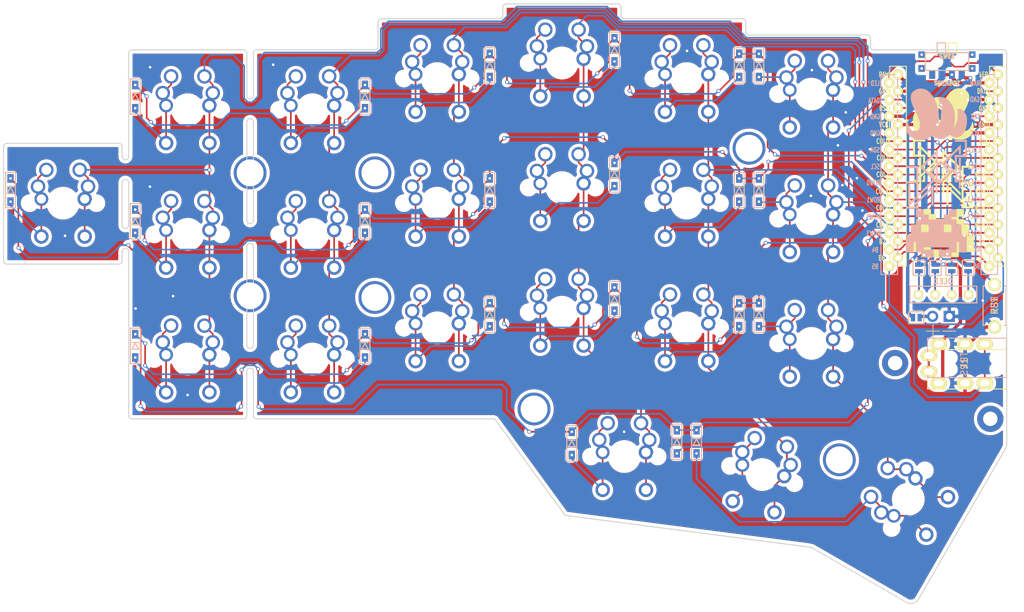
<source format=kicad_pcb>
(kicad_pcb (version 20171130) (host pcbnew "(5.1.10)-1")
  (title_block (title "Corne Cherry") (date 2018-11-17) (rev 2.1) (company foostan))
  (layers (0 F.Cu signal) (31 B.Cu signal) (34 B.Paste user) (35 F.Paste user) (36 B.SilkS user) (37 F.SilkS user) (38 B.Mask user) (39 F.Mask user) (44 Edge.Cuts user))
  (net 0 "")
  (net 1 row0)
  (net 2 "Net-(D1-Pad2)")
  (net 3 row1)
  (net 4 "Net-(D2-Pad2)")
  (net 5 row2)
  (net 6 "Net-(D3-Pad2)")
  (net 7 row3)
  (net 8 "Net-(D4-Pad2)")
  (net 9 "Net-(D5-Pad2)")
  (net 10 "Net-(D6-Pad2)")
  (net 11 "Net-(D7-Pad2)")
  (net 12 "Net-(D8-Pad2)")
  (net 13 "Net-(D9-Pad2)")
  (net 14 "Net-(D10-Pad2)")
  (net 15 "Net-(D11-Pad2)")
  (net 16 "Net-(D12-Pad2)")
  (net 17 "Net-(D13-Pad2)")
  (net 18 "Net-(D14-Pad2)")
  (net 19 "Net-(D15-Pad2)")
  (net 20 "Net-(D16-Pad2)")
  (net 21 "Net-(D17-Pad2)")
  (net 22 "Net-(D18-Pad2)")
  (net 23 "Net-(D19-Pad2)")
  (net 24 "Net-(D20-Pad2)")
  (net 25 "Net-(D21-Pad2)")
  (net 26 GND)
  (net 27 VCC)
  (net 28 col0)
  (net 29 col1)
  (net 30 col2)
  (net 31 col3)
  (net 32 col4)
  (net 33 col5)
  (net 34 LED)
  (net 35 data)
  (net 36 reset)
  (net 37 SCL)
  (net 38 SDA)
  (net 39 "Net-(U1-Pad14)")
  (net 40 "Net-(U1-Pad13)")
  (net 41 "Net-(U1-Pad12)")
  (net 42 "Net-(U1-Pad11)")
  (net 43 "Net-(J2-Pad1)")
  (net 44 "Net-(J2-Pad2)")
  (net 45 "Net-(J2-Pad3)")
  (net 46 "Net-(J2-Pad4)")
  (net 47 "Net-(J1-PadA)")
  (net 48 "Net-(D22-Pad2)")
  (net 49 "Net-(J3-Pad2)")
  (net 50 pow)
  (net 51 "Net-(JP1-Pad2)")
  (net 52 "Net-(JP10-Pad2)")
  (net 53 "Net-(SW23-Pad1)")
  (net 54 "Net-(SW24-Pad3)")
  (module kbd:ResetSW (layer F.Cu) (at 192.9 107 90)
    (fp_text reference RSW1 hide)
    (fp_text value RST (at 0 0 90) (layer F.SilkS))
    (fp_text user RST (at 0.127 0 90) (layer B.SilkS) (effects (justify mirror)))
    (pad 1 thru_hole circle (at 3.25 0 90) (size 2 2) (drill 1.3) (layers *.Cu *.Mask F.SilkS) (net 36 reset))
    (pad 2 thru_hole circle (at -3.25 0 90) (size 2 2) (drill 1.3) (layers *.Cu *.Mask F.SilkS) (net 26 GND))
  )
  (module kbd:MX_Hitek_725_1.5U_reversible (layer F.Cu) (at 179.75 136.5 60)
    (fp_text reference SW21 hide)
    (fp_text value SW_PUSH hide)
    (pad "" np_thru_hole circle (at 0 0 60) (size 4 4) (drill 4) (layers *.Cu *.Mask))
    (pad "" np_thru_hole circle (at 5.08 0 60) (size 1.7 1.7) (drill 1.7) (layers *.Cu *.Mask))
    (pad "" np_thru_hole circle (at -5.08 0 60) (size 1.7 1.7) (drill 1.7) (layers *.Cu *.Mask))
    (pad 1 thru_hole circle (at 3.3 -0.64 60) (size 2.2 2.2) (drill 1.4) (layers *.Cu *.Mask) (net 33 col5))
    (pad 1 thru_hole circle (at 2.54 -5.08 60) (size 2.2 2.2) (drill 1.5) (layers *.Cu *.Mask) (net 33 col5))
    (pad 1 thru_hole circle (at 3.81 -2.54 240) (size 2.2 2.2) (drill 1.5) (layers *.Cu *.Mask) (net 33 col5))
    (pad 2 thru_hole circle (at -3.3 -0.64 60) (size 2.1 2.1) (drill 1.4) (layers *.Cu *.Mask) (net 25 "Net-(D21-Pad2)"))
    (pad 1 thru_hole circle (at 3.3 5.08 60) (size 2.2 2.2) (drill 1.4) (layers *.Cu *.Mask) (net 33 col5))
    (pad 2 thru_hole circle (at -2.54 -5.08 240) (size 2.2 2.2) (drill 1.5) (layers *.Cu *.Mask) (net 25 "Net-(D21-Pad2)"))
    (pad 2 thru_hole circle (at -3.81 -2.54 60) (size 2.2 2.2) (drill 1.5) (layers *.Cu *.Mask) (net 25 "Net-(D21-Pad2)"))
    (pad 2 thru_hole circle (at -3.3 5.08 60) (size 2.2 2.2) (drill 1.4) (layers *.Cu *.Mask) (net 25 "Net-(D21-Pad2)"))
  )
  (module kbd:MX_Hitek_725_1U_reversible (layer F.Cu) (at 51 91.375)
    (fp_text reference SW22 hide)
    (fp_text value SW_PUSH hide)
    (pad 1 thru_hole circle (at 2.54 -5.08) (size 2.2 2.2) (drill 1.5) (layers *.Cu *.Mask) (net 28 col0))
    (pad 2 thru_hole circle (at -3.81 -2.54) (size 2.2 2.2) (drill 1.5) (layers *.Cu *.Mask) (net 48 "Net-(D22-Pad2)"))
    (pad "" np_thru_hole circle (at 0 0) (size 4 4) (drill 4) (layers *.Cu *.Mask))
    (pad "" np_thru_hole circle (at -5.08 0) (size 1.7 1.7) (drill 1.7) (layers *.Cu *.Mask))
    (pad "" np_thru_hole circle (at 5.08 0) (size 1.7 1.7) (drill 1.7) (layers *.Cu *.Mask))
    (pad 2 thru_hole circle (at -2.54 -5.08 180) (size 2.2 2.2) (drill 1.5) (layers *.Cu *.Mask) (net 48 "Net-(D22-Pad2)"))
    (pad 1 thru_hole circle (at 3.81 -2.54 180) (size 2.2 2.2) (drill 1.5) (layers *.Cu *.Mask) (net 28 col0))
    (pad 2 thru_hole circle (at -3.3 -0.64) (size 2.1 2.1) (drill 1.4) (layers *.Cu *.Mask) (net 48 "Net-(D22-Pad2)"))
    (pad 1 thru_hole circle (at 3.3 -0.64) (size 2.2 2.2) (drill 1.4) (layers *.Cu *.Mask) (net 28 col0))
    (pad 2 thru_hole circle (at -3.3 5.08) (size 2.2 2.2) (drill 1.4) (layers *.Cu *.Mask) (net 48 "Net-(D22-Pad2)"))
    (pad 1 thru_hole circle (at 3.3 5.08) (size 2.2 2.2) (drill 1.4) (layers *.Cu *.Mask) (net 28 col0))
  )
  (module kbd:MX_Hitek_725_1U_reversible (layer F.Cu) (at 157.5 132.75 345)
    (fp_text reference SW20 hide)
    (fp_text value SW_PUSH hide)
    (pad 1 thru_hole circle (at 2.54 -5.08 345) (size 2.2 2.2) (drill 1.5) (layers *.Cu *.Mask) (net 32 col4))
    (pad 2 thru_hole circle (at -3.81 -2.54 345) (size 2.2 2.2) (drill 1.5) (layers *.Cu *.Mask) (net 24 "Net-(D20-Pad2)"))
    (pad "" np_thru_hole circle (at 0 0 345) (size 4 4) (drill 4) (layers *.Cu *.Mask))
    (pad "" np_thru_hole circle (at -5.08 0 345) (size 1.7 1.7) (drill 1.7) (layers *.Cu *.Mask))
    (pad "" np_thru_hole circle (at 5.08 0 345) (size 1.7 1.7) (drill 1.7) (layers *.Cu *.Mask))
    (pad 2 thru_hole circle (at -2.54 -5.08 165) (size 2.2 2.2) (drill 1.5) (layers *.Cu *.Mask) (net 24 "Net-(D20-Pad2)"))
    (pad 1 thru_hole circle (at 3.81 -2.54 165) (size 2.2 2.2) (drill 1.5) (layers *.Cu *.Mask) (net 32 col4))
    (pad 2 thru_hole circle (at -3.3 -0.64 345) (size 2.1 2.1) (drill 1.4) (layers *.Cu *.Mask) (net 24 "Net-(D20-Pad2)"))
    (pad 1 thru_hole circle (at 3.3 -0.64 345) (size 2.2 2.2) (drill 1.4) (layers *.Cu *.Mask) (net 32 col4))
    (pad 2 thru_hole circle (at -3.3 5.08 345) (size 2.2 2.2) (drill 1.4) (layers *.Cu *.Mask) (net 24 "Net-(D20-Pad2)"))
    (pad 1 thru_hole circle (at 3.3 5.08 345) (size 2.2 2.2) (drill 1.4) (layers *.Cu *.Mask) (net 32 col4))
  )
  (module kbd:MX_Hitek_725_1U_reversible (layer F.Cu) (at 136.5 130)
    (fp_text reference SW19 hide)
    (fp_text value SW_PUSH hide)
    (pad 1 thru_hole circle (at 2.54 -5.08) (size 2.2 2.2) (drill 1.5) (layers *.Cu *.Mask) (net 31 col3))
    (pad 2 thru_hole circle (at -3.81 -2.54) (size 2.2 2.2) (drill 1.5) (layers *.Cu *.Mask) (net 23 "Net-(D19-Pad2)"))
    (pad "" np_thru_hole circle (at 0 0) (size 4 4) (drill 4) (layers *.Cu *.Mask))
    (pad "" np_thru_hole circle (at -5.08 0) (size 1.7 1.7) (drill 1.7) (layers *.Cu *.Mask))
    (pad "" np_thru_hole circle (at 5.08 0) (size 1.7 1.7) (drill 1.7) (layers *.Cu *.Mask))
    (pad 2 thru_hole circle (at -2.54 -5.08 180) (size 2.2 2.2) (drill 1.5) (layers *.Cu *.Mask) (net 23 "Net-(D19-Pad2)"))
    (pad 1 thru_hole circle (at 3.81 -2.54 180) (size 2.2 2.2) (drill 1.5) (layers *.Cu *.Mask) (net 31 col3))
    (pad 2 thru_hole circle (at -3.3 -0.64) (size 2.1 2.1) (drill 1.4) (layers *.Cu *.Mask) (net 23 "Net-(D19-Pad2)"))
    (pad 1 thru_hole circle (at 3.3 -0.64) (size 2.2 2.2) (drill 1.4) (layers *.Cu *.Mask) (net 31 col3))
    (pad 2 thru_hole circle (at -3.3 5.08) (size 2.2 2.2) (drill 1.4) (layers *.Cu *.Mask) (net 23 "Net-(D19-Pad2)"))
    (pad 1 thru_hole circle (at 3.3 5.08) (size 2.2 2.2) (drill 1.4) (layers *.Cu *.Mask) (net 31 col3))
  )
  (module kbd:MX_Hitek_725_1U_reversible (layer F.Cu) (at 165 112.75)
    (fp_text reference SW18 hide)
    (fp_text value SW_PUSH hide)
    (pad 1 thru_hole circle (at 2.54 -5.08) (size 2.2 2.2) (drill 1.5) (layers *.Cu *.Mask) (net 33 col5))
    (pad 2 thru_hole circle (at -3.81 -2.54) (size 2.2 2.2) (drill 1.5) (layers *.Cu *.Mask) (net 22 "Net-(D18-Pad2)"))
    (pad "" np_thru_hole circle (at 0 0) (size 4 4) (drill 4) (layers *.Cu *.Mask))
    (pad "" np_thru_hole circle (at -5.08 0) (size 1.7 1.7) (drill 1.7) (layers *.Cu *.Mask))
    (pad "" np_thru_hole circle (at 5.08 0) (size 1.7 1.7) (drill 1.7) (layers *.Cu *.Mask))
    (pad 2 thru_hole circle (at -2.54 -5.08 180) (size 2.2 2.2) (drill 1.5) (layers *.Cu *.Mask) (net 22 "Net-(D18-Pad2)"))
    (pad 1 thru_hole circle (at 3.81 -2.54 180) (size 2.2 2.2) (drill 1.5) (layers *.Cu *.Mask) (net 33 col5))
    (pad 2 thru_hole circle (at -3.3 -0.64) (size 2.1 2.1) (drill 1.4) (layers *.Cu *.Mask) (net 22 "Net-(D18-Pad2)"))
    (pad 1 thru_hole circle (at 3.3 -0.64) (size 2.2 2.2) (drill 1.4) (layers *.Cu *.Mask) (net 33 col5))
    (pad 2 thru_hole circle (at -3.3 5.08) (size 2.2 2.2) (drill 1.4) (layers *.Cu *.Mask) (net 22 "Net-(D18-Pad2)"))
    (pad 1 thru_hole circle (at 3.3 5.08) (size 2.2 2.2) (drill 1.4) (layers *.Cu *.Mask) (net 33 col5))
  )
  (module kbd:MX_Hitek_725_1U_reversible (layer F.Cu) (at 146 110.375)
    (fp_text reference SW17 hide)
    (fp_text value SW_PUSH hide)
    (pad 1 thru_hole circle (at 2.54 -5.08) (size 2.2 2.2) (drill 1.5) (layers *.Cu *.Mask) (net 32 col4))
    (pad 2 thru_hole circle (at -3.81 -2.54) (size 2.2 2.2) (drill 1.5) (layers *.Cu *.Mask) (net 21 "Net-(D17-Pad2)"))
    (pad "" np_thru_hole circle (at 0 0) (size 4 4) (drill 4) (layers *.Cu *.Mask))
    (pad "" np_thru_hole circle (at -5.08 0) (size 1.7 1.7) (drill 1.7) (layers *.Cu *.Mask))
    (pad "" np_thru_hole circle (at 5.08 0) (size 1.7 1.7) (drill 1.7) (layers *.Cu *.Mask))
    (pad 2 thru_hole circle (at -2.54 -5.08 180) (size 2.2 2.2) (drill 1.5) (layers *.Cu *.Mask) (net 21 "Net-(D17-Pad2)"))
    (pad 1 thru_hole circle (at 3.81 -2.54 180) (size 2.2 2.2) (drill 1.5) (layers *.Cu *.Mask) (net 32 col4))
    (pad 2 thru_hole circle (at -3.3 -0.64) (size 2.1 2.1) (drill 1.4) (layers *.Cu *.Mask) (net 21 "Net-(D17-Pad2)"))
    (pad 1 thru_hole circle (at 3.3 -0.64) (size 2.2 2.2) (drill 1.4) (layers *.Cu *.Mask) (net 32 col4))
    (pad 2 thru_hole circle (at -3.3 5.08) (size 2.2 2.2) (drill 1.4) (layers *.Cu *.Mask) (net 21 "Net-(D17-Pad2)"))
    (pad 1 thru_hole circle (at 3.3 5.08) (size 2.2 2.2) (drill 1.4) (layers *.Cu *.Mask) (net 32 col4))
  )
  (module kbd:MX_Hitek_725_1U_reversible (layer F.Cu) (at 127 108)
    (fp_text reference SW16 hide)
    (fp_text value SW_PUSH hide)
    (pad 1 thru_hole circle (at 2.54 -5.08) (size 2.2 2.2) (drill 1.5) (layers *.Cu *.Mask) (net 31 col3))
    (pad 2 thru_hole circle (at -3.81 -2.54) (size 2.2 2.2) (drill 1.5) (layers *.Cu *.Mask) (net 20 "Net-(D16-Pad2)"))
    (pad "" np_thru_hole circle (at 0 0) (size 4 4) (drill 4) (layers *.Cu *.Mask))
    (pad "" np_thru_hole circle (at -5.08 0) (size 1.7 1.7) (drill 1.7) (layers *.Cu *.Mask))
    (pad "" np_thru_hole circle (at 5.08 0) (size 1.7 1.7) (drill 1.7) (layers *.Cu *.Mask))
    (pad 2 thru_hole circle (at -2.54 -5.08 180) (size 2.2 2.2) (drill 1.5) (layers *.Cu *.Mask) (net 20 "Net-(D16-Pad2)"))
    (pad 1 thru_hole circle (at 3.81 -2.54 180) (size 2.2 2.2) (drill 1.5) (layers *.Cu *.Mask) (net 31 col3))
    (pad 2 thru_hole circle (at -3.3 -0.64) (size 2.1 2.1) (drill 1.4) (layers *.Cu *.Mask) (net 20 "Net-(D16-Pad2)"))
    (pad 1 thru_hole circle (at 3.3 -0.64) (size 2.2 2.2) (drill 1.4) (layers *.Cu *.Mask) (net 31 col3))
    (pad 2 thru_hole circle (at -3.3 5.08) (size 2.2 2.2) (drill 1.4) (layers *.Cu *.Mask) (net 20 "Net-(D16-Pad2)"))
    (pad 1 thru_hole circle (at 3.3 5.08) (size 2.2 2.2) (drill 1.4) (layers *.Cu *.Mask) (net 31 col3))
  )
  (module kbd:MX_Hitek_725_1U_reversible (layer F.Cu) (at 108 110.375)
    (fp_text reference SW15 hide)
    (fp_text value SW_PUSH hide)
    (pad 1 thru_hole circle (at 2.54 -5.08) (size 2.2 2.2) (drill 1.5) (layers *.Cu *.Mask) (net 30 col2))
    (pad 2 thru_hole circle (at -3.81 -2.54) (size 2.2 2.2) (drill 1.5) (layers *.Cu *.Mask) (net 19 "Net-(D15-Pad2)"))
    (pad "" np_thru_hole circle (at 0 0) (size 4 4) (drill 4) (layers *.Cu *.Mask))
    (pad "" np_thru_hole circle (at -5.08 0) (size 1.7 1.7) (drill 1.7) (layers *.Cu *.Mask))
    (pad "" np_thru_hole circle (at 5.08 0) (size 1.7 1.7) (drill 1.7) (layers *.Cu *.Mask))
    (pad 2 thru_hole circle (at -2.54 -5.08 180) (size 2.2 2.2) (drill 1.5) (layers *.Cu *.Mask) (net 19 "Net-(D15-Pad2)"))
    (pad 1 thru_hole circle (at 3.81 -2.54 180) (size 2.2 2.2) (drill 1.5) (layers *.Cu *.Mask) (net 30 col2))
    (pad 2 thru_hole circle (at -3.3 -0.64) (size 2.1 2.1) (drill 1.4) (layers *.Cu *.Mask) (net 19 "Net-(D15-Pad2)"))
    (pad 1 thru_hole circle (at 3.3 -0.64) (size 2.2 2.2) (drill 1.4) (layers *.Cu *.Mask) (net 30 col2))
    (pad 2 thru_hole circle (at -3.3 5.08) (size 2.2 2.2) (drill 1.4) (layers *.Cu *.Mask) (net 19 "Net-(D15-Pad2)"))
    (pad 1 thru_hole circle (at 3.3 5.08) (size 2.2 2.2) (drill 1.4) (layers *.Cu *.Mask) (net 30 col2))
  )
  (module kbd:MX_Hitek_725_1U_reversible (layer F.Cu) (at 89 115.125)
    (fp_text reference SW14 hide)
    (fp_text value SW_PUSH hide)
    (pad 1 thru_hole circle (at 2.54 -5.08) (size 2.2 2.2) (drill 1.5) (layers *.Cu *.Mask) (net 29 col1))
    (pad 2 thru_hole circle (at -3.81 -2.54) (size 2.2 2.2) (drill 1.5) (layers *.Cu *.Mask) (net 18 "Net-(D14-Pad2)"))
    (pad "" np_thru_hole circle (at 0 0) (size 4 4) (drill 4) (layers *.Cu *.Mask))
    (pad "" np_thru_hole circle (at -5.08 0) (size 1.7 1.7) (drill 1.7) (layers *.Cu *.Mask))
    (pad "" np_thru_hole circle (at 5.08 0) (size 1.7 1.7) (drill 1.7) (layers *.Cu *.Mask))
    (pad 2 thru_hole circle (at -2.54 -5.08 180) (size 2.2 2.2) (drill 1.5) (layers *.Cu *.Mask) (net 18 "Net-(D14-Pad2)"))
    (pad 1 thru_hole circle (at 3.81 -2.54 180) (size 2.2 2.2) (drill 1.5) (layers *.Cu *.Mask) (net 29 col1))
    (pad 2 thru_hole circle (at -3.3 -0.64) (size 2.1 2.1) (drill 1.4) (layers *.Cu *.Mask) (net 18 "Net-(D14-Pad2)"))
    (pad 1 thru_hole circle (at 3.3 -0.64) (size 2.2 2.2) (drill 1.4) (layers *.Cu *.Mask) (net 29 col1))
    (pad 2 thru_hole circle (at -3.3 5.08) (size 2.2 2.2) (drill 1.4) (layers *.Cu *.Mask) (net 18 "Net-(D14-Pad2)"))
    (pad 1 thru_hole circle (at 3.3 5.08) (size 2.2 2.2) (drill 1.4) (layers *.Cu *.Mask) (net 29 col1))
  )
  (module kbd:MX_Hitek_725_1U_reversible (layer F.Cu) (at 70 115.125)
    (fp_text reference SW13 hide)
    (fp_text value SW_PUSH hide)
    (pad 1 thru_hole circle (at 2.54 -5.08) (size 2.2 2.2) (drill 1.5) (layers *.Cu *.Mask) (net 28 col0))
    (pad 2 thru_hole circle (at -3.81 -2.54) (size 2.2 2.2) (drill 1.5) (layers *.Cu *.Mask) (net 17 "Net-(D13-Pad2)"))
    (pad "" np_thru_hole circle (at 0 0) (size 4 4) (drill 4) (layers *.Cu *.Mask))
    (pad "" np_thru_hole circle (at -5.08 0) (size 1.7 1.7) (drill 1.7) (layers *.Cu *.Mask))
    (pad "" np_thru_hole circle (at 5.08 0) (size 1.7 1.7) (drill 1.7) (layers *.Cu *.Mask))
    (pad 2 thru_hole circle (at -2.54 -5.08 180) (size 2.2 2.2) (drill 1.5) (layers *.Cu *.Mask) (net 17 "Net-(D13-Pad2)"))
    (pad 1 thru_hole circle (at 3.81 -2.54 180) (size 2.2 2.2) (drill 1.5) (layers *.Cu *.Mask) (net 28 col0))
    (pad 2 thru_hole circle (at -3.3 -0.64) (size 2.1 2.1) (drill 1.4) (layers *.Cu *.Mask) (net 17 "Net-(D13-Pad2)"))
    (pad 1 thru_hole circle (at 3.3 -0.64) (size 2.2 2.2) (drill 1.4) (layers *.Cu *.Mask) (net 28 col0))
    (pad 2 thru_hole circle (at -3.3 5.08) (size 2.2 2.2) (drill 1.4) (layers *.Cu *.Mask) (net 17 "Net-(D13-Pad2)"))
    (pad 1 thru_hole circle (at 3.3 5.08) (size 2.2 2.2) (drill 1.4) (layers *.Cu *.Mask) (net 28 col0))
  )
  (module kbd:MX_Hitek_725_1U_reversible (layer F.Cu) (at 165 93.75)
    (fp_text reference SW12 hide)
    (fp_text value SW_PUSH hide)
    (pad 1 thru_hole circle (at 2.54 -5.08) (size 2.2 2.2) (drill 1.5) (layers *.Cu *.Mask) (net 33 col5))
    (pad 2 thru_hole circle (at -3.81 -2.54) (size 2.2 2.2) (drill 1.5) (layers *.Cu *.Mask) (net 16 "Net-(D12-Pad2)"))
    (pad "" np_thru_hole circle (at 0 0) (size 4 4) (drill 4) (layers *.Cu *.Mask))
    (pad "" np_thru_hole circle (at -5.08 0) (size 1.7 1.7) (drill 1.7) (layers *.Cu *.Mask))
    (pad "" np_thru_hole circle (at 5.08 0) (size 1.7 1.7) (drill 1.7) (layers *.Cu *.Mask))
    (pad 2 thru_hole circle (at -2.54 -5.08 180) (size 2.2 2.2) (drill 1.5) (layers *.Cu *.Mask) (net 16 "Net-(D12-Pad2)"))
    (pad 1 thru_hole circle (at 3.81 -2.54 180) (size 2.2 2.2) (drill 1.5) (layers *.Cu *.Mask) (net 33 col5))
    (pad 2 thru_hole circle (at -3.3 -0.64) (size 2.1 2.1) (drill 1.4) (layers *.Cu *.Mask) (net 16 "Net-(D12-Pad2)"))
    (pad 1 thru_hole circle (at 3.3 -0.64) (size 2.2 2.2) (drill 1.4) (layers *.Cu *.Mask) (net 33 col5))
    (pad 2 thru_hole circle (at -3.3 5.08) (size 2.2 2.2) (drill 1.4) (layers *.Cu *.Mask) (net 16 "Net-(D12-Pad2)"))
    (pad 1 thru_hole circle (at 3.3 5.08) (size 2.2 2.2) (drill 1.4) (layers *.Cu *.Mask) (net 33 col5))
  )
  (module kbd:MX_Hitek_725_1U_reversible (layer F.Cu) (at 146 91.375)
    (fp_text reference SW11 hide)
    (fp_text value SW_PUSH hide)
    (pad 1 thru_hole circle (at 2.54 -5.08) (size 2.2 2.2) (drill 1.5) (layers *.Cu *.Mask) (net 32 col4))
    (pad 2 thru_hole circle (at -3.81 -2.54) (size 2.2 2.2) (drill 1.5) (layers *.Cu *.Mask) (net 15 "Net-(D11-Pad2)"))
    (pad "" np_thru_hole circle (at 0 0) (size 4 4) (drill 4) (layers *.Cu *.Mask))
    (pad "" np_thru_hole circle (at -5.08 0) (size 1.7 1.7) (drill 1.7) (layers *.Cu *.Mask))
    (pad "" np_thru_hole circle (at 5.08 0) (size 1.7 1.7) (drill 1.7) (layers *.Cu *.Mask))
    (pad 2 thru_hole circle (at -2.54 -5.08 180) (size 2.2 2.2) (drill 1.5) (layers *.Cu *.Mask) (net 15 "Net-(D11-Pad2)"))
    (pad 1 thru_hole circle (at 3.81 -2.54 180) (size 2.2 2.2) (drill 1.5) (layers *.Cu *.Mask) (net 32 col4))
    (pad 2 thru_hole circle (at -3.3 -0.64) (size 2.1 2.1) (drill 1.4) (layers *.Cu *.Mask) (net 15 "Net-(D11-Pad2)"))
    (pad 1 thru_hole circle (at 3.3 -0.64) (size 2.2 2.2) (drill 1.4) (layers *.Cu *.Mask) (net 32 col4))
    (pad 2 thru_hole circle (at -3.3 5.08) (size 2.2 2.2) (drill 1.4) (layers *.Cu *.Mask) (net 15 "Net-(D11-Pad2)"))
    (pad 1 thru_hole circle (at 3.3 5.08) (size 2.2 2.2) (drill 1.4) (layers *.Cu *.Mask) (net 32 col4))
  )
  (module kbd:MX_Hitek_725_1U_reversible (layer F.Cu) (at 127 89)
    (fp_text reference SW10 hide)
    (fp_text value SW_PUSH hide)
    (pad 1 thru_hole circle (at 2.54 -5.08) (size 2.2 2.2) (drill 1.5) (layers *.Cu *.Mask) (net 31 col3))
    (pad 2 thru_hole circle (at -3.81 -2.54) (size 2.2 2.2) (drill 1.5) (layers *.Cu *.Mask) (net 14 "Net-(D10-Pad2)"))
    (pad "" np_thru_hole circle (at 0 0) (size 4 4) (drill 4) (layers *.Cu *.Mask))
    (pad "" np_thru_hole circle (at -5.08 0) (size 1.7 1.7) (drill 1.7) (layers *.Cu *.Mask))
    (pad "" np_thru_hole circle (at 5.08 0) (size 1.7 1.7) (drill 1.7) (layers *.Cu *.Mask))
    (pad 2 thru_hole circle (at -2.54 -5.08 180) (size 2.2 2.2) (drill 1.5) (layers *.Cu *.Mask) (net 14 "Net-(D10-Pad2)"))
    (pad 1 thru_hole circle (at 3.81 -2.54 180) (size 2.2 2.2) (drill 1.5) (layers *.Cu *.Mask) (net 31 col3))
    (pad 2 thru_hole circle (at -3.3 -0.64) (size 2.1 2.1) (drill 1.4) (layers *.Cu *.Mask) (net 14 "Net-(D10-Pad2)"))
    (pad 1 thru_hole circle (at 3.3 -0.64) (size 2.2 2.2) (drill 1.4) (layers *.Cu *.Mask) (net 31 col3))
    (pad 2 thru_hole circle (at -3.3 5.08) (size 2.2 2.2) (drill 1.4) (layers *.Cu *.Mask) (net 14 "Net-(D10-Pad2)"))
    (pad 1 thru_hole circle (at 3.3 5.08) (size 2.2 2.2) (drill 1.4) (layers *.Cu *.Mask) (net 31 col3))
  )
  (module kbd:MX_Hitek_725_1U_reversible (layer F.Cu) (at 108 91.375)
    (fp_text reference SW9 hide)
    (fp_text value SW_PUSH hide)
    (pad 1 thru_hole circle (at 2.54 -5.08) (size 2.2 2.2) (drill 1.5) (layers *.Cu *.Mask) (net 30 col2))
    (pad 2 thru_hole circle (at -3.81 -2.54) (size 2.2 2.2) (drill 1.5) (layers *.Cu *.Mask) (net 13 "Net-(D9-Pad2)"))
    (pad "" np_thru_hole circle (at 0 0) (size 4 4) (drill 4) (layers *.Cu *.Mask))
    (pad "" np_thru_hole circle (at -5.08 0) (size 1.7 1.7) (drill 1.7) (layers *.Cu *.Mask))
    (pad "" np_thru_hole circle (at 5.08 0) (size 1.7 1.7) (drill 1.7) (layers *.Cu *.Mask))
    (pad 2 thru_hole circle (at -2.54 -5.08 180) (size 2.2 2.2) (drill 1.5) (layers *.Cu *.Mask) (net 13 "Net-(D9-Pad2)"))
    (pad 1 thru_hole circle (at 3.81 -2.54 180) (size 2.2 2.2) (drill 1.5) (layers *.Cu *.Mask) (net 30 col2))
    (pad 2 thru_hole circle (at -3.3 -0.64) (size 2.1 2.1) (drill 1.4) (layers *.Cu *.Mask) (net 13 "Net-(D9-Pad2)"))
    (pad 1 thru_hole circle (at 3.3 -0.64) (size 2.2 2.2) (drill 1.4) (layers *.Cu *.Mask) (net 30 col2))
    (pad 2 thru_hole circle (at -3.3 5.08) (size 2.2 2.2) (drill 1.4) (layers *.Cu *.Mask) (net 13 "Net-(D9-Pad2)"))
    (pad 1 thru_hole circle (at 3.3 5.08) (size 2.2 2.2) (drill 1.4) (layers *.Cu *.Mask) (net 30 col2))
  )
  (module kbd:MX_Hitek_725_1U_reversible (layer F.Cu) (at 89 96.125)
    (fp_text reference SW8 hide)
    (fp_text value SW_PUSH hide)
    (pad 1 thru_hole circle (at 2.54 -5.08) (size 2.2 2.2) (drill 1.5) (layers *.Cu *.Mask) (net 29 col1))
    (pad 2 thru_hole circle (at -3.81 -2.54) (size 2.2 2.2) (drill 1.5) (layers *.Cu *.Mask) (net 12 "Net-(D8-Pad2)"))
    (pad "" np_thru_hole circle (at 0 0) (size 4 4) (drill 4) (layers *.Cu *.Mask))
    (pad "" np_thru_hole circle (at -5.08 0) (size 1.7 1.7) (drill 1.7) (layers *.Cu *.Mask))
    (pad "" np_thru_hole circle (at 5.08 0) (size 1.7 1.7) (drill 1.7) (layers *.Cu *.Mask))
    (pad 2 thru_hole circle (at -2.54 -5.08 180) (size 2.2 2.2) (drill 1.5) (layers *.Cu *.Mask) (net 12 "Net-(D8-Pad2)"))
    (pad 1 thru_hole circle (at 3.81 -2.54 180) (size 2.2 2.2) (drill 1.5) (layers *.Cu *.Mask) (net 29 col1))
    (pad 2 thru_hole circle (at -3.3 -0.64) (size 2.1 2.1) (drill 1.4) (layers *.Cu *.Mask) (net 12 "Net-(D8-Pad2)"))
    (pad 1 thru_hole circle (at 3.3 -0.64) (size 2.2 2.2) (drill 1.4) (layers *.Cu *.Mask) (net 29 col1))
    (pad 2 thru_hole circle (at -3.3 5.08) (size 2.2 2.2) (drill 1.4) (layers *.Cu *.Mask) (net 12 "Net-(D8-Pad2)"))
    (pad 1 thru_hole circle (at 3.3 5.08) (size 2.2 2.2) (drill 1.4) (layers *.Cu *.Mask) (net 29 col1))
  )
  (module kbd:MX_Hitek_725_1U_reversible (layer F.Cu) (at 70 96.125)
    (fp_text reference SW7 hide)
    (fp_text value SW_PUSH hide)
    (pad 1 thru_hole circle (at 2.54 -5.08) (size 2.2 2.2) (drill 1.5) (layers *.Cu *.Mask) (net 28 col0))
    (pad 2 thru_hole circle (at -3.81 -2.54) (size 2.2 2.2) (drill 1.5) (layers *.Cu *.Mask) (net 11 "Net-(D7-Pad2)"))
    (pad "" np_thru_hole circle (at 0 0) (size 4 4) (drill 4) (layers *.Cu *.Mask))
    (pad "" np_thru_hole circle (at -5.08 0) (size 1.7 1.7) (drill 1.7) (layers *.Cu *.Mask))
    (pad "" np_thru_hole circle (at 5.08 0) (size 1.7 1.7) (drill 1.7) (layers *.Cu *.Mask))
    (pad 2 thru_hole circle (at -2.54 -5.08 180) (size 2.2 2.2) (drill 1.5) (layers *.Cu *.Mask) (net 11 "Net-(D7-Pad2)"))
    (pad 1 thru_hole circle (at 3.81 -2.54 180) (size 2.2 2.2) (drill 1.5) (layers *.Cu *.Mask) (net 28 col0))
    (pad 2 thru_hole circle (at -3.3 -0.64) (size 2.1 2.1) (drill 1.4) (layers *.Cu *.Mask) (net 11 "Net-(D7-Pad2)"))
    (pad 1 thru_hole circle (at 3.3 -0.64) (size 2.2 2.2) (drill 1.4) (layers *.Cu *.Mask) (net 28 col0))
    (pad 2 thru_hole circle (at -3.3 5.08) (size 2.2 2.2) (drill 1.4) (layers *.Cu *.Mask) (net 11 "Net-(D7-Pad2)"))
    (pad 1 thru_hole circle (at 3.3 5.08) (size 2.2 2.2) (drill 1.4) (layers *.Cu *.Mask) (net 28 col0))
  )
  (module kbd:MX_Hitek_725_1U_reversible (layer F.Cu) (at 165 74.75)
    (fp_text reference SW6 hide)
    (fp_text value SW_PUSH hide)
    (pad 1 thru_hole circle (at 2.54 -5.08) (size 2.2 2.2) (drill 1.5) (layers *.Cu *.Mask) (net 33 col5))
    (pad 2 thru_hole circle (at -3.81 -2.54) (size 2.2 2.2) (drill 1.5) (layers *.Cu *.Mask) (net 10 "Net-(D6-Pad2)"))
    (pad "" np_thru_hole circle (at 0 0) (size 4 4) (drill 4) (layers *.Cu *.Mask))
    (pad "" np_thru_hole circle (at -5.08 0) (size 1.7 1.7) (drill 1.7) (layers *.Cu *.Mask))
    (pad "" np_thru_hole circle (at 5.08 0) (size 1.7 1.7) (drill 1.7) (layers *.Cu *.Mask))
    (pad 2 thru_hole circle (at -2.54 -5.08 180) (size 2.2 2.2) (drill 1.5) (layers *.Cu *.Mask) (net 10 "Net-(D6-Pad2)"))
    (pad 1 thru_hole circle (at 3.81 -2.54 180) (size 2.2 2.2) (drill 1.5) (layers *.Cu *.Mask) (net 33 col5))
    (pad 2 thru_hole circle (at -3.3 -0.64) (size 2.1 2.1) (drill 1.4) (layers *.Cu *.Mask) (net 10 "Net-(D6-Pad2)"))
    (pad 1 thru_hole circle (at 3.3 -0.64) (size 2.2 2.2) (drill 1.4) (layers *.Cu *.Mask) (net 33 col5))
    (pad 2 thru_hole circle (at -3.3 5.08) (size 2.2 2.2) (drill 1.4) (layers *.Cu *.Mask) (net 10 "Net-(D6-Pad2)"))
    (pad 1 thru_hole circle (at 3.3 5.08) (size 2.2 2.2) (drill 1.4) (layers *.Cu *.Mask) (net 33 col5))
  )
  (module kbd:MX_Hitek_725_1U_reversible (layer F.Cu) (at 146 72.375)
    (fp_text reference SW5 hide)
    (fp_text value SW_PUSH hide)
    (pad 1 thru_hole circle (at 2.54 -5.08) (size 2.2 2.2) (drill 1.5) (layers *.Cu *.Mask) (net 32 col4))
    (pad 2 thru_hole circle (at -3.81 -2.54) (size 2.2 2.2) (drill 1.5) (layers *.Cu *.Mask) (net 9 "Net-(D5-Pad2)"))
    (pad "" np_thru_hole circle (at 0 0) (size 4 4) (drill 4) (layers *.Cu *.Mask))
    (pad "" np_thru_hole circle (at -5.08 0) (size 1.7 1.7) (drill 1.7) (layers *.Cu *.Mask))
    (pad "" np_thru_hole circle (at 5.08 0) (size 1.7 1.7) (drill 1.7) (layers *.Cu *.Mask))
    (pad 2 thru_hole circle (at -2.54 -5.08 180) (size 2.2 2.2) (drill 1.5) (layers *.Cu *.Mask) (net 9 "Net-(D5-Pad2)"))
    (pad 1 thru_hole circle (at 3.81 -2.54 180) (size 2.2 2.2) (drill 1.5) (layers *.Cu *.Mask) (net 32 col4))
    (pad 2 thru_hole circle (at -3.3 -0.64) (size 2.1 2.1) (drill 1.4) (layers *.Cu *.Mask) (net 9 "Net-(D5-Pad2)"))
    (pad 1 thru_hole circle (at 3.3 -0.64) (size 2.2 2.2) (drill 1.4) (layers *.Cu *.Mask) (net 32 col4))
    (pad 2 thru_hole circle (at -3.3 5.08) (size 2.2 2.2) (drill 1.4) (layers *.Cu *.Mask) (net 9 "Net-(D5-Pad2)"))
    (pad 1 thru_hole circle (at 3.3 5.08) (size 2.2 2.2) (drill 1.4) (layers *.Cu *.Mask) (net 32 col4))
  )
  (module kbd:MX_Hitek_725_1U_reversible (layer F.Cu) (at 127 70)
    (fp_text reference SW4 hide)
    (fp_text value SW_PUSH hide)
    (pad 1 thru_hole circle (at 2.54 -5.08) (size 2.2 2.2) (drill 1.5) (layers *.Cu *.Mask) (net 31 col3))
    (pad 2 thru_hole circle (at -3.81 -2.54) (size 2.2 2.2) (drill 1.5) (layers *.Cu *.Mask) (net 8 "Net-(D4-Pad2)"))
    (pad "" np_thru_hole circle (at 0 0) (size 4 4) (drill 4) (layers *.Cu *.Mask))
    (pad "" np_thru_hole circle (at -5.08 0) (size 1.7 1.7) (drill 1.7) (layers *.Cu *.Mask))
    (pad "" np_thru_hole circle (at 5.08 0) (size 1.7 1.7) (drill 1.7) (layers *.Cu *.Mask))
    (pad 2 thru_hole circle (at -2.54 -5.08 180) (size 2.2 2.2) (drill 1.5) (layers *.Cu *.Mask) (net 8 "Net-(D4-Pad2)"))
    (pad 1 thru_hole circle (at 3.81 -2.54 180) (size 2.2 2.2) (drill 1.5) (layers *.Cu *.Mask) (net 31 col3))
    (pad 2 thru_hole circle (at -3.3 -0.64) (size 2.1 2.1) (drill 1.4) (layers *.Cu *.Mask) (net 8 "Net-(D4-Pad2)"))
    (pad 1 thru_hole circle (at 3.3 -0.64) (size 2.2 2.2) (drill 1.4) (layers *.Cu *.Mask) (net 31 col3))
    (pad 2 thru_hole circle (at -3.3 5.08) (size 2.2 2.2) (drill 1.4) (layers *.Cu *.Mask) (net 8 "Net-(D4-Pad2)"))
    (pad 1 thru_hole circle (at 3.3 5.08) (size 2.2 2.2) (drill 1.4) (layers *.Cu *.Mask) (net 31 col3))
  )
  (module kbd:MX_Hitek_725_1U_reversible (layer F.Cu) (at 108 72.375)
    (fp_text reference SW3 hide)
    (fp_text value SW_PUSH hide)
    (pad 1 thru_hole circle (at 2.54 -5.08) (size 2.2 2.2) (drill 1.5) (layers *.Cu *.Mask) (net 30 col2))
    (pad 2 thru_hole circle (at -3.81 -2.54) (size 2.2 2.2) (drill 1.5) (layers *.Cu *.Mask) (net 6 "Net-(D3-Pad2)"))
    (pad "" np_thru_hole circle (at 0 0) (size 4 4) (drill 4) (layers *.Cu *.Mask))
    (pad "" np_thru_hole circle (at -5.08 0) (size 1.7 1.7) (drill 1.7) (layers *.Cu *.Mask))
    (pad "" np_thru_hole circle (at 5.08 0) (size 1.7 1.7) (drill 1.7) (layers *.Cu *.Mask))
    (pad 2 thru_hole circle (at -2.54 -5.08 180) (size 2.2 2.2) (drill 1.5) (layers *.Cu *.Mask) (net 6 "Net-(D3-Pad2)"))
    (pad 1 thru_hole circle (at 3.81 -2.54 180) (size 2.2 2.2) (drill 1.5) (layers *.Cu *.Mask) (net 30 col2))
    (pad 2 thru_hole circle (at -3.3 -0.64) (size 2.1 2.1) (drill 1.4) (layers *.Cu *.Mask) (net 6 "Net-(D3-Pad2)"))
    (pad 1 thru_hole circle (at 3.3 -0.64) (size 2.2 2.2) (drill 1.4) (layers *.Cu *.Mask) (net 30 col2))
    (pad 2 thru_hole circle (at -3.3 5.08) (size 2.2 2.2) (drill 1.4) (layers *.Cu *.Mask) (net 6 "Net-(D3-Pad2)"))
    (pad 1 thru_hole circle (at 3.3 5.08) (size 2.2 2.2) (drill 1.4) (layers *.Cu *.Mask) (net 30 col2))
  )
  (module kbd:MX_Hitek_725_1U_reversible (layer F.Cu) (at 89 77.125)
    (fp_text reference SW2 hide)
    (fp_text value SW_PUSH hide)
    (pad 1 thru_hole circle (at 2.54 -5.08) (size 2.2 2.2) (drill 1.5) (layers *.Cu *.Mask) (net 29 col1))
    (pad 2 thru_hole circle (at -3.81 -2.54) (size 2.2 2.2) (drill 1.5) (layers *.Cu *.Mask) (net 4 "Net-(D2-Pad2)"))
    (pad "" np_thru_hole circle (at 0 0) (size 4 4) (drill 4) (layers *.Cu *.Mask))
    (pad "" np_thru_hole circle (at -5.08 0) (size 1.7 1.7) (drill 1.7) (layers *.Cu *.Mask))
    (pad "" np_thru_hole circle (at 5.08 0) (size 1.7 1.7) (drill 1.7) (layers *.Cu *.Mask))
    (pad 2 thru_hole circle (at -2.54 -5.08 180) (size 2.2 2.2) (drill 1.5) (layers *.Cu *.Mask) (net 4 "Net-(D2-Pad2)"))
    (pad 1 thru_hole circle (at 3.81 -2.54 180) (size 2.2 2.2) (drill 1.5) (layers *.Cu *.Mask) (net 29 col1))
    (pad 2 thru_hole circle (at -3.3 -0.64) (size 2.1 2.1) (drill 1.4) (layers *.Cu *.Mask) (net 4 "Net-(D2-Pad2)"))
    (pad 1 thru_hole circle (at 3.3 -0.64) (size 2.2 2.2) (drill 1.4) (layers *.Cu *.Mask) (net 29 col1))
    (pad 2 thru_hole circle (at -3.3 5.08) (size 2.2 2.2) (drill 1.4) (layers *.Cu *.Mask) (net 4 "Net-(D2-Pad2)"))
    (pad 1 thru_hole circle (at 3.3 5.08) (size 2.2 2.2) (drill 1.4) (layers *.Cu *.Mask) (net 29 col1))
  )
  (module kbd:MX_Hitek_725_1U_reversible (layer F.Cu) (at 70 77.125)
    (fp_text reference SW1 hide)
    (fp_text value SW_PUSH hide)
    (pad 1 thru_hole circle (at 2.54 -5.08) (size 2.2 2.2) (drill 1.5) (layers *.Cu *.Mask) (net 28 col0))
    (pad 2 thru_hole circle (at -3.81 -2.54) (size 2.2 2.2) (drill 1.5) (layers *.Cu *.Mask) (net 2 "Net-(D1-Pad2)"))
    (pad "" np_thru_hole circle (at 0 0) (size 4 4) (drill 4) (layers *.Cu *.Mask))
    (pad "" np_thru_hole circle (at -5.08 0) (size 1.7 1.7) (drill 1.7) (layers *.Cu *.Mask))
    (pad "" np_thru_hole circle (at 5.08 0) (size 1.7 1.7) (drill 1.7) (layers *.Cu *.Mask))
    (pad 2 thru_hole circle (at -2.54 -5.08 180) (size 2.2 2.2) (drill 1.5) (layers *.Cu *.Mask) (net 2 "Net-(D1-Pad2)"))
    (pad 1 thru_hole circle (at 3.81 -2.54 180) (size 2.2 2.2) (drill 1.5) (layers *.Cu *.Mask) (net 28 col0))
    (pad 2 thru_hole circle (at -3.3 -0.64) (size 2.1 2.1) (drill 1.4) (layers *.Cu *.Mask) (net 2 "Net-(D1-Pad2)"))
    (pad 1 thru_hole circle (at 3.3 -0.64) (size 2.2 2.2) (drill 1.4) (layers *.Cu *.Mask) (net 28 col0))
    (pad 2 thru_hole circle (at -3.3 5.08) (size 2.2 2.2) (drill 1.4) (layers *.Cu *.Mask) (net 2 "Net-(D1-Pad2)"))
    (pad 1 thru_hole circle (at 3.3 5.08) (size 2.2 2.2) (drill 1.4) (layers *.Cu *.Mask) (net 28 col0))
  )
  (module kbd:Battery_Header (layer F.Cu) (at 186.00048 108.62598 270)
    (fp_text reference J3)
    (fp_text value Conn_01x02_Female)
    (pad 2 thru_hole oval (at 0 2.54 270) (size 1.7 1.7) (drill 1) (layers *.Cu *.Mask) (net 49 "Net-(J3-Pad2)"))
    (pad 1 thru_hole rect (at 0 0 270) (size 1.7 1.7) (drill 1) (layers *.Cu *.Mask) (net 26 GND))
  )
  (module kbd:D3_SMD (layer F.Cu) (at 62 75.125 270)
    (fp_text reference D1 hide)
    (fp_text value D hide)
    (pad 2 smd rect (at 1.775 0 270) (size 1.3 0.95) (layers F.Cu F.Paste F.Mask) (net 2 "Net-(D1-Pad2)"))
    (pad 1 smd rect (at -1.775 0 270) (size 1.3 0.95) (layers B.Cu B.Paste B.Mask) (net 1 row0))
    (pad 2 smd rect (at 1.775 0 270) (size 1.3 0.95) (layers B.Cu B.Paste B.Mask) (net 2 "Net-(D1-Pad2)"))
    (pad 1 smd rect (at -1.775 0 270) (size 1.3 0.95) (layers F.Cu F.Paste F.Mask) (net 1 row0))
  )
  (module kbd:D3_SMD (layer F.Cu) (at 97 75.125 270)
    (fp_text reference D2 hide)
    (fp_text value D hide)
    (pad 2 smd rect (at 1.775 0 270) (size 1.3 0.95) (layers F.Cu F.Paste F.Mask) (net 4 "Net-(D2-Pad2)"))
    (pad 1 smd rect (at -1.775 0 270) (size 1.3 0.95) (layers B.Cu B.Paste B.Mask) (net 1 row0))
    (pad 2 smd rect (at 1.775 0 270) (size 1.3 0.95) (layers B.Cu B.Paste B.Mask) (net 4 "Net-(D2-Pad2)"))
    (pad 1 smd rect (at -1.775 0 270) (size 1.3 0.95) (layers F.Cu F.Paste F.Mask) (net 1 row0))
  )
  (module kbd:D3_SMD (layer F.Cu) (at 116 70.375 270)
    (fp_text reference D3 hide)
    (fp_text value D hide)
    (pad 2 smd rect (at 1.775 0 270) (size 1.3 0.95) (layers F.Cu F.Paste F.Mask) (net 6 "Net-(D3-Pad2)"))
    (pad 1 smd rect (at -1.775 0 270) (size 1.3 0.95) (layers B.Cu B.Paste B.Mask) (net 1 row0))
    (pad 2 smd rect (at 1.775 0 270) (size 1.3 0.95) (layers B.Cu B.Paste B.Mask) (net 6 "Net-(D3-Pad2)"))
    (pad 1 smd rect (at -1.775 0 270) (size 1.3 0.95) (layers F.Cu F.Paste F.Mask) (net 1 row0))
  )
  (module kbd:D3_SMD (layer F.Cu) (at 135 68 270)
    (fp_text reference D4 hide)
    (fp_text value D hide)
    (pad 2 smd rect (at 1.775 0 270) (size 1.3 0.95) (layers F.Cu F.Paste F.Mask) (net 8 "Net-(D4-Pad2)"))
    (pad 1 smd rect (at -1.775 0 270) (size 1.3 0.95) (layers B.Cu B.Paste B.Mask) (net 1 row0))
    (pad 2 smd rect (at 1.775 0 270) (size 1.3 0.95) (layers B.Cu B.Paste B.Mask) (net 8 "Net-(D4-Pad2)"))
    (pad 1 smd rect (at -1.775 0 270) (size 1.3 0.95) (layers F.Cu F.Paste F.Mask) (net 1 row0))
  )
  (module kbd:D3_SMD (layer F.Cu) (at 154 70.375 270)
    (fp_text reference D5 hide)
    (fp_text value D hide)
    (pad 2 smd rect (at 1.775 0 270) (size 1.3 0.95) (layers F.Cu F.Paste F.Mask) (net 9 "Net-(D5-Pad2)"))
    (pad 1 smd rect (at -1.775 0 270) (size 1.3 0.95) (layers B.Cu B.Paste B.Mask) (net 1 row0))
    (pad 2 smd rect (at 1.775 0 270) (size 1.3 0.95) (layers B.Cu B.Paste B.Mask) (net 9 "Net-(D5-Pad2)"))
    (pad 1 smd rect (at -1.775 0 270) (size 1.3 0.95) (layers F.Cu F.Paste F.Mask) (net 1 row0))
  )
  (module kbd:D3_SMD (layer F.Cu) (at 157 70.375 270)
    (fp_text reference D6 hide)
    (fp_text value D hide)
    (pad 2 smd rect (at 1.775 0 270) (size 1.3 0.95) (layers F.Cu F.Paste F.Mask) (net 10 "Net-(D6-Pad2)"))
    (pad 1 smd rect (at -1.775 0 270) (size 1.3 0.95) (layers B.Cu B.Paste B.Mask) (net 1 row0))
    (pad 2 smd rect (at 1.775 0 270) (size 1.3 0.95) (layers B.Cu B.Paste B.Mask) (net 10 "Net-(D6-Pad2)"))
    (pad 1 smd rect (at -1.775 0 270) (size 1.3 0.95) (layers F.Cu F.Paste F.Mask) (net 1 row0))
  )
  (module kbd:D3_SMD (layer F.Cu) (at 62 94.125 270)
    (fp_text reference D7 hide)
    (fp_text value D hide)
    (pad 2 smd rect (at 1.775 0 270) (size 1.3 0.95) (layers F.Cu F.Paste F.Mask) (net 11 "Net-(D7-Pad2)"))
    (pad 1 smd rect (at -1.775 0 270) (size 1.3 0.95) (layers B.Cu B.Paste B.Mask) (net 3 row1))
    (pad 2 smd rect (at 1.775 0 270) (size 1.3 0.95) (layers B.Cu B.Paste B.Mask) (net 11 "Net-(D7-Pad2)"))
    (pad 1 smd rect (at -1.775 0 270) (size 1.3 0.95) (layers F.Cu F.Paste F.Mask) (net 3 row1))
  )
  (module kbd:D3_SMD (layer F.Cu) (at 97 94.125 270)
    (fp_text reference D8 hide)
    (fp_text value D hide)
    (pad 2 smd rect (at 1.775 0 270) (size 1.3 0.95) (layers F.Cu F.Paste F.Mask) (net 12 "Net-(D8-Pad2)"))
    (pad 1 smd rect (at -1.775 0 270) (size 1.3 0.95) (layers B.Cu B.Paste B.Mask) (net 3 row1))
    (pad 2 smd rect (at 1.775 0 270) (size 1.3 0.95) (layers B.Cu B.Paste B.Mask) (net 12 "Net-(D8-Pad2)"))
    (pad 1 smd rect (at -1.775 0 270) (size 1.3 0.95) (layers F.Cu F.Paste F.Mask) (net 3 row1))
  )
  (module kbd:D3_SMD (layer F.Cu) (at 116 89.375 270)
    (fp_text reference D9 hide)
    (fp_text value D hide)
    (pad 2 smd rect (at 1.775 0 270) (size 1.3 0.95) (layers F.Cu F.Paste F.Mask) (net 13 "Net-(D9-Pad2)"))
    (pad 1 smd rect (at -1.775 0 270) (size 1.3 0.95) (layers B.Cu B.Paste B.Mask) (net 3 row1))
    (pad 2 smd rect (at 1.775 0 270) (size 1.3 0.95) (layers B.Cu B.Paste B.Mask) (net 13 "Net-(D9-Pad2)"))
    (pad 1 smd rect (at -1.775 0 270) (size 1.3 0.95) (layers F.Cu F.Paste F.Mask) (net 3 row1))
  )
  (module kbd:D3_SMD (layer F.Cu) (at 135 87 270)
    (fp_text reference D10 hide)
    (fp_text value D hide)
    (pad 2 smd rect (at 1.775 0 270) (size 1.3 0.95) (layers F.Cu F.Paste F.Mask) (net 14 "Net-(D10-Pad2)"))
    (pad 1 smd rect (at -1.775 0 270) (size 1.3 0.95) (layers B.Cu B.Paste B.Mask) (net 3 row1))
    (pad 2 smd rect (at 1.775 0 270) (size 1.3 0.95) (layers B.Cu B.Paste B.Mask) (net 14 "Net-(D10-Pad2)"))
    (pad 1 smd rect (at -1.775 0 270) (size 1.3 0.95) (layers F.Cu F.Paste F.Mask) (net 3 row1))
  )
  (module kbd:D3_SMD (layer F.Cu) (at 154 89.375 270)
    (fp_text reference D11 hide)
    (fp_text value D hide)
    (pad 2 smd rect (at 1.775 0 270) (size 1.3 0.95) (layers F.Cu F.Paste F.Mask) (net 15 "Net-(D11-Pad2)"))
    (pad 1 smd rect (at -1.775 0 270) (size 1.3 0.95) (layers B.Cu B.Paste B.Mask) (net 3 row1))
    (pad 2 smd rect (at 1.775 0 270) (size 1.3 0.95) (layers B.Cu B.Paste B.Mask) (net 15 "Net-(D11-Pad2)"))
    (pad 1 smd rect (at -1.775 0 270) (size 1.3 0.95) (layers F.Cu F.Paste F.Mask) (net 3 row1))
  )
  (module kbd:D3_SMD (layer F.Cu) (at 157 89.375 270)
    (fp_text reference D12 hide)
    (fp_text value D hide)
    (pad 2 smd rect (at 1.775 0 270) (size 1.3 0.95) (layers F.Cu F.Paste F.Mask) (net 16 "Net-(D12-Pad2)"))
    (pad 1 smd rect (at -1.775 0 270) (size 1.3 0.95) (layers B.Cu B.Paste B.Mask) (net 3 row1))
    (pad 2 smd rect (at 1.775 0 270) (size 1.3 0.95) (layers B.Cu B.Paste B.Mask) (net 16 "Net-(D12-Pad2)"))
    (pad 1 smd rect (at -1.775 0 270) (size 1.3 0.95) (layers F.Cu F.Paste F.Mask) (net 3 row1))
  )
  (module kbd:D3_SMD (layer F.Cu) (at 62 113.125 270)
    (fp_text reference D13 hide)
    (fp_text value D hide)
    (pad 2 smd rect (at 1.775 0 270) (size 1.3 0.95) (layers F.Cu F.Paste F.Mask) (net 17 "Net-(D13-Pad2)"))
    (pad 1 smd rect (at -1.775 0 270) (size 1.3 0.95) (layers B.Cu B.Paste B.Mask) (net 5 row2))
    (pad 2 smd rect (at 1.775 0 270) (size 1.3 0.95) (layers B.Cu B.Paste B.Mask) (net 17 "Net-(D13-Pad2)"))
    (pad 1 smd rect (at -1.775 0 270) (size 1.3 0.95) (layers F.Cu F.Paste F.Mask) (net 5 row2))
  )
  (module kbd:D3_SMD (layer F.Cu) (at 97 113.125 270)
    (fp_text reference D14 hide)
    (fp_text value D hide)
    (pad 2 smd rect (at 1.775 0 270) (size 1.3 0.95) (layers F.Cu F.Paste F.Mask) (net 18 "Net-(D14-Pad2)"))
    (pad 1 smd rect (at -1.775 0 270) (size 1.3 0.95) (layers B.Cu B.Paste B.Mask) (net 5 row2))
    (pad 2 smd rect (at 1.775 0 270) (size 1.3 0.95) (layers B.Cu B.Paste B.Mask) (net 18 "Net-(D14-Pad2)"))
    (pad 1 smd rect (at -1.775 0 270) (size 1.3 0.95) (layers F.Cu F.Paste F.Mask) (net 5 row2))
  )
  (module kbd:D3_SMD (layer F.Cu) (at 116 108.375 270)
    (fp_text reference D15 hide)
    (fp_text value D hide)
    (pad 2 smd rect (at 1.775 0 270) (size 1.3 0.95) (layers F.Cu F.Paste F.Mask) (net 19 "Net-(D15-Pad2)"))
    (pad 1 smd rect (at -1.775 0 270) (size 1.3 0.95) (layers B.Cu B.Paste B.Mask) (net 5 row2))
    (pad 2 smd rect (at 1.775 0 270) (size 1.3 0.95) (layers B.Cu B.Paste B.Mask) (net 19 "Net-(D15-Pad2)"))
    (pad 1 smd rect (at -1.775 0 270) (size 1.3 0.95) (layers F.Cu F.Paste F.Mask) (net 5 row2))
  )
  (module kbd:D3_SMD (layer F.Cu) (at 135 106 270)
    (fp_text reference D16 hide)
    (fp_text value D hide)
    (pad 2 smd rect (at 1.775 0 270) (size 1.3 0.95) (layers F.Cu F.Paste F.Mask) (net 20 "Net-(D16-Pad2)"))
    (pad 1 smd rect (at -1.775 0 270) (size 1.3 0.95) (layers B.Cu B.Paste B.Mask) (net 5 row2))
    (pad 2 smd rect (at 1.775 0 270) (size 1.3 0.95) (layers B.Cu B.Paste B.Mask) (net 20 "Net-(D16-Pad2)"))
    (pad 1 smd rect (at -1.775 0 270) (size 1.3 0.95) (layers F.Cu F.Paste F.Mask) (net 5 row2))
  )
  (module kbd:D3_SMD (layer F.Cu) (at 154 108.375 270)
    (fp_text reference D17 hide)
    (fp_text value D hide)
    (pad 2 smd rect (at 1.775 0 270) (size 1.3 0.95) (layers F.Cu F.Paste F.Mask) (net 21 "Net-(D17-Pad2)"))
    (pad 1 smd rect (at -1.775 0 270) (size 1.3 0.95) (layers B.Cu B.Paste B.Mask) (net 5 row2))
    (pad 2 smd rect (at 1.775 0 270) (size 1.3 0.95) (layers B.Cu B.Paste B.Mask) (net 21 "Net-(D17-Pad2)"))
    (pad 1 smd rect (at -1.775 0 270) (size 1.3 0.95) (layers F.Cu F.Paste F.Mask) (net 5 row2))
  )
  (module kbd:D3_SMD (layer F.Cu) (at 157 108.375 270)
    (fp_text reference D18 hide)
    (fp_text value D hide)
    (pad 2 smd rect (at 1.775 0 270) (size 1.3 0.95) (layers F.Cu F.Paste F.Mask) (net 22 "Net-(D18-Pad2)"))
    (pad 1 smd rect (at -1.775 0 270) (size 1.3 0.95) (layers B.Cu B.Paste B.Mask) (net 5 row2))
    (pad 2 smd rect (at 1.775 0 270) (size 1.3 0.95) (layers B.Cu B.Paste B.Mask) (net 22 "Net-(D18-Pad2)"))
    (pad 1 smd rect (at -1.775 0 270) (size 1.3 0.95) (layers F.Cu F.Paste F.Mask) (net 5 row2))
  )
  (module kbd:D3_SMD (layer F.Cu) (at 128.5 128 270)
    (fp_text reference D19 hide)
    (fp_text value D hide)
    (pad 2 smd rect (at 1.775 0 270) (size 1.3 0.95) (layers F.Cu F.Paste F.Mask) (net 23 "Net-(D19-Pad2)"))
    (pad 1 smd rect (at -1.775 0 270) (size 1.3 0.95) (layers B.Cu B.Paste B.Mask) (net 7 row3))
    (pad 2 smd rect (at 1.775 0 270) (size 1.3 0.95) (layers B.Cu B.Paste B.Mask) (net 23 "Net-(D19-Pad2)"))
    (pad 1 smd rect (at -1.775 0 270) (size 1.3 0.95) (layers F.Cu F.Paste F.Mask) (net 7 row3))
  )
  (module kbd:D3_SMD (layer F.Cu) (at 144.5 127.75 270)
    (fp_text reference D20 hide)
    (fp_text value D hide)
    (pad 2 smd rect (at 1.775 0 270) (size 1.3 0.95) (layers F.Cu F.Paste F.Mask) (net 24 "Net-(D20-Pad2)"))
    (pad 1 smd rect (at -1.775 0 270) (size 1.3 0.95) (layers B.Cu B.Paste B.Mask) (net 7 row3))
    (pad 2 smd rect (at 1.775 0 270) (size 1.3 0.95) (layers B.Cu B.Paste B.Mask) (net 24 "Net-(D20-Pad2)"))
    (pad 1 smd rect (at -1.775 0 270) (size 1.3 0.95) (layers F.Cu F.Paste F.Mask) (net 7 row3))
  )
  (module kbd:D3_SMD (layer F.Cu) (at 147.5 127.75 270)
    (fp_text reference D21 hide)
    (fp_text value D hide)
    (pad 2 smd rect (at 1.775 0 270) (size 1.3 0.95) (layers F.Cu F.Paste F.Mask) (net 25 "Net-(D21-Pad2)"))
    (pad 1 smd rect (at -1.775 0 270) (size 1.3 0.95) (layers B.Cu B.Paste B.Mask) (net 7 row3))
    (pad 2 smd rect (at 1.775 0 270) (size 1.3 0.95) (layers B.Cu B.Paste B.Mask) (net 25 "Net-(D21-Pad2)"))
    (pad 1 smd rect (at -1.775 0 270) (size 1.3 0.95) (layers F.Cu F.Paste F.Mask) (net 7 row3))
  )
  (module kbd:Jumper (layer B.Cu) (at 180.97488 108.82278 180)
    (fp_text reference JP1 hide)
    (fp_text value " " (at -2.794 0) (layer B.SilkS) (effects (font (size 0.8128 0.8128)) (justify mirror)))
    (pad 2 smd rect (at 0.50038 0 180) (size 0.635 1.143) (layers B.Cu B.Paste B.Mask) (net 51 "Net-(JP1-Pad2)") (clearance 0.1905))
    (pad 1 smd rect (at -0.50038 0 180) (size 0.635 1.143) (layers B.Cu B.Paste B.Mask) (net 49 "Net-(J3-Pad2)") (clearance 0.1905))
  )
  (module Silks:sporne-logo-small (layer B.Cu) (at 184.04828 86.77558 180)
    (fp_text reference G2 hide)
    (fp_text value Logo_Open_Hardware_Small hide)
  )
  (module Silks:sporne-logo-small (layer F.Cu) (at 185.11508 86.72478)
    (fp_text reference G1 hide)
    (fp_text value Logo_Open_Hardware_Small hide)
  )
  (module "Buttons_Switches:SW_SPDT+H-MSK12C01_hor(7pin_SMD)" (layer B.Cu) (at 185.64848 69.78298)
    (fp_text reference SW23 (at 0 -0.762) (layer B.SilkS) (effects (font (size 0.6 0.6)) (justify mirror)))
    (fp_text value SW_SPDT (at 0 3.302) (layer B.SilkS) (effects (font (size 0.6 0.6)) (justify mirror)))
    (pad 3 smd rect (at 2.25 2) (size 0.9 1.3) (layers B.Cu B.Paste B.Mask) (net 51 "Net-(JP1-Pad2)"))
    (pad 2 smd rect (at 0.75 2) (size 0.9 1.3) (layers B.Cu B.Paste B.Mask) (net 50 pow))
    (pad 1 smd rect (at -2.25 2) (size 0.9 1.3) (layers B.Cu B.Paste B.Mask) (net 53 "Net-(SW23-Pad1)"))
    (pad H smd rect (at 3.85 1.05) (size 1 1) (layers B.Cu B.Paste B.Mask))
    (pad H smd rect (at 3.85 -1.05) (size 1 1) (layers B.Cu B.Paste B.Mask))
    (pad H smd rect (at -3.85 -1.05) (size 1 1) (layers B.Cu B.Paste B.Mask))
    (pad H smd rect (at -3.85 1.05) (size 1 1) (layers B.Cu B.Paste B.Mask))
  )
  (module kbd:ProMicro_v2 (layer F.Cu) (at 185.75 86.25)
    (fp_text reference U1 hide)
    (fp_text value ProMicro hide)
    (fp_text user "" (at -0.5 -17.25) (layer F.SilkS))
    (fp_text user "" (at -1.2065 -16.256) (layer B.SilkS) (effects (justify mirror)))
    (fp_text user RAW (at -9.7155 -14.478) (layer F.SilkS) (effects (font (size 0.75 0.5) (thickness 0.125))))
    (fp_text user LED (at 5.5 -14.478) (layer F.SilkS) (effects (font (size 0.75 0.5) (thickness 0.125))))
    (fp_text user GND (at -9.7155 -11.938) (layer F.SilkS) (effects (font (size 0.75 0.5) (thickness 0.125))))
    (fp_text user DATA (at 5.35 -11.95) (layer F.SilkS) (effects (font (size 0.75 0.5) (thickness 0.125))))
    (fp_text user RST (at -9.7155 -9.3345) (layer F.SilkS) (effects (font (size 0.75 0.5) (thickness 0.125))))
    (fp_text user GND (at 5.5245 -9.3345) (layer F.SilkS) (effects (font (size 0.75 0.5) (thickness 0.125))))
    (fp_text user VCC (at -9.7155 -6.858) (layer F.SilkS) (effects (font (size 0.75 0.5) (thickness 0.125))))
    (fp_text user GND (at 5.461 -6.7945) (layer F.SilkS) (effects (font (size 0.75 0.5) (thickness 0.125))))
    (fp_text user COL3 (at -10 3.35) (layer F.SilkS) (effects (font (size 0.75 0.5) (thickness 0.125))))
    (fp_text user ROW0 (at 5.2 0.8) (layer F.SilkS) (effects (font (size 0.75 0.5) (thickness 0.125))))
    (fp_text user COL2 (at -9.9 0.762) (layer F.SilkS) (effects (font (size 0.75 0.5) (thickness 0.125))))
    (fp_text user SCL (at 5.461 -1.778) (layer F.SilkS) (effects (font (size 0.75 0.5) (thickness 0.125))))
    (fp_text user COL1 (at -9.85 -1.778) (layer F.SilkS) (effects (font (size 0.75 0.5) (thickness 0.125))))
    (fp_text user SDA (at 5.461 -4.318) (layer F.SilkS) (effects (font (size 0.75 0.5) (thickness 0.125))))
    (fp_text user COL0 (at -9.9 -4.3) (layer F.SilkS) (effects (font (size 0.75 0.5) (thickness 0.125))))
    (fp_text user B6 (at -10.05 13.5) (layer F.SilkS) (effects (font (size 0.75 0.5) (thickness 0.125))))
    (fp_text user B5 (at 5.2 13.5255) (layer F.SilkS) (effects (font (size 0.75 0.5) (thickness 0.125))))
    (fp_text user B4 (at 5.2 10.922) (layer F.SilkS) (effects (font (size 0.75 0.5) (thickness 0.125))))
    (fp_text user B2 (at -9.95 10.95) (layer F.SilkS) (effects (font (size 0.75 0.5) (thickness 0.125))))
    (fp_text user ROW3 (at 5.2 8.4455) (layer F.SilkS) (effects (font (size 0.75 0.5) (thickness 0.125))))
    (fp_text user COL5 (at -9.95 8.4455) (layer F.SilkS) (effects (font (size 0.75 0.5) (thickness 0.125))))
    (fp_text user ROW2 (at 5.2 5.85) (layer F.SilkS) (effects (font (size 0.75 0.5) (thickness 0.125))))
    (fp_text user COL4 (at -9.95 5.85) (layer F.SilkS) (effects (font (size 0.75 0.5) (thickness 0.125))))
    (fp_text user ROW1 (at 5.25 3.302) (layer F.SilkS) (effects (font (size 0.75 0.5) (thickness 0.125))))
    (fp_text user ROW1 (at -11.3 4.6355) (layer B.SilkS) (effects (font (size 0.75 0.5) (thickness 0.125)) (justify mirror)))
    (fp_text user COL4 (at 3.95 7.112) (layer B.SilkS) (effects (font (size 0.75 0.5) (thickness 0.125)) (justify mirror)))
    (fp_text user ROW2 (at -11.3 7.239) (layer B.SilkS) (effects (font (size 0.75 0.5) (thickness 0.125)) (justify mirror)))
    (fp_text user COL5 (at 4 9.75) (layer B.SilkS) (effects (font (size 0.75 0.5) (thickness 0.125)) (justify mirror)))
    (fp_text user ROW3 (at -11.3 9.75) (layer B.SilkS) (effects (font (size 0.75 0.5) (thickness 0.125)) (justify mirror)))
    (fp_text user B2 (at 4.5085 12.1285) (layer B.SilkS) (effects (font (size 0.75 0.5) (thickness 0.125)) (justify mirror)))
    (fp_text user B4 (at -11.049 12.2555) (layer B.SilkS) (effects (font (size 0.75 0.5) (thickness 0.125)) (justify mirror)))
    (fp_text user B5 (at -11.049 14.7955) (layer B.SilkS) (effects (font (size 0.75 0.5) (thickness 0.125)) (justify mirror)))
    (fp_text user B6 (at 4.445 14.732) (layer B.SilkS) (effects (font (size 0.75 0.5) (thickness 0.125)) (justify mirror)))
    (fp_text user COL0 (at 4 -2.95) (layer B.SilkS) (effects (font (size 0.75 0.5) (thickness 0.125)) (justify mirror)))
    (fp_text user SDA (at -11.049 -2.9845) (layer B.SilkS) (effects (font (size 0.75 0.5) (thickness 0.125)) (justify mirror)))
    (fp_text user COL1 (at 4 -0.4445) (layer B.SilkS) (effects (font (size 0.75 0.5) (thickness 0.125)) (justify mirror)))
    (fp_text user SCL (at -11.049 -0.4445) (layer B.SilkS) (effects (font (size 0.75 0.5) (thickness 0.125)) (justify mirror)))
    (fp_text user COL2 (at 4 2.1) (layer B.SilkS) (effects (font (size 0.75 0.5) (thickness 0.125)) (justify mirror)))
    (fp_text user ROW0 (at -11.3 2.032) (layer B.SilkS) (effects (font (size 0.75 0.5) (thickness 0.125)) (justify mirror)))
    (fp_text user COL3 (at 4 4.6) (layer B.SilkS) (effects (font (size 0.75 0.5) (thickness 0.125)) (justify mirror)))
    (fp_text user GND (at -11.049 -5.5245) (layer B.SilkS) (effects (font (size 0.75 0.5) (thickness 0.125)) (justify mirror)))
    (fp_text user VCC (at 4.1275 -5.5245) (layer B.SilkS) (effects (font (size 0.75 0.5) (thickness 0.125)) (justify mirror)))
    (fp_text user GND (at -11.049 -8.0645) (layer B.SilkS) (effects (font (size 0.75 0.5) (thickness 0.125)) (justify mirror)))
    (fp_text user RST (at 4.191 -8.0645) (layer B.SilkS) (effects (font (size 0.75 0.5) (thickness 0.125)) (justify mirror)))
    (fp_text user DATA (at -11.2 -10.5) (layer B.SilkS) (effects (font (size 0.75 0.5) (thickness 0.125)) (justify mirror)))
    (fp_text user GND (at 4.1275 -10.668) (layer B.SilkS) (effects (font (size 0.75 0.5) (thickness 0.125)) (justify mirror)))
    (fp_text user LED (at -11.049 -13.1445) (layer B.SilkS) (effects (font (size 0.75 0.5) (thickness 0.125)) (justify mirror)))
    (fp_text user RAW (at 4.191 -13.1445) (layer B.SilkS) (effects (font (size 0.75 0.5) (thickness 0.125)) (justify mirror)))
    (pad 24 thru_hole circle (at 6.35 -13.208) (size 1.524 1.524) (drill 0.8128) (layers *.Cu *.Mask F.SilkS) (net 50 pow))
    (pad 23 thru_hole circle (at 6.35 -10.668) (size 1.524 1.524) (drill 0.8128) (layers *.Cu *.Mask F.SilkS) (net 26 GND))
    (pad 22 thru_hole circle (at 6.35 -8.128) (size 1.524 1.524) (drill 0.8128) (layers *.Cu *.Mask F.SilkS) (net 36 reset))
    (pad 21 thru_hole circle (at 6.35 -5.588) (size 1.524 1.524) (drill 0.8128) (layers *.Cu *.Mask F.SilkS) (net 27 VCC))
    (pad 20 thru_hole circle (at 6.35 -3.048) (size 1.524 1.524) (drill 0.8128) (layers *.Cu *.Mask F.SilkS) (net 28 col0))
    (pad 19 thru_hole circle (at 6.35 -0.508) (size 1.524 1.524) (drill 0.8128) (layers *.Cu *.Mask F.SilkS) (net 29 col1))
    (pad 18 thru_hole circle (at 6.35 2.032) (size 1.524 1.524) (drill 0.8128) (layers *.Cu *.Mask F.SilkS) (net 30 col2))
    (pad 17 thru_hole circle (at 6.35 4.572) (size 1.524 1.524) (drill 0.8128) (layers *.Cu *.Mask F.SilkS) (net 31 col3))
    (pad 16 thru_hole circle (at 6.35 7.112) (size 1.524 1.524) (drill 0.8128) (layers *.Cu *.Mask F.SilkS) (net 32 col4))
    (pad 15 thru_hole circle (at 6.35 9.652) (size 1.524 1.524) (drill 0.8128) (layers *.Cu *.Mask F.SilkS) (net 33 col5))
    (pad 14 thru_hole circle (at 6.35 12.192) (size 1.524 1.524) (drill 0.8128) (layers *.Cu *.Mask F.SilkS) (net 39 "Net-(U1-Pad14)"))
    (pad 13 thru_hole circle (at 6.35 14.732) (size 1.524 1.524) (drill 0.8128) (layers *.Cu *.Mask F.SilkS) (net 40 "Net-(U1-Pad13)"))
    (pad 12 thru_hole circle (at -8.89 14.732) (size 1.524 1.524) (drill 0.8128) (layers *.Cu *.Mask F.SilkS) (net 41 "Net-(U1-Pad12)"))
    (pad 11 thru_hole circle (at -8.89 12.192) (size 1.524 1.524) (drill 0.8128) (layers *.Cu *.Mask F.SilkS) (net 42 "Net-(U1-Pad11)"))
    (pad 10 thru_hole circle (at -8.89 9.652) (size 1.524 1.524) (drill 0.8128) (layers *.Cu *.Mask F.SilkS) (net 7 row3))
    (pad 9 thru_hole circle (at -8.89 7.112) (size 1.524 1.524) (drill 0.8128) (layers *.Cu *.Mask F.SilkS) (net 5 row2))
    (pad 8 thru_hole circle (at -8.89 4.572) (size 1.524 1.524) (drill 0.8128) (layers *.Cu *.Mask F.SilkS) (net 3 row1))
    (pad 7 thru_hole circle (at -8.89 2.032) (size 1.524 1.524) (drill 0.8128) (layers *.Cu *.Mask F.SilkS) (net 1 row0))
    (pad 6 thru_hole circle (at -8.89 -0.508) (size 1.524 1.524) (drill 0.8128) (layers *.Cu *.Mask F.SilkS) (net 37 SCL))
    (pad 5 thru_hole circle (at -8.89 -3.048) (size 1.524 1.524) (drill 0.8128) (layers *.Cu *.Mask F.SilkS) (net 38 SDA))
    (pad 4 thru_hole circle (at -8.89 -5.588) (size 1.524 1.524) (drill 0.8128) (layers *.Cu *.Mask F.SilkS) (net 26 GND))
    (pad 3 thru_hole circle (at -8.89 -8.128) (size 1.524 1.524) (drill 0.8128) (layers *.Cu *.Mask F.SilkS) (net 26 GND))
    (pad 2 thru_hole circle (at -8.89 -10.668) (size 1.524 1.524) (drill 0.8128) (layers *.Cu *.Mask F.SilkS) (net 35 data))
    (pad 1 thru_hole circle (at -8.89 -13.208) (size 1.524 1.524) (drill 0.8128) (layers *.Cu *.Mask F.SilkS) (net 34 LED))
    (pad 1 thru_hole circle (at 7.6564 -14.478) (size 1.524 1.524) (drill 0.8128) (layers *.Cu *.Mask F.SilkS) (net 34 LED))
    (pad 2 thru_hole circle (at 7.6564 -11.938) (size 1.524 1.524) (drill 0.8128) (layers *.Cu *.Mask F.SilkS) (net 35 data))
    (pad 3 thru_hole circle (at 7.6564 -9.398) (size 1.524 1.524) (drill 0.8128) (layers *.Cu *.Mask F.SilkS) (net 26 GND))
    (pad 4 thru_hole circle (at 7.6564 -6.858) (size 1.524 1.524) (drill 0.8128) (layers *.Cu *.Mask F.SilkS) (net 26 GND))
    (pad 5 thru_hole circle (at 7.6564 -4.318) (size 1.524 1.524) (drill 0.8128) (layers *.Cu *.Mask F.SilkS) (net 38 SDA))
    (pad 6 thru_hole circle (at 7.6564 -1.778) (size 1.524 1.524) (drill 0.8128) (layers *.Cu *.Mask F.SilkS) (net 37 SCL))
    (pad 7 thru_hole circle (at 7.6564 0.762) (size 1.524 1.524) (drill 0.8128) (layers *.Cu *.Mask F.SilkS) (net 1 row0))
    (pad 8 thru_hole circle (at 7.6564 3.302) (size 1.524 1.524) (drill 0.8128) (layers *.Cu *.Mask F.SilkS) (net 3 row1))
    (pad 9 thru_hole circle (at 7.6564 5.842) (size 1.524 1.524) (drill 0.8128) (layers *.Cu *.Mask F.SilkS) (net 5 row2))
    (pad 10 thru_hole circle (at 7.6564 8.382) (size 1.524 1.524) (drill 0.8128) (layers *.Cu *.Mask F.SilkS) (net 7 row3))
    (pad 11 thru_hole circle (at 7.6564 10.922) (size 1.524 1.524) (drill 0.8128) (layers *.Cu *.Mask F.SilkS) (net 42 "Net-(U1-Pad11)"))
    (pad 12 thru_hole circle (at 7.6564 13.462) (size 1.524 1.524) (drill 0.8128) (layers *.Cu *.Mask F.SilkS) (net 41 "Net-(U1-Pad12)"))
    (pad 13 thru_hole circle (at -7.5636 13.462) (size 1.524 1.524) (drill 0.8128) (layers *.Cu *.Mask F.SilkS) (net 40 "Net-(U1-Pad13)"))
    (pad 14 thru_hole circle (at -7.5636 10.922) (size 1.524 1.524) (drill 0.8128) (layers *.Cu *.Mask F.SilkS) (net 39 "Net-(U1-Pad14)"))
    (pad 15 thru_hole circle (at -7.5636 8.382) (size 1.524 1.524) (drill 0.8128) (layers *.Cu *.Mask F.SilkS) (net 33 col5))
    (pad 16 thru_hole circle (at -7.5636 5.842) (size 1.524 1.524) (drill 0.8128) (layers *.Cu *.Mask F.SilkS) (net 32 col4))
    (pad 17 thru_hole circle (at -7.5636 3.302) (size 1.524 1.524) (drill 0.8128) (layers *.Cu *.Mask F.SilkS) (net 31 col3))
    (pad 18 thru_hole circle (at -7.5636 0.762) (size 1.524 1.524) (drill 0.8128) (layers *.Cu *.Mask F.SilkS) (net 30 col2))
    (pad 19 thru_hole circle (at -7.5636 -1.778) (size 1.524 1.524) (drill 0.8128) (layers *.Cu *.Mask F.SilkS) (net 29 col1))
    (pad 20 thru_hole circle (at -7.5636 -4.318) (size 1.524 1.524) (drill 0.8128) (layers *.Cu *.Mask F.SilkS) (net 28 col0))
    (pad 21 thru_hole circle (at -7.5636 -6.858) (size 1.524 1.524) (drill 0.8128) (layers *.Cu *.Mask F.SilkS) (net 27 VCC))
    (pad 22 thru_hole circle (at -7.5636 -9.398) (size 1.524 1.524) (drill 0.8128) (layers *.Cu *.Mask F.SilkS) (net 36 reset))
    (pad 23 thru_hole circle (at -7.5636 -11.938) (size 1.524 1.524) (drill 0.8128) (layers *.Cu *.Mask F.SilkS) (net 26 GND))
    (pad 24 thru_hole circle (at -7.5636 -14.478) (size 1.524 1.524) (drill 0.8128) (layers *.Cu *.Mask F.SilkS) (net 50 pow))
  )
  (module kbd:Jumper (layer F.Cu) (at 180.97488 108.82278 180)
    (fp_text reference JP10 hide)
    (fp_text value " " (at -2.794 0) (layer F.SilkS) (effects (font (size 0.8128 0.8128))))
    (pad 2 smd rect (at 0.50038 0 180) (size 0.635 1.143) (layers F.Cu F.Paste F.Mask) (net 52 "Net-(JP10-Pad2)") (clearance 0.1905))
    (pad 1 smd rect (at -0.50038 0 180) (size 0.635 1.143) (layers F.Cu F.Paste F.Mask) (net 49 "Net-(J3-Pad2)") (clearance 0.1905))
  )
  (module "Buttons_Switches:SW_SPDT+H-MSK12C01_hor(7pin_SMD)" (layer F.Cu) (at 185.64708 69.78298 180)
    (fp_text reference SW24 (at 0 0.762) (layer F.SilkS) (effects (font (size 0.6 0.6))))
    (fp_text value SW_SPDT (at 0 -3.302) (layer F.SilkS) (effects (font (size 0.6 0.6))))
    (pad "" np_thru_hole circle (at 1.5 0 180) (size 0.9 0.9) (drill 0.9) (layers *.Cu *.Mask) (clearance 0.2))
    (pad "" np_thru_hole circle (at -1.5 0 180) (size 0.9 0.9) (drill 0.9) (layers *.Cu *.Mask) (clearance 0.2))
    (pad 3 smd rect (at 2.25 -2 180) (size 0.9 1.3) (layers F.Cu F.Paste F.Mask) (net 54 "Net-(SW24-Pad3)"))
    (pad 2 smd rect (at 0.75 -2 180) (size 0.9 1.3) (layers F.Cu F.Paste F.Mask) (net 50 pow))
    (pad 1 smd rect (at -2.25 -2 180) (size 0.9 1.3) (layers F.Cu F.Paste F.Mask) (net 52 "Net-(JP10-Pad2)"))
    (pad H smd rect (at 3.85 -1.05 180) (size 1 1) (layers F.Cu F.Paste F.Mask))
    (pad H smd rect (at 3.85 1.05 180) (size 1 1) (layers F.Cu F.Paste F.Mask))
    (pad H smd rect (at -3.85 1.05 180) (size 1 1) (layers F.Cu F.Paste F.Mask))
    (pad H smd rect (at -3.85 -1.05 180) (size 1 1) (layers F.Cu F.Paste F.Mask))
  )
  (module kbd:D3_SMD (layer F.Cu) (at 43 89.375 270)
    (fp_text reference D22 hide)
    (fp_text value D hide)
    (pad 1 smd rect (at -1.775 0 270) (size 1.3 0.95) (layers F.Cu F.Paste F.Mask) (net 7 row3))
    (pad 2 smd rect (at 1.775 0 270) (size 1.3 0.95) (layers B.Cu B.Paste B.Mask) (net 48 "Net-(D22-Pad2)"))
    (pad 1 smd rect (at -1.775 0 270) (size 1.3 0.95) (layers B.Cu B.Paste B.Mask) (net 7 row3))
    (pad 2 smd rect (at 1.775 0 270) (size 1.3 0.95) (layers F.Cu F.Paste F.Mask) (net 48 "Net-(D22-Pad2)"))
  )
  (module kbd:MJ-4PP-9 (layer F.Cu) (at 194.7 116.7 270)
    (fp_text reference J1 (at -0.889 6.4135 270) (layer F.SilkS))
    (fp_text value MJ-4PP-9 hide)
    (fp_text user TRRS (at -0.8255 6.4135 270) (layer B.SilkS) (effects (justify mirror)))
    (pad "" np_thru_hole circle (at -1.75 8.5 270) (size 1.2 1.2) (drill 1.2) (layers *.Cu *.Mask F.SilkS))
    (pad "" np_thru_hole circle (at -1.75 1.5 270) (size 1.2 1.2) (drill 1.2) (layers *.Cu *.Mask F.SilkS))
    (pad D thru_hole oval (at -3.85 10.3 270) (size 1.7 2.5) (drill oval 1 1.5) (layers *.Cu *.Mask F.SilkS) (net 27 VCC) (clearance 0.15))
    (pad A thru_hole oval (at 0.35 11.8 270) (size 1.7 2.5) (drill oval 1 1.5) (layers *.Cu *.Mask F.SilkS) (net 47 "Net-(J1-PadA)") (clearance 0.15))
    (pad B thru_hole oval (at -3.85 3.3 270) (size 1.7 2.5) (drill oval 1 1.5) (layers *.Cu *.Mask F.SilkS) (net 35 data))
    (pad C thru_hole oval (at -3.85 6.3 270) (size 1.7 2.5) (drill oval 1 1.5) (layers *.Cu *.Mask F.SilkS) (net 26 GND))
    (pad "" np_thru_hole circle (at 0 1.5 270) (size 1.2 1.2) (drill 1.2) (layers *.Cu *.Mask F.SilkS))
    (pad "" np_thru_hole circle (at 0 8.5 270) (size 1.2 1.2) (drill 1.2) (layers *.Cu *.Mask F.SilkS))
    (pad B thru_hole oval (at 2.1 3.3 270) (size 1.7 2.5) (drill oval 1 1.5) (layers *.Cu *.Mask F.SilkS) (net 35 data))
    (pad C thru_hole oval (at 2.1 6.3 270) (size 1.7 2.5) (drill oval 1 1.5) (layers *.Cu *.Mask F.SilkS) (net 26 GND))
    (pad D thru_hole oval (at 2.1 10.3 270) (size 1.7 2.5) (drill oval 1 1.5) (layers *.Cu *.Mask F.SilkS) (net 27 VCC) (clearance 0.15))
    (pad A thru_hole oval (at -2.1 11.8 270) (size 1.7 2.5) (drill oval 1 1.5) (layers *.Cu *.Mask F.SilkS) (net 47 "Net-(J1-PadA)") (clearance 0.15))
  )
  (module kbd:Jumper (layer F.Cu) (at 188.875 101.25 270)
    (fp_text reference JP2 hide)
    (fp_text value " " (at -2.25 -0.125 270) (layer F.SilkS) (effects (font (size 0.8128 0.8128))))
    (pad 1 smd rect (at -0.50038 0 270) (size 0.635 1.143) (layers F.Cu F.Paste F.Mask) (net 26 GND) (clearance 0.1905))
    (pad 2 smd rect (at 0.50038 0 270) (size 0.635 1.143) (layers F.Cu F.Paste F.Mask) (net 46 "Net-(J2-Pad4)") (clearance 0.1905))
  )
  (module kbd:Jumper (layer F.Cu) (at 186.375 101.25 270)
    (fp_text reference JP3 hide)
    (fp_text value " " (at -2.25 0.125 270) (layer F.SilkS) (effects (font (size 0.8128 0.8128))))
    (pad 1 smd rect (at -0.50038 0 270) (size 0.635 1.143) (layers F.Cu F.Paste F.Mask) (net 27 VCC) (clearance 0.1905))
    (pad 2 smd rect (at 0.50038 0 270) (size 0.635 1.143) (layers F.Cu F.Paste F.Mask) (net 45 "Net-(J2-Pad3)") (clearance 0.1905))
  )
  (module kbd:Jumper (layer F.Cu) (at 183.875 101.25 270)
    (fp_text reference JP4 hide)
    (fp_text value " " (at -2.5 -0.125 270) (layer F.SilkS) (effects (font (size 0.8128 0.8128))))
    (pad 1 smd rect (at -0.50038 0 270) (size 0.635 1.143) (layers F.Cu F.Paste F.Mask) (net 37 SCL) (clearance 0.1905))
    (pad 2 smd rect (at 0.50038 0 270) (size 0.635 1.143) (layers F.Cu F.Paste F.Mask) (net 44 "Net-(J2-Pad2)") (clearance 0.1905))
  )
  (module kbd:Jumper (layer F.Cu) (at 181.375 101.25 270)
    (fp_text reference JP5 hide)
    (fp_text value " " (at -2.25 -0.125 270) (layer F.SilkS) (effects (font (size 0.8128 0.8128))))
    (pad 1 smd rect (at -0.50038 0 270) (size 0.635 1.143) (layers F.Cu F.Paste F.Mask) (net 38 SDA) (clearance 0.1905))
    (pad 2 smd rect (at 0.50038 0 270) (size 0.635 1.143) (layers F.Cu F.Paste F.Mask) (net 43 "Net-(J2-Pad1)") (clearance 0.1905))
  )
  (module kbd:Jumper (layer B.Cu) (at 188.875 101.25 270)
    (fp_text reference JP6 hide)
    (fp_text value " " (at -2.794 0 270) (layer B.SilkS) (effects (font (size 0.8128 0.8128)) (justify mirror)))
    (pad 1 smd rect (at -0.50038 0 270) (size 0.635 1.143) (layers B.Cu B.Paste B.Mask) (net 38 SDA) (clearance 0.1905))
    (pad 2 smd rect (at 0.50038 0 270) (size 0.635 1.143) (layers B.Cu B.Paste B.Mask) (net 46 "Net-(J2-Pad4)") (clearance 0.1905))
  )
  (module kbd:Jumper (layer B.Cu) (at 186.375 101.25 270)
    (fp_text reference JP7 hide)
    (fp_text value " " (at -2.794 0 270) (layer B.SilkS) (effects (font (size 0.8128 0.8128)) (justify mirror)))
    (pad 1 smd rect (at -0.50038 0 270) (size 0.635 1.143) (layers B.Cu B.Paste B.Mask) (net 37 SCL) (clearance 0.1905))
    (pad 2 smd rect (at 0.50038 0 270) (size 0.635 1.143) (layers B.Cu B.Paste B.Mask) (net 45 "Net-(J2-Pad3)") (clearance 0.1905))
  )
  (module kbd:Jumper (layer B.Cu) (at 183.875 101.25 270)
    (fp_text reference JP8 hide)
    (fp_text value " " (at -2.794 0 270) (layer B.SilkS) (effects (font (size 0.8128 0.8128)) (justify mirror)))
    (pad 1 smd rect (at -0.50038 0 270) (size 0.635 1.143) (layers B.Cu B.Paste B.Mask) (net 27 VCC) (clearance 0.1905))
    (pad 2 smd rect (at 0.50038 0 270) (size 0.635 1.143) (layers B.Cu B.Paste B.Mask) (net 44 "Net-(J2-Pad2)") (clearance 0.1905))
  )
  (module kbd:Jumper (layer B.Cu) (at 181.375 101.25 270)
    (fp_text reference JP9 hide)
    (fp_text value " " (at -2.794 0 270) (layer B.SilkS) (effects (font (size 0.8128 0.8128)) (justify mirror)))
    (pad 1 smd rect (at -0.50038 0 270) (size 0.635 1.143) (layers B.Cu B.Paste B.Mask) (net 26 GND) (clearance 0.1905))
    (pad 2 smd rect (at 0.50038 0 270) (size 0.635 1.143) (layers B.Cu B.Paste B.Mask) (net 43 "Net-(J2-Pad1)") (clearance 0.1905))
  )
  (module kbd:OLED (layer F.Cu) (at 181.3 105.3)
    (fp_text reference J2 (at 3.7 -2 180) (layer F.SilkS) (effects (font (size 0.8128 0.8128))))
    (fp_text value OLED hide)
    (pad 1 thru_hole circle (at 0 0) (size 1.397 1.397) (drill 0.8128) (layers *.Cu *.Mask F.SilkS) (net 43 "Net-(J2-Pad1)"))
    (pad 2 thru_hole circle (at 2.54 0) (size 1.397 1.397) (drill 0.8128) (layers *.Cu *.Mask F.SilkS) (net 44 "Net-(J2-Pad2)"))
    (pad 3 thru_hole circle (at 5.08 0) (size 1.397 1.397) (drill 0.8128) (layers *.Cu *.Mask F.SilkS) (net 45 "Net-(J2-Pad3)"))
    (pad 4 thru_hole circle (at 7.62 0) (size 1.397 1.397) (drill 0.8128) (layers *.Cu *.Mask F.SilkS) (net 46 "Net-(J2-Pad4)"))
  )
  (module kbd:LEGO_HOLE (layer F.Cu) (at 79.5 105.5)
    (fp_text reference H2 hide)
    (fp_text value MountingHole)
    (pad "" thru_hole circle (at 0 0) (size 5 5) (drill 4.1) (layers *.Cu *.Mask))
  )
  (module kbd:LEGO_HOLE (layer F.Cu) (at 177.75 115.75)
    (fp_text reference H8 hide)
    (fp_text value MountingHole)
    (pad "" thru_hole circle (at 0 0) (size 4 4) (drill 2.2) (layers *.Cu *.Mask))
  )
  (module kbd:LEGO_HOLE (layer F.Cu) (at 192.25 124.25)
    (fp_text reference H9 hide)
    (fp_text value MountingHole)
    (pad "" thru_hole circle (at 0 0) (size 4 4) (drill 2.2) (layers *.Cu *.Mask))
  )
  (module kbd:LEGO_HOLE (layer F.Cu) (at 79.5 86.75)
    (fp_text reference H1 hide)
    (fp_text value MountingHole)
    (pad "" thru_hole circle (at 0 0) (size 5 5) (drill 4.1) (layers *.Cu *.Mask))
  )
  (module kbd:LEGO_HOLE (layer F.Cu) (at 98.5 86.75)
    (fp_text reference H3 hide)
    (fp_text value MountingHole)
    (pad "" thru_hole circle (at 0 0) (size 5 5) (drill 4.1) (layers *.Cu *.Mask))
  )
  (module kbd:LEGO_HOLE (layer F.Cu) (at 98.5 105.75)
    (fp_text reference H4 hide)
    (fp_text value MountingHole)
    (pad "" thru_hole circle (at 0 0) (size 5 5) (drill 4.1) (layers *.Cu *.Mask))
  )
  (module kbd:LEGO_HOLE (layer F.Cu) (at 155.5 83)
    (fp_text reference H6 hide)
    (fp_text value MountingHole)
    (pad "" thru_hole circle (at 0 0) (size 5 5) (drill 4.1) (layers *.Cu *.Mask))
  )
  (module kbd:LEGO_HOLE (layer F.Cu) (at 122.75 122.75)
    (fp_text reference H5 hide)
    (fp_text value MountingHole)
    (pad "" thru_hole circle (at 0 0) (size 5 5) (drill 4.1) (layers *.Cu *.Mask))
  )
  (module kbd:LEGO_HOLE (layer F.Cu) (at 169.25 130.5)
    (fp_text reference H7 hide)
    (fp_text value MountingHole)
    (pad "" thru_hole circle (at 0 0) (size 5 5) (drill 4.1) (layers *.Cu *.Mask))
  )
  (gr_arc (start 59.4996 100.165) (end 59.9996 100.165) (angle 90) (layer Edge.Cuts) (width 0.15))
  (gr_arc (start 59.4996 82.75) (end 59.4996 82.25) (angle 90) (layer Edge.Cuts) (width 0.15))
  (gr_arc (start 60.4996 94.75) (end 60.4996 95.25) (angle 90) (layer Edge.Cuts) (width 0.15))
  (gr_arc (start 60.4996 94.75) (end 60.9996 94.75) (angle 90) (layer Edge.Cuts) (width 0.15))
  (gr_line (start 59.9996 94.75) (end 59.9996 88.25) (angle 90) (layer Edge.Cuts) (width 0.15))
  (gr_arc (start 60.4996 88.25) (end 60.4996 87.75) (angle 90) (layer Edge.Cuts) (width 0.15))
  (gr_line (start 60.9996 88.25) (end 60.9996 94.75) (angle 90) (layer Edge.Cuts) (width 0.15))
  (gr_arc (start 60.4996 88.25) (end 59.9996 88.25) (angle 90) (layer Edge.Cuts) (width 0.15))
  (gr_line (start 60.9996 82.25) (end 60.9996 84.25) (angle 90) (layer Edge.Cuts) (width 0.15))
  (gr_arc (start 60.4996 84.25) (end 60.4996 84.75) (angle 90) (layer Edge.Cuts) (width 0.15))
  (gr_line (start 59.9996 84.25) (end 59.9996 82.75) (angle 90) (layer Edge.Cuts) (width 0.15))
  (gr_arc (start 60.4996 84.25) (end 60.9996 84.25) (angle 90) (layer Edge.Cuts) (width 0.15))
  (gr_arc (start 60.4996 98.75) (end 60.4996 98.25) (angle 90) (layer Edge.Cuts) (width 0.15))
  (gr_arc (start 60.4996 98.75) (end 59.9996 98.75) (angle 90) (layer Edge.Cuts) (width 0.15))
  (gr_line (start 59.9996 100.165) (end 59.9996 98.75) (angle 90) (layer Edge.Cuts) (width 0.15))
  (gr_line (start 60.9996 98.75) (end 60.9996 100.665) (angle 90) (layer Edge.Cuts) (width 0.15))
  (gr_line (start 61 123.75) (end 60.9996 100.665) (angle 90) (layer Edge.Cuts) (width 0.15))
  (gr_line (start 41.9496 100.165) (end 41.9496 82.75) (angle 90) (layer Edge.Cuts) (width 0.15))
  (gr_line (start 42.4496 100.665) (end 59.4996 100.665) (angle 90) (layer Edge.Cuts) (width 0.15))
  (gr_arc (start 42.4496 100.165) (end 41.9496 100.165) (angle -90) (layer Edge.Cuts) (width 0.15))
  (gr_arc (start 42.4496 82.75) (end 41.9496 82.75) (angle 90) (layer Edge.Cuts) (width 0.15))
  (gr_line (start 42.4496 82.25) (end 59.4996 82.25) (angle 90) (layer Edge.Cuts) (width 0.15))
  (gr_arc (start 193.047765 127.997697) (end 194.522764 128.847696) (angle -30.71750663) (layer Edge.Cuts) (width 0.15))
  (gr_arc (start 180.14425 151.010957) (end 179.369251 152.160956) (angle -90.22347501) (layer Edge.Cuts) (width 0.15))
  (gr_arc (start 164.087404 147.16844) (end 165.075 143.9) (angle -11.21335546) (layer Edge.Cuts) (width 0.15))
  (gr_line (start 181.297263 151.781465) (end 194.525 128.85) (layer Edge.Cuts) (width 0.15))
  (gr_line (start 165.075 143.9) (end 179.369251 152.160956) (layer Edge.Cuts) (width 0.15))
  (gr_line (start 127.75 139) (end 164.420556 143.770344) (layer Edge.Cuts) (width 0.15))
  (gr_arc (start 127.75 138.5) (end 127.75 139) (angle 45) (layer Edge.Cuts) (width 0.15))
  (gr_line (start 116.853553 124.396447) (end 127.396447 138.853553) (angle 90) (layer Edge.Cuts) (width 0.15))
  (gr_text OLED (at 185.1 103.3) (layer B.SilkS) (effects (font (size 0.8128 0.8128)) (justify mirror)))
  (gr_line (start 174 66.25) (end 174 67.5) (angle 90) (layer Edge.Cuts) (width 0.15))
  (gr_arc (start 173.5 66.25) (end 173.5 65.75) (angle 90) (layer Edge.Cuts) (width 0.15))
  (gr_arc (start 174.5 67.5) (end 174.5 68) (angle 90) (layer Edge.Cuts) (width 0.15))
  (gr_line (start 194.25 68) (end 174.5 68) (angle 90) (layer Edge.Cuts) (width 0.15))
  (gr_arc (start 116.5 124.75) (end 116.5 124.25) (angle 45) (layer Edge.Cuts) (width 0.15))
  (gr_arc (start 61.5 123.75) (end 61.5 124.25) (angle 90) (layer Edge.Cuts) (width 0.15))
  (gr_arc (start 61.5 68.5) (end 61 68.5) (angle 90) (layer Edge.Cuts) (width 0.15))
  (gr_arc (start 78.5 123.75) (end 79 123.75) (angle 90) (layer Edge.Cuts) (width 0.15))
  (gr_arc (start 80.5 123.75) (end 80.5 124.25) (angle 90) (layer Edge.Cuts) (width 0.15))
  (gr_arc (start 79.5 117) (end 79 117) (angle 90) (layer Edge.Cuts) (width 0.15))
  (gr_arc (start 79.5 117) (end 79.5 116.5) (angle 90) (layer Edge.Cuts) (width 0.15))
  (gr_arc (start 79.5 113) (end 80 113) (angle 90) (layer Edge.Cuts) (width 0.15))
  (gr_arc (start 79.5 113) (end 79.5 113.5) (angle 90) (layer Edge.Cuts) (width 0.15))
  (gr_arc (start 79.5 98) (end 79 98) (angle 90) (layer Edge.Cuts) (width 0.15))
  (gr_arc (start 79.5 98) (end 79.5 97.5) (angle 90) (layer Edge.Cuts) (width 0.15))
  (gr_arc (start 79.5 94) (end 79.5 94.5) (angle 90) (layer Edge.Cuts) (width 0.15))
  (gr_arc (start 79.5 94) (end 80 94) (angle 90) (layer Edge.Cuts) (width 0.15))
  (gr_arc (start 78.5 68.5) (end 78.5 68) (angle 90) (layer Edge.Cuts) (width 0.15))
  (gr_arc (start 80.5 68.5) (end 80 68.5) (angle 90) (layer Edge.Cuts) (width 0.15))
  (gr_arc (start 79.5 79) (end 79.5 78.5) (angle 90) (layer Edge.Cuts) (width 0.15))
  (gr_arc (start 79.5 79) (end 79 79) (angle 90) (layer Edge.Cuts) (width 0.15))
  (gr_arc (start 79.5 75) (end 80 75) (angle 90) (layer Edge.Cuts) (width 0.15))
  (gr_arc (start 79.5 75) (end 79.5 75.5) (angle 90) (layer Edge.Cuts) (width 0.15))
  (gr_arc (start 98.5 67.5) (end 99 67.5) (angle 90) (layer Edge.Cuts) (width 0.15))
  (gr_arc (start 99.5 63.75) (end 99 63.75) (angle 90) (layer Edge.Cuts) (width 0.15))
  (gr_arc (start 117.5 62.75) (end 118 62.75) (angle 90) (layer Edge.Cuts) (width 0.15))
  (gr_arc (start 118.5 61.5) (end 118 61.5) (angle 90) (layer Edge.Cuts) (width 0.15))
  (gr_arc (start 135.5 61.5) (end 135.5 61) (angle 90) (layer Edge.Cuts) (width 0.15))
  (gr_arc (start 136.5 62.75) (end 136.5 63.25) (angle 90) (layer Edge.Cuts) (width 0.15))
  (gr_arc (start 154.5 63.75) (end 154.5 63.25) (angle 90) (layer Edge.Cuts) (width 0.15))
  (gr_arc (start 155.5 65.25) (end 155.5 65.75) (angle 90) (layer Edge.Cuts) (width 0.15))
  (gr_arc (start 194.25 68.5) (end 194.25 68) (angle 90) (layer Edge.Cuts) (width 0.15))
  (gr_line (start 194.75 68.5) (end 194.75 127.975) (angle 90) (layer Edge.Cuts) (width 0.15))
  (gr_line (start 79 123.75) (end 79 117) (angle 90) (layer Edge.Cuts) (width 0.15))
  (gr_line (start 116.5 124.25) (end 80.5 124.25) (angle 90) (layer Edge.Cuts) (width 0.15))
  (gr_line (start 80 117) (end 80 123.75) (angle 90) (layer Edge.Cuts) (width 0.15))
  (gr_line (start 79 113) (end 79 98) (angle 90) (layer Edge.Cuts) (width 0.15))
  (gr_line (start 80 98) (end 80 113) (angle 90) (layer Edge.Cuts) (width 0.15))
  (gr_line (start 80 94) (end 80 79) (angle 90) (layer Edge.Cuts) (width 0.15))
  (gr_line (start 79 79) (end 79 94) (angle 90) (layer Edge.Cuts) (width 0.15))
  (gr_line (start 78.5 68) (end 61.5 68) (angle 90) (layer Edge.Cuts) (width 0.15))
  (gr_line (start 80 75) (end 80 68.5) (angle 90) (layer Edge.Cuts) (width 0.15))
  (gr_line (start 79 68.5) (end 79 75) (angle 90) (layer Edge.Cuts) (width 0.15))
  (gr_line (start 61.5 124.25) (end 78.5 124.25) (angle 90) (layer Edge.Cuts) (width 0.15))
  (gr_line (start 61 68.5) (end 60.9996 82.25) (angle 90) (layer Edge.Cuts) (width 0.15))
  (gr_line (start 98.5 68) (end 80.5 68) (angle 90) (layer Edge.Cuts) (width 0.15))
  (gr_line (start 99 63.75) (end 99 67.5) (angle 90) (layer Edge.Cuts) (width 0.15))
  (gr_line (start 117.5 63.25) (end 99.5 63.25) (angle 90) (layer Edge.Cuts) (width 0.15))
  (gr_line (start 118 61.5) (end 118 62.75) (angle 90) (layer Edge.Cuts) (width 0.15))
  (gr_line (start 135.5 61) (end 118.5 61) (angle 90) (layer Edge.Cuts) (width 0.15))
  (gr_line (start 136 62.75) (end 136 61.5) (angle 90) (layer Edge.Cuts) (width 0.15))
  (gr_line (start 154.5 63.25) (end 136.5 63.25) (angle 90) (layer Edge.Cuts) (width 0.15))
  (gr_line (start 155 65.25) (end 155 63.75) (angle 90) (layer Edge.Cuts) (width 0.15))
  (gr_line (start 173.5 65.75) (end 155.5 65.75) (angle 90) (layer Edge.Cuts) (width 0.15))
  (via (at 181.79848 68.73298) (size 0.6) (drill 0.4) (layers F.Cu B.Cu) (net 0))
  (via (at 189.49848 68.73298) (size 0.6) (drill 0.4) (layers F.Cu B.Cu) (net 0))
  (via (at 189.49848 70.83298) (size 0.6) (drill 0.4) (layers F.Cu B.Cu) (net 0))
  (via (at 181.79848 70.83298) (size 0.6) (drill 0.4) (layers F.Cu B.Cu) (net 0))
  (segment (start 193.406 87.012) (end 193.4064 87.012) (width 0.25) (layer F.Cu) (net 1))
  (segment (start 188.788 87.012) (end 193.406 87.012) (width 0.25) (layer F.Cu) (net 1))
  (segment (start 187.518 88.282) (end 188.788 87.012) (width 0.25) (layer F.Cu) (net 1))
  (segment (start 176.86 88.282) (end 187.518 88.282) (width 0.25) (layer F.Cu) (net 1))
  (segment (start 172.71198 84.13398) (end 172.61828 84.13398) (width 0.25) (layer F.Cu) (net 1))
  (via (at 172.61828 84.13398) (size 0.6) (drill 0.4) (layers F.Cu B.Cu) (net 1))
  (segment (start 176.86 88.282) (end 172.71198 84.13398) (width 0.25) (layer F.Cu) (net 1))
  (via (at 159.43568 83.93078) (size 0.6) (drill 0.4) (layers F.Cu B.Cu) (net 1))
  (segment (start 159.63888 84.13398) (end 159.43568 83.93078) (width 0.25) (layer B.Cu) (net 1))
  (segment (start 172.61828 84.13398) (end 159.63888 84.13398) (width 0.25) (layer B.Cu) (net 1))
  (via (at 157 68.6) (size 0.6) (drill 0.4) (layers F.Cu B.Cu) (net 1))
  (segment (start 158.325001 69.925001) (end 157 68.6) (width 0.25) (layer F.Cu) (net 1))
  (segment (start 158.325001 82.820101) (end 158.325001 69.925001) (width 0.25) (layer F.Cu) (net 1))
  (segment (start 159.43568 83.93078) (end 158.325001 82.820101) (width 0.25) (layer F.Cu) (net 1))
  (via (at 154 68.6) (size 0.6) (drill 0.4) (layers F.Cu B.Cu) (net 1))
  (segment (start 157 68.6) (end 154 68.6) (width 0.25) (layer B.Cu) (net 1))
  (via (at 150.85048 74.25338) (size 0.6) (drill 0.4) (layers F.Cu B.Cu) (net 1))
  (segment (start 150.940622 74.25338) (end 150.85048 74.25338) (width 0.25) (layer F.Cu) (net 1))
  (segment (start 153.199999 71.994003) (end 150.940622 74.25338) (width 0.25) (layer F.Cu) (net 1))
  (segment (start 153.199999 69.400001) (end 153.199999 71.994003) (width 0.25) (layer F.Cu) (net 1))
  (segment (start 154 68.6) (end 153.199999 69.400001) (width 0.25) (layer F.Cu) (net 1))
  (via (at 137.31228 74.22798) (size 0.6) (drill 0.4) (layers F.Cu B.Cu) (net 1))
  (segment (start 137.784301 74.700001) (end 137.31228 74.22798) (width 0.25) (layer B.Cu) (net 1))
  (segment (start 150.403859 74.700001) (end 137.784301 74.700001) (width 0.25) (layer B.Cu) (net 1))
  (segment (start 150.85048 74.25338) (end 150.403859 74.700001) (width 0.25) (layer B.Cu) (net 1))
  (via (at 135 66.225) (size 0.6) (drill 0.4) (layers F.Cu B.Cu) (net 1))
  (segment (start 137.31228 68.53728) (end 135 66.225) (width 0.25) (layer F.Cu) (net 1))
  (segment (start 137.31228 74.22798) (end 137.31228 68.53728) (width 0.25) (layer F.Cu) (net 1))
  (via (at 132.38468 71.58638) (size 0.6) (drill 0.4) (layers F.Cu B.Cu) (net 1))
  (segment (start 134.199999 69.771061) (end 132.38468 71.58638) (width 0.25) (layer F.Cu) (net 1))
  (segment (start 134.199999 67.025001) (end 134.199999 69.771061) (width 0.25) (layer F.Cu) (net 1))
  (segment (start 135 66.225) (end 134.199999 67.025001) (width 0.25) (layer F.Cu) (net 1))
  (segment (start 130.846059 73.125001) (end 118.937301 73.125001) (width 0.25) (layer B.Cu) (net 1))
  (segment (start 132.38468 71.58638) (end 130.846059 73.125001) (width 0.25) (layer B.Cu) (net 1))
  (via (at 118.61788 72.90718) (size 0.6) (drill 0.4) (layers F.Cu B.Cu) (net 1))
  (segment (start 118.71948 72.90718) (end 118.61788 72.90718) (width 0.25) (layer B.Cu) (net 1))
  (segment (start 118.937301 73.125001) (end 118.71948 72.90718) (width 0.25) (layer B.Cu) (net 1))
  (segment (start 118.61788 71.21788) (end 116 68.6) (width 0.25) (layer F.Cu) (net 1))
  (segment (start 118.61788 72.90718) (end 118.61788 71.21788) (width 0.25) (layer F.Cu) (net 1))
  (via (at 116 68.6) (size 0.6) (drill 0.4) (layers F.Cu B.Cu) (net 1))
  (via (at 113.63948 73.74538) (size 0.6) (drill 0.4) (layers F.Cu B.Cu) (net 1))
  (segment (start 115.199999 72.184861) (end 113.63948 73.74538) (width 0.25) (layer F.Cu) (net 1))
  (segment (start 115.199999 69.400001) (end 115.199999 72.184861) (width 0.25) (layer F.Cu) (net 1))
  (segment (start 116 68.6) (end 115.199999 69.400001) (width 0.25) (layer F.Cu) (net 1))
  (via (at 97 73.35) (size 0.6) (drill 0.4) (layers F.Cu B.Cu) (net 1))
  (segment (start 98.350001 74.700001) (end 97 73.35) (width 0.25) (layer B.Cu) (net 1))
  (segment (start 112.684859 74.700001) (end 98.350001 74.700001) (width 0.25) (layer B.Cu) (net 1))
  (segment (start 113.63948 73.74538) (end 112.684859 74.700001) (width 0.25) (layer B.Cu) (net 1))
  (via (at 94.15768 78.79998) (size 0.6) (drill 0.4) (layers F.Cu B.Cu) (net 1))
  (segment (start 96.199999 76.757661) (end 94.15768 78.79998) (width 0.25) (layer F.Cu) (net 1))
  (segment (start 96.199999 74.150001) (end 96.199999 76.757661) (width 0.25) (layer F.Cu) (net 1))
  (segment (start 97 73.35) (end 96.199999 74.150001) (width 0.25) (layer F.Cu) (net 1))
  (segment (start 63.744999 75.094999) (end 63.744999 75.094999) (width 0.25) (layer B.Cu) (net 1))
  (via (at 62 73.35) (size 0.6) (drill 0.4) (layers F.Cu B.Cu) (net 1))
  (segment (start 82.744999 77.689001) (end 76.255001 77.689001) (width 0.25) (layer B.Cu) (net 1))
  (segment (start 84.505999 79.450001) (end 82.744999 77.689001) (width 0.25) (layer B.Cu) (net 1))
  (segment (start 93.507659 79.450001) (end 84.505999 79.450001) (width 0.25) (layer B.Cu) (net 1))
  (segment (start 76.255001 77.689001) (end 74.494001 79.450001) (width 0.25) (layer B.Cu) (net 1))
  (segment (start 94.15768 78.79998) (end 93.507659 79.450001) (width 0.25) (layer B.Cu) (net 1))
  (segment (start 63.744999 75.094999) (end 62 73.35) (width 0.25) (layer B.Cu) (net 1))
  (via (at 63.744999 75.094999) (size 0.6) (drill 0.4) (layers F.Cu B.Cu) (net 1))
  (segment (start 63.744999 78.366115) (end 64.372772 78.993888) (width 0.25) (layer F.Cu) (net 1))
  (via (at 64.372772 78.993888) (size 0.6) (drill 0.4) (layers F.Cu B.Cu) (net 1))
  (segment (start 63.744999 75.094999) (end 63.744999 78.366115) (width 0.25) (layer F.Cu) (net 1))
  (segment (start 64.828885 79.450001) (end 65.673901 79.450001) (width 0.25) (layer B.Cu) (net 1))
  (segment (start 64.372772 78.993888) (end 64.828885 79.450001) (width 0.25) (layer B.Cu) (net 1))
  (segment (start 74.494001 79.450001) (end 65.673901 79.450001) (width 0.25) (layer B.Cu) (net 1))
  (via (at 62 76.9) (size 0.6) (drill 0.4) (layers F.Cu B.Cu) (net 2))
  (segment (start 66.7 82.205) (end 66.7 76.485) (width 0.25) (layer F.Cu) (net 2))
  (segment (start 66.19 75.975) (end 66.7 76.485) (width 0.25) (layer F.Cu) (net 2))
  (segment (start 66.19 74.585) (end 66.19 75.975) (width 0.25) (layer F.Cu) (net 2))
  (segment (start 67.46 73.315) (end 67.46 72.045) (width 0.25) (layer F.Cu) (net 2))
  (segment (start 66.19 74.585) (end 67.46 73.315) (width 0.25) (layer F.Cu) (net 2))
  (segment (start 62 77.505) (end 66.7 82.205) (width 0.25) (layer B.Cu) (net 2))
  (segment (start 62 76.9) (end 62 77.505) (width 0.25) (layer B.Cu) (net 2))
  (segment (start 193.406 89.552) (end 193.4064 89.552) (width 0.25) (layer F.Cu) (net 3))
  (segment (start 183.748 89.552) (end 193.406 89.552) (width 0.25) (layer F.Cu) (net 3))
  (segment (start 182.478 90.822) (end 183.748 89.552) (width 0.25) (layer F.Cu) (net 3))
  (segment (start 176.86 90.822) (end 182.478 90.822) (width 0.25) (layer F.Cu) (net 3))
  (segment (start 157 87.6) (end 154 87.6) (width 0.25) (layer B.Cu) (net 3))
  (via (at 62 92.35) (size 0.6) (drill 0.4) (layers F.Cu B.Cu) (net 3))
  (via (at 158.44508 85.04838) (size 0.6) (drill 0.4) (layers F.Cu B.Cu) (net 3))
  (segment (start 171.08638 85.04838) (end 158.44508 85.04838) (width 0.25) (layer B.Cu) (net 3))
  (segment (start 176.86 90.822) (end 171.08638 85.04838) (width 0.25) (layer B.Cu) (net 3))
  (via (at 157 87.6) (size 0.6) (drill 0.4) (layers F.Cu B.Cu) (net 3))
  (segment (start 158.44508 86.15492) (end 157 87.6) (width 0.25) (layer F.Cu) (net 3))
  (segment (start 158.44508 85.04838) (end 158.44508 86.15492) (width 0.25) (layer F.Cu) (net 3))
  (via (at 154 87.6) (size 0.6) (drill 0.4) (layers F.Cu B.Cu) (net 3))
  (segment (start 154 86.1151) (end 151.43468 83.54978) (width 0.25) (layer F.Cu) (net 3))
  (via (at 151.43468 83.54978) (size 0.6) (drill 0.4) (layers F.Cu B.Cu) (net 3))
  (segment (start 154 87.6) (end 154 86.1151) (width 0.25) (layer F.Cu) (net 3))
  (via (at 135 85.225) (size 0.6) (drill 0.4) (layers F.Cu B.Cu) (net 3))
  (segment (start 136.67522 83.54978) (end 135 85.225) (width 0.25) (layer B.Cu) (net 3))
  (segment (start 151.43468 83.54978) (end 136.67522 83.54978) (width 0.25) (layer B.Cu) (net 3))
  (via (at 133.22288 81.31458) (size 0.6) (drill 0.4) (layers F.Cu B.Cu) (net 3))
  (segment (start 135 83.0917) (end 133.22288 81.31458) (width 0.25) (layer F.Cu) (net 3))
  (segment (start 135 85.225) (end 135 83.0917) (width 0.25) (layer F.Cu) (net 3))
  (via (at 118.21148 81.46698) (size 0.6) (drill 0.4) (layers F.Cu B.Cu) (net 3))
  (segment (start 118.36388 81.31458) (end 118.21148 81.46698) (width 0.25) (layer B.Cu) (net 3))
  (segment (start 133.22288 81.31458) (end 118.36388 81.31458) (width 0.25) (layer B.Cu) (net 3))
  (segment (start 116 83.67846) (end 116 87.6) (width 0.25) (layer F.Cu) (net 3))
  (segment (start 118.21148 81.46698) (end 116 83.67846) (width 0.25) (layer F.Cu) (net 3))
  (via (at 116 87.6) (size 0.6) (drill 0.4) (layers F.Cu B.Cu) (net 3))
  (via (at 113.48708 93.02398) (size 0.6) (drill 0.4) (layers F.Cu B.Cu) (net 3))
  (segment (start 115.199999 91.311061) (end 113.48708 93.02398) (width 0.25) (layer F.Cu) (net 3))
  (segment (start 115.199999 88.400001) (end 115.199999 91.311061) (width 0.25) (layer F.Cu) (net 3))
  (segment (start 116 87.6) (end 115.199999 88.400001) (width 0.25) (layer F.Cu) (net 3))
  (via (at 97 92.35) (size 0.6) (drill 0.4) (layers F.Cu B.Cu) (net 3))
  (segment (start 98.350001 93.700001) (end 97 92.35) (width 0.25) (layer B.Cu) (net 3))
  (segment (start 112.811059 93.700001) (end 98.350001 93.700001) (width 0.25) (layer B.Cu) (net 3))
  (segment (start 113.48708 93.02398) (end 112.811059 93.700001) (width 0.25) (layer B.Cu) (net 3))
  (via (at 94.51328 97.72298) (size 0.6) (drill 0.4) (layers F.Cu B.Cu) (net 3))
  (segment (start 95.255001 96.981259) (end 94.51328 97.72298) (width 0.25) (layer F.Cu) (net 3))
  (segment (start 95.255001 94.094999) (end 95.255001 96.981259) (width 0.25) (layer F.Cu) (net 3))
  (segment (start 97 92.35) (end 95.255001 94.094999) (width 0.25) (layer F.Cu) (net 3))
  (segment (start 64.828885 98.450001) (end 63.419872 97.040988) (width 0.25) (layer B.Cu) (net 3))
  (segment (start 79.126043 97.097186) (end 77.773228 98.450001) (width 0.25) (layer B.Cu) (net 3))
  (segment (start 83.153184 97.097186) (end 79.126043 97.097186) (width 0.25) (layer B.Cu) (net 3))
  (via (at 63.419872 97.040988) (size 0.6) (drill 0.4) (layers F.Cu B.Cu) (net 3))
  (segment (start 84.505999 98.450001) (end 83.153184 97.097186) (width 0.25) (layer B.Cu) (net 3))
  (segment (start 93.786259 98.450001) (end 84.505999 98.450001) (width 0.25) (layer B.Cu) (net 3))
  (segment (start 77.773228 98.450001) (end 64.828885 98.450001) (width 0.25) (layer B.Cu) (net 3))
  (segment (start 94.51328 97.72298) (end 93.786259 98.450001) (width 0.25) (layer B.Cu) (net 3))
  (segment (start 63.419872 93.769872) (end 62 92.35) (width 0.25) (layer F.Cu) (net 3))
  (segment (start 63.419872 97.040988) (end 63.419872 93.769872) (width 0.25) (layer F.Cu) (net 3))
  (via (at 97 76.9) (size 0.6) (drill 0.4) (layers F.Cu B.Cu) (net 4))
  (segment (start 85.7 76.485) (end 85.7 82.205) (width 0.25) (layer F.Cu) (net 4))
  (segment (start 85.7 75.095) (end 85.19 74.585) (width 0.25) (layer F.Cu) (net 4))
  (segment (start 85.7 76.485) (end 85.7 75.095) (width 0.25) (layer F.Cu) (net 4))
  (segment (start 85.19 73.315) (end 85.19 74.585) (width 0.25) (layer F.Cu) (net 4))
  (segment (start 86.46 72.045) (end 85.19 73.315) (width 0.25) (layer F.Cu) (net 4))
  (segment (start 88.00499 79.90001) (end 85.7 82.205) (width 0.25) (layer B.Cu) (net 4))
  (segment (start 93.99999 79.90001) (end 88.00499 79.90001) (width 0.25) (layer B.Cu) (net 4))
  (segment (start 97 76.9) (end 93.99999 79.90001) (width 0.25) (layer B.Cu) (net 4))
  (segment (start 193.406 92.092) (end 193.4064 92.092) (width 0.25) (layer F.Cu) (net 5))
  (segment (start 183.208 92.092) (end 193.406 92.092) (width 0.25) (layer F.Cu) (net 5))
  (segment (start 181.938 93.362) (end 183.208 92.092) (width 0.25) (layer F.Cu) (net 5))
  (segment (start 176.86 93.362) (end 181.938 93.362) (width 0.25) (layer F.Cu) (net 5))
  (segment (start 157 106.6) (end 154 106.6) (width 0.25) (layer B.Cu) (net 5))
  (via (at 173.73588 93.60818) (size 0.6) (drill 0.4) (layers F.Cu B.Cu) (net 5))
  (segment (start 173.98206 93.362) (end 173.73588 93.60818) (width 0.25) (layer F.Cu) (net 5))
  (segment (start 176.86 93.362) (end 173.98206 93.362) (width 0.25) (layer F.Cu) (net 5))
  (via (at 158.03868 97.41818) (size 0.6) (drill 0.4) (layers F.Cu B.Cu) (net 5))
  (segment (start 158.051861 97.404999) (end 158.03868 97.41818) (width 0.25) (layer B.Cu) (net 5))
  (segment (start 169.939061 97.404999) (end 158.051861 97.404999) (width 0.25) (layer B.Cu) (net 5))
  (segment (start 173.73588 93.60818) (end 169.939061 97.404999) (width 0.25) (layer B.Cu) (net 5))
  (segment (start 157 98.45686) (end 157 106.6) (width 0.25) (layer F.Cu) (net 5))
  (segment (start 158.03868 97.41818) (end 157 98.45686) (width 0.25) (layer F.Cu) (net 5))
  (via (at 157 106.6) (size 0.6) (drill 0.4) (layers F.Cu B.Cu) (net 5))
  (via (at 154 106.6) (size 0.6) (drill 0.4) (layers F.Cu B.Cu) (net 5))
  (via (at 151.12988 112.15018) (size 0.6) (drill 0.4) (layers F.Cu B.Cu) (net 5))
  (segment (start 153.199999 110.080061) (end 151.12988 112.15018) (width 0.25) (layer F.Cu) (net 5))
  (segment (start 153.199999 107.400001) (end 153.199999 110.080061) (width 0.25) (layer F.Cu) (net 5))
  (segment (start 154 106.6) (end 153.199999 107.400001) (width 0.25) (layer F.Cu) (net 5))
  (segment (start 139.386101 112.700001) (end 138.40448 111.71838) (width 0.25) (layer B.Cu) (net 5))
  (via (at 138.40448 111.71838) (size 0.6) (drill 0.4) (layers F.Cu B.Cu) (net 5))
  (segment (start 150.580059 112.700001) (end 139.386101 112.700001) (width 0.25) (layer B.Cu) (net 5))
  (segment (start 151.12988 112.15018) (end 150.580059 112.700001) (width 0.25) (layer B.Cu) (net 5))
  (via (at 135 104.225) (size 0.6) (drill 0.4) (layers F.Cu B.Cu) (net 5))
  (segment (start 138.40448 107.62948) (end 135 104.225) (width 0.25) (layer F.Cu) (net 5))
  (segment (start 138.40448 111.71838) (end 138.40448 107.62948) (width 0.25) (layer F.Cu) (net 5))
  (via (at 131.97828 109.88958) (size 0.6) (drill 0.4) (layers F.Cu B.Cu) (net 5))
  (segment (start 133.255001 108.612859) (end 131.97828 109.88958) (width 0.25) (layer F.Cu) (net 5))
  (segment (start 133.255001 105.969999) (end 133.255001 108.612859) (width 0.25) (layer F.Cu) (net 5))
  (segment (start 135 104.225) (end 133.255001 105.969999) (width 0.25) (layer F.Cu) (net 5))
  (segment (start 131.542859 110.325001) (end 118.773901 110.325001) (width 0.25) (layer B.Cu) (net 5))
  (segment (start 131.97828 109.88958) (end 131.542859 110.325001) (width 0.25) (layer B.Cu) (net 5))
  (via (at 118.18608 109.73718) (size 0.6) (drill 0.4) (layers F.Cu B.Cu) (net 5))
  (segment (start 118.773901 110.325001) (end 118.18608 109.73718) (width 0.25) (layer B.Cu) (net 5))
  (via (at 116 106.6) (size 0.6) (drill 0.4) (layers F.Cu B.Cu) (net 5))
  (segment (start 116.0649 106.6) (end 118.18608 108.72118) (width 0.25) (layer F.Cu) (net 5))
  (segment (start 116 106.6) (end 116.0649 106.6) (width 0.25) (layer F.Cu) (net 5))
  (segment (start 118.18608 108.72118) (end 118.18608 109.73718) (width 0.25) (layer F.Cu) (net 5))
  (segment (start 114.255001 111.229859) (end 113.20768 112.27718) (width 0.25) (layer F.Cu) (net 5))
  (via (at 113.20768 112.27718) (size 0.6) (drill 0.4) (layers F.Cu B.Cu) (net 5))
  (segment (start 114.255001 108.344999) (end 114.255001 111.229859) (width 0.25) (layer F.Cu) (net 5))
  (segment (start 116 106.6) (end 114.255001 108.344999) (width 0.25) (layer F.Cu) (net 5))
  (via (at 97 111.35) (size 0.6) (drill 0.4) (layers F.Cu B.Cu) (net 5))
  (segment (start 98.350001 112.700001) (end 97 111.35) (width 0.25) (layer B.Cu) (net 5))
  (segment (start 112.784859 112.700001) (end 98.350001 112.700001) (width 0.25) (layer B.Cu) (net 5))
  (segment (start 113.20768 112.27718) (end 112.784859 112.700001) (width 0.25) (layer B.Cu) (net 5))
  (via (at 94.23388 116.82378) (size 0.6) (drill 0.4) (layers F.Cu B.Cu) (net 5))
  (segment (start 96.199999 114.857661) (end 94.23388 116.82378) (width 0.25) (layer F.Cu) (net 5))
  (segment (start 96.199999 112.150001) (end 96.199999 114.857661) (width 0.25) (layer F.Cu) (net 5))
  (segment (start 97 111.35) (end 96.199999 112.150001) (width 0.25) (layer F.Cu) (net 5))
  (segment (start 80.647278 115.647176) (end 78.189284 115.647176) (width 0.25) (layer B.Cu) (net 5))
  (segment (start 82.450103 117.450001) (end 80.647278 115.647176) (width 0.25) (layer B.Cu) (net 5))
  (segment (start 93.607659 117.450001) (end 82.450103 117.450001) (width 0.25) (layer B.Cu) (net 5))
  (segment (start 94.23388 116.82378) (end 93.607659 117.450001) (width 0.25) (layer B.Cu) (net 5))
  (via (at 63.503372 116.124488) (size 0.6) (drill 0.4) (layers F.Cu B.Cu) (net 5))
  (segment (start 64.828885 117.450001) (end 63.503372 116.124488) (width 0.25) (layer B.Cu) (net 5))
  (segment (start 76.386459 117.450001) (end 64.828885 117.450001) (width 0.25) (layer B.Cu) (net 5))
  (segment (start 78.189284 115.647176) (end 76.386459 117.450001) (width 0.25) (layer B.Cu) (net 5))
  (via (at 63.52528 112.75978) (size 0.6) (drill 0.4) (layers F.Cu B.Cu) (net 5))
  (segment (start 63.503372 112.781688) (end 63.52528 112.75978) (width 0.25) (layer F.Cu) (net 5))
  (segment (start 63.503372 116.124488) (end 63.503372 112.781688) (width 0.25) (layer F.Cu) (net 5))
  (segment (start 63.40978 112.75978) (end 62 111.35) (width 0.25) (layer B.Cu) (net 5))
  (segment (start 63.52528 112.75978) (end 63.40978 112.75978) (width 0.25) (layer B.Cu) (net 5))
  (segment (start 62 111.35) (end 62 111.35) (width 0.25) (layer B.Cu) (net 5))
  (via (at 62 111.35) (size 0.6) (drill 0.4) (layers F.Cu B.Cu) (net 5))
  (via (at 116 72.15) (size 0.6) (drill 0.4) (layers F.Cu B.Cu) (net 6))
  (segment (start 106.125001 76.029999) (end 104.7 77.455) (width 0.25) (layer B.Cu) (net 6))
  (segment (start 113.020001 76.029999) (end 106.125001 76.029999) (width 0.25) (layer B.Cu) (net 6))
  (segment (start 116 73.05) (end 113.020001 76.029999) (width 0.25) (layer B.Cu) (net 6))
  (segment (start 116 72.15) (end 116 73.05) (width 0.25) (layer B.Cu) (net 6))
  (segment (start 104.7 77.455) (end 104.7 71.735) (width 0.25) (layer F.Cu) (net 6))
  (segment (start 104.7 70.345) (end 104.19 69.835) (width 0.25) (layer F.Cu) (net 6))
  (segment (start 104.7 71.735) (end 104.7 70.345) (width 0.25) (layer F.Cu) (net 6))
  (segment (start 105.46 68.565) (end 105.46 67.295) (width 0.25) (layer F.Cu) (net 6))
  (segment (start 104.19 69.835) (end 105.46 68.565) (width 0.25) (layer F.Cu) (net 6))
  (segment (start 193.406 94.632) (end 193.4064 94.632) (width 0.25) (layer F.Cu) (net 7))
  (segment (start 182.668 94.632) (end 193.406 94.632) (width 0.25) (layer F.Cu) (net 7))
  (segment (start 181.398 95.902) (end 182.668 94.632) (width 0.25) (layer F.Cu) (net 7))
  (segment (start 176.86 95.902) (end 181.398 95.902) (width 0.25) (layer F.Cu) (net 7))
  (segment (start 144.5 125.975) (end 147.5 125.975) (width 0.25) (layer B.Cu) (net 7))
  (via (at 122.043998 126.225) (size 0.6) (drill 0.4) (layers F.Cu B.Cu) (net 7))
  (segment (start 122.043998 126.225) (end 128.5 126.225) (width 0.25) (layer F.Cu) (net 7))
  (via (at 43 87.6) (size 0.6) (drill 0.4) (layers F.Cu B.Cu) (net 7))
  (segment (start 44.19588 88.79588) (end 43 87.6) (width 0.25) (layer F.Cu) (net 7))
  (segment (start 44.19588 94.299882) (end 44.19588 88.79588) (width 0.25) (layer F.Cu) (net 7))
  (via (at 44.22128 98.20558) (size 0.6) (drill 0.4) (layers F.Cu B.Cu) (net 7))
  (segment (start 44.19588 98.18018) (end 44.22128 98.20558) (width 0.25) (layer F.Cu) (net 7))
  (segment (start 44.19588 94.299882) (end 44.19588 98.18018) (width 0.25) (layer F.Cu) (net 7))
  (segment (start 44.22128 98.20558) (end 45.66908 99.65338) (width 0.25) (layer B.Cu) (net 7))
  (segment (start 45.66908 99.65338) (end 57.86108 99.65338) (width 0.25) (layer B.Cu) (net 7))
  (via (at 60.945516 97.771884) (size 0.6) (drill 0.4) (layers F.Cu B.Cu) (net 7))
  (segment (start 59.742576 97.771884) (end 60.945516 97.771884) (width 0.25) (layer B.Cu) (net 7))
  (segment (start 57.86108 99.65338) (end 59.742576 97.771884) (width 0.25) (layer B.Cu) (net 7))
  (segment (start 79.103441 116.097186) (end 79.873956 116.097186) (width 0.25) (layer B.Cu) (net 7))
  (segment (start 122.043998 126.225) (end 122.043998 126.225) (width 0.25) (layer B.Cu) (net 7))
  (segment (start 79.103441 116.097186) (end 78.882274 116.097186) (width 0.25) (layer B.Cu) (net 7))
  (via (at 78.20648 116.77298) (size 0.6) (drill 0.4) (layers F.Cu B.Cu) (net 7))
  (segment (start 78.882274 116.097186) (end 78.20648 116.77298) (width 0.25) (layer B.Cu) (net 7))
  (via (at 78.13028 122.36098) (size 0.6) (drill 0.4) (layers F.Cu B.Cu) (net 7))
  (segment (start 78.20648 122.28478) (end 78.13028 122.36098) (width 0.25) (layer F.Cu) (net 7))
  (segment (start 78.20648 116.77298) (end 78.20648 122.28478) (width 0.25) (layer F.Cu) (net 7))
  (segment (start 78.13028 122.36098) (end 77.29208 123.19918) (width 0.25) (layer B.Cu) (net 7))
  (segment (start 77.29208 123.19918) (end 64.33808 123.19918) (width 0.25) (layer B.Cu) (net 7))
  (segment (start 80.172286 116.097186) (end 80.72108 116.64598) (width 0.25) (layer B.Cu) (net 7))
  (via (at 80.72108 116.64598) (size 0.6) (drill 0.4) (layers F.Cu B.Cu) (net 7))
  (segment (start 79.873956 116.097186) (end 80.172286 116.097186) (width 0.25) (layer B.Cu) (net 7))
  (via (at 80.79728 122.38638) (size 0.6) (drill 0.4) (layers F.Cu B.Cu) (net 7))
  (segment (start 80.72108 122.31018) (end 80.79728 122.38638) (width 0.25) (layer F.Cu) (net 7))
  (segment (start 80.72108 116.64598) (end 80.72108 122.31018) (width 0.25) (layer F.Cu) (net 7))
  (segment (start 118.586378 122.76738) (end 122.043998 126.225) (width 0.25) (layer B.Cu) (net 7))
  (segment (start 117.88128 119.03358) (end 118.586378 119.738678) (width 0.25) (layer B.Cu) (net 7))
  (segment (start 118.586378 119.738678) (end 118.586378 122.76738) (width 0.25) (layer B.Cu) (net 7))
  (segment (start 99.00908 119.03358) (end 117.88128 119.03358) (width 0.25) (layer B.Cu) (net 7))
  (segment (start 95.27528 122.76738) (end 99.00908 119.03358) (width 0.25) (layer B.Cu) (net 7))
  (segment (start 81.17828 122.76738) (end 95.27528 122.76738) (width 0.25) (layer B.Cu) (net 7))
  (segment (start 80.79728 122.38638) (end 81.17828 122.76738) (width 0.25) (layer B.Cu) (net 7))
  (via (at 62.81408 122.31018) (size 0.6) (drill 0.4) (layers F.Cu B.Cu) (net 7))
  (segment (start 63.70308 123.19918) (end 62.81408 122.31018) (width 0.25) (layer B.Cu) (net 7))
  (segment (start 64.33808 123.19918) (end 63.70308 123.19918) (width 0.25) (layer B.Cu) (net 7))
  (segment (start 62.81408 99.771488) (end 62.577226 99.534634) (width 0.25) (layer F.Cu) (net 7))
  (segment (start 62.81408 122.31018) (end 62.81408 99.771488) (width 0.25) (layer F.Cu) (net 7))
  (segment (start 62.577226 99.534634) (end 60.889778 97.847186) (width 0.25) (layer F.Cu) (net 7))
  (segment (start 128.5 126.225) (end 128.5 126.225) (width 0.25) (layer F.Cu) (net 7))
  (via (at 128.5 126.225) (size 0.6) (drill 0.4) (layers F.Cu B.Cu) (net 7))
  (via (at 147.5 125.975) (size 0.6) (drill 0.4) (layers F.Cu B.Cu) (net 7))
  (via (at 144.5 125.975) (size 0.6) (drill 0.4) (layers F.Cu B.Cu) (net 7))
  (via (at 173.58348 97.16418) (size 0.6) (drill 0.4) (layers F.Cu B.Cu) (net 7))
  (segment (start 174.84566 95.902) (end 173.58348 97.16418) (width 0.25) (layer B.Cu) (net 7))
  (segment (start 176.86 95.902) (end 174.84566 95.902) (width 0.25) (layer B.Cu) (net 7))
  (via (at 173.45648 122.00538) (size 0.6) (drill 0.4) (layers F.Cu B.Cu) (net 7))
  (segment (start 173.58348 121.87838) (end 173.45648 122.00538) (width 0.25) (layer F.Cu) (net 7))
  (segment (start 173.58348 97.16418) (end 173.58348 121.87838) (width 0.25) (layer F.Cu) (net 7))
  (segment (start 173.45648 122.00538) (end 170.66248 124.79938) (width 0.25) (layer B.Cu) (net 7))
  (segment (start 148.67562 124.79938) (end 147.5 125.975) (width 0.25) (layer B.Cu) (net 7))
  (segment (start 170.66248 124.79938) (end 148.67562 124.79938) (width 0.25) (layer B.Cu) (net 7))
  (segment (start 131.230001 123.494999) (end 142.019999 123.494999) (width 0.25) (layer B.Cu) (net 7))
  (segment (start 142.019999 123.494999) (end 144.5 125.975) (width 0.25) (layer B.Cu) (net 7))
  (segment (start 128.5 126.225) (end 131.230001 123.494999) (width 0.25) (layer B.Cu) (net 7))
  (via (at 135 69.775) (size 0.6) (drill 0.4) (layers F.Cu B.Cu) (net 8))
  (segment (start 125.125001 73.654999) (end 123.7 75.08) (width 0.25) (layer B.Cu) (net 8))
  (segment (start 132.020001 73.654999) (end 125.125001 73.654999) (width 0.25) (layer B.Cu) (net 8))
  (segment (start 135 70.675) (end 132.020001 73.654999) (width 0.25) (layer B.Cu) (net 8))
  (segment (start 135 69.775) (end 135 70.675) (width 0.25) (layer B.Cu) (net 8))
  (segment (start 123.7 75.08) (end 123.7 69.36) (width 0.25) (layer F.Cu) (net 8))
  (segment (start 123.7 67.97) (end 123.19 67.46) (width 0.25) (layer F.Cu) (net 8))
  (segment (start 123.7 69.36) (end 123.7 67.97) (width 0.25) (layer F.Cu) (net 8))
  (segment (start 123.19 66.19) (end 123.19 67.46) (width 0.25) (layer F.Cu) (net 8))
  (segment (start 124.46 64.92) (end 123.19 66.19) (width 0.25) (layer F.Cu) (net 8))
  (segment (start 154 72.15) (end 154 72.15) (width 0.2) (layer B.Cu) (net 9))
  (segment (start 142.7 77.455) (end 142.7 71.735) (width 0.25) (layer F.Cu) (net 9))
  (segment (start 142.19 71.225) (end 142.7 71.735) (width 0.25) (layer F.Cu) (net 9))
  (segment (start 142.19 69.835) (end 142.19 71.225) (width 0.25) (layer F.Cu) (net 9))
  (segment (start 143.46 68.565) (end 143.46 67.295) (width 0.25) (layer F.Cu) (net 9))
  (segment (start 142.19 69.835) (end 143.46 68.565) (width 0.25) (layer F.Cu) (net 9))
  (via (at 154 72.15) (size 0.6) (drill 0.4) (layers F.Cu B.Cu) (net 9))
  (segment (start 154 72.15) (end 150.42342 75.72658) (width 0.25) (layer B.Cu) (net 9))
  (segment (start 144.42842 75.72658) (end 142.7 77.455) (width 0.25) (layer B.Cu) (net 9))
  (segment (start 150.42342 75.72658) (end 144.42842 75.72658) (width 0.25) (layer B.Cu) (net 9))
  (via (at 157 72.15) (size 0.6) (drill 0.4) (layers F.Cu B.Cu) (net 10))
  (segment (start 161.13 72.15) (end 161.19 72.21) (width 0.25) (layer B.Cu) (net 10))
  (segment (start 157 72.15) (end 161.13 72.15) (width 0.25) (layer B.Cu) (net 10))
  (segment (start 162.46 70.94) (end 162.46 69.67) (width 0.25) (layer F.Cu) (net 10))
  (segment (start 161.19 72.21) (end 162.46 70.94) (width 0.25) (layer F.Cu) (net 10))
  (segment (start 161.19 73.6) (end 161.7 74.11) (width 0.25) (layer F.Cu) (net 10))
  (segment (start 161.19 72.21) (end 161.19 73.6) (width 0.25) (layer F.Cu) (net 10))
  (segment (start 161.7 74.11) (end 161.7 79.83) (width 0.25) (layer F.Cu) (net 10))
  (via (at 62 95.9) (size 0.6) (drill 0.4) (layers F.Cu B.Cu) (net 11))
  (segment (start 62 96.505) (end 66.7 101.205) (width 0.25) (layer B.Cu) (net 11))
  (segment (start 62 95.9) (end 62 96.505) (width 0.25) (layer B.Cu) (net 11))
  (segment (start 66.7 101.205) (end 66.7 95.485) (width 0.25) (layer F.Cu) (net 11))
  (segment (start 66.7 94.095) (end 66.19 93.585) (width 0.25) (layer F.Cu) (net 11))
  (segment (start 66.7 95.485) (end 66.7 94.095) (width 0.25) (layer F.Cu) (net 11))
  (segment (start 67.46 92.315) (end 67.46 91.045) (width 0.25) (layer F.Cu) (net 11))
  (segment (start 66.19 93.585) (end 67.46 92.315) (width 0.25) (layer F.Cu) (net 11))
  (segment (start 97 95.9) (end 97 95.9) (width 0.25) (layer B.Cu) (net 12))
  (segment (start 87.125001 99.779999) (end 85.7 101.205) (width 0.25) (layer B.Cu) (net 12))
  (segment (start 97 96.8) (end 94.020001 99.779999) (width 0.25) (layer B.Cu) (net 12))
  (segment (start 94.020001 99.779999) (end 87.125001 99.779999) (width 0.25) (layer B.Cu) (net 12))
  (segment (start 97 95.9) (end 97 96.8) (width 0.25) (layer B.Cu) (net 12))
  (segment (start 85.7 101.205) (end 85.7 95.485) (width 0.25) (layer F.Cu) (net 12))
  (segment (start 85.7 94.095) (end 85.19 93.585) (width 0.25) (layer F.Cu) (net 12))
  (segment (start 85.7 95.485) (end 85.7 94.095) (width 0.25) (layer F.Cu) (net 12))
  (segment (start 86.46 92.315) (end 86.46 91.045) (width 0.25) (layer F.Cu) (net 12))
  (segment (start 85.19 93.585) (end 86.46 92.315) (width 0.25) (layer F.Cu) (net 12))
  (via (at 97 95.9) (size 0.6) (drill 0.4) (layers F.Cu B.Cu) (net 12))
  (segment (start 104.7 96.455) (end 104.7 90.735) (width 0.25) (layer F.Cu) (net 13))
  (segment (start 104.19 90.225) (end 104.7 90.735) (width 0.25) (layer F.Cu) (net 13))
  (segment (start 104.19 88.835) (end 104.19 90.225) (width 0.25) (layer F.Cu) (net 13))
  (segment (start 105.46 87.565) (end 105.46 86.295) (width 0.25) (layer F.Cu) (net 13))
  (segment (start 104.19 88.835) (end 105.46 87.565) (width 0.25) (layer F.Cu) (net 13))
  (segment (start 106.125001 95.029999) (end 104.7 96.455) (width 0.25) (layer B.Cu) (net 13))
  (segment (start 116 92.05) (end 113.020001 95.029999) (width 0.25) (layer B.Cu) (net 13))
  (segment (start 113.020001 95.029999) (end 106.125001 95.029999) (width 0.25) (layer B.Cu) (net 13))
  (segment (start 116 91.15) (end 116 92.05) (width 0.25) (layer B.Cu) (net 13))
  (via (at 116 91.15) (size 0.6) (drill 0.4) (layers F.Cu B.Cu) (net 13))
  (via (at 135 88.775) (size 0.6) (drill 0.4) (layers F.Cu B.Cu) (net 14))
  (segment (start 126.454999 91.325001) (end 123.7 94.08) (width 0.25) (layer B.Cu) (net 14))
  (segment (start 132.449999 91.325001) (end 126.454999 91.325001) (width 0.25) (layer B.Cu) (net 14))
  (segment (start 135 88.775) (end 132.449999 91.325001) (width 0.25) (layer B.Cu) (net 14))
  (segment (start 123.7 94.08) (end 123.7 88.36) (width 0.25) (layer F.Cu) (net 14))
  (segment (start 123.7 86.97) (end 123.19 86.46) (width 0.25) (layer F.Cu) (net 14))
  (segment (start 123.7 88.36) (end 123.7 86.97) (width 0.25) (layer F.Cu) (net 14))
  (segment (start 124.46 85.19) (end 124.46 83.92) (width 0.25) (layer F.Cu) (net 14))
  (segment (start 123.19 86.46) (end 124.46 85.19) (width 0.25) (layer F.Cu) (net 14))
  (segment (start 154 91.15) (end 154 91.15) (width 0.2) (layer B.Cu) (net 15))
  (via (at 154 91.15) (size 0.6) (drill 0.4) (layers F.Cu B.Cu) (net 15))
  (segment (start 142.19 87.565) (end 142.19 88.835) (width 0.25) (layer F.Cu) (net 15))
  (segment (start 143.46 86.295) (end 142.19 87.565) (width 0.25) (layer F.Cu) (net 15))
  (segment (start 142.19 90.225) (end 142.7 90.735) (width 0.25) (layer F.Cu) (net 15))
  (segment (start 142.19 88.835) (end 142.19 90.225) (width 0.25) (layer F.Cu) (net 15))
  (segment (start 142.7 90.735) (end 142.7 96.455) (width 0.25) (layer F.Cu) (net 15))
  (segment (start 144.125001 95.029999) (end 142.7 96.455) (width 0.25) (layer B.Cu) (net 15))
  (segment (start 151.020001 95.029999) (end 144.125001 95.029999) (width 0.25) (layer B.Cu) (net 15))
  (segment (start 154 92.05) (end 151.020001 95.029999) (width 0.25) (layer B.Cu) (net 15))
  (segment (start 154 91.15) (end 154 92.05) (width 0.25) (layer B.Cu) (net 15))
  (segment (start 161.7 93.11) (end 161.7 98.83) (width 0.25) (layer F.Cu) (net 16))
  (segment (start 161.7 91.72) (end 161.19 91.21) (width 0.25) (layer F.Cu) (net 16))
  (segment (start 161.7 93.11) (end 161.7 91.72) (width 0.25) (layer F.Cu) (net 16))
  (segment (start 161.19 89.94) (end 161.19 91.21) (width 0.25) (layer F.Cu) (net 16))
  (segment (start 162.46 88.67) (end 161.19 89.94) (width 0.25) (layer F.Cu) (net 16))
  (via (at 157 91.15) (size 0.6) (drill 0.4) (layers F.Cu B.Cu) (net 16))
  (segment (start 157.06 91.21) (end 157 91.15) (width 0.25) (layer B.Cu) (net 16))
  (segment (start 161.19 91.21) (end 157.06 91.21) (width 0.25) (layer B.Cu) (net 16))
  (via (at 62 114.9) (size 0.6) (drill 0.4) (layers F.Cu B.Cu) (net 17))
  (segment (start 66.19 111.315) (end 66.19 112.585) (width 0.25) (layer F.Cu) (net 17))
  (segment (start 67.46 110.045) (end 66.19 111.315) (width 0.25) (layer F.Cu) (net 17))
  (segment (start 66.19 113.975) (end 66.7 114.485) (width 0.25) (layer F.Cu) (net 17))
  (segment (start 66.19 112.585) (end 66.19 113.975) (width 0.25) (layer F.Cu) (net 17))
  (segment (start 66.7 114.485) (end 66.7 120.205) (width 0.25) (layer F.Cu) (net 17))
  (segment (start 62 115.505) (end 66.7 120.205) (width 0.25) (layer B.Cu) (net 17))
  (segment (start 62 114.9) (end 62 115.505) (width 0.25) (layer B.Cu) (net 17))
  (segment (start 85.7 120.205) (end 85.7 114.485) (width 0.25) (layer F.Cu) (net 18))
  (segment (start 85.7 113.095) (end 85.19 112.585) (width 0.25) (layer F.Cu) (net 18))
  (segment (start 85.7 114.485) (end 85.7 113.095) (width 0.25) (layer F.Cu) (net 18))
  (segment (start 86.46 111.315) (end 86.46 110.045) (width 0.25) (layer F.Cu) (net 18))
  (segment (start 85.19 112.585) (end 86.46 111.315) (width 0.25) (layer F.Cu) (net 18))
  (via (at 97 114.9) (size 0.6) (drill 0.4) (layers F.Cu B.Cu) (net 18))
  (segment (start 87.125001 118.779999) (end 85.7 120.205) (width 0.25) (layer B.Cu) (net 18))
  (segment (start 94.020001 118.779999) (end 87.125001 118.779999) (width 0.25) (layer B.Cu) (net 18))
  (segment (start 97 115.8) (end 94.020001 118.779999) (width 0.25) (layer B.Cu) (net 18))
  (segment (start 97 114.9) (end 97 115.8) (width 0.25) (layer B.Cu) (net 18))
  (via (at 116 110.15) (size 0.6) (drill 0.4) (layers F.Cu B.Cu) (net 19))
  (segment (start 113.259851 113.150011) (end 107.004989 113.150011) (width 0.25) (layer B.Cu) (net 19))
  (segment (start 107.004989 113.150011) (end 104.7 115.455) (width 0.25) (layer B.Cu) (net 19))
  (segment (start 113.832681 112.577181) (end 113.259851 113.150011) (width 0.25) (layer B.Cu) (net 19))
  (segment (start 113.832681 111.977179) (end 113.832681 112.577181) (width 0.25) (layer B.Cu) (net 19))
  (segment (start 113.405503 111.550001) (end 113.832681 111.977179) (width 0.25) (layer B.Cu) (net 19))
  (segment (start 114.599999 111.550001) (end 113.405503 111.550001) (width 0.25) (layer B.Cu) (net 19))
  (segment (start 116 110.15) (end 114.599999 111.550001) (width 0.25) (layer B.Cu) (net 19))
  (segment (start 104.7 115.455) (end 104.7 109.735) (width 0.25) (layer F.Cu) (net 19))
  (segment (start 104.7 108.345) (end 104.19 107.835) (width 0.25) (layer F.Cu) (net 19))
  (segment (start 104.7 109.735) (end 104.7 108.345) (width 0.25) (layer F.Cu) (net 19))
  (segment (start 105.46 106.565) (end 105.46 105.295) (width 0.25) (layer F.Cu) (net 19))
  (segment (start 104.19 107.835) (end 105.46 106.565) (width 0.25) (layer F.Cu) (net 19))
  (segment (start 123.7 113.08) (end 123.7 107.36) (width 0.25) (layer F.Cu) (net 20))
  (segment (start 123.7 105.97) (end 123.19 105.46) (width 0.25) (layer F.Cu) (net 20))
  (segment (start 123.7 107.36) (end 123.7 105.97) (width 0.25) (layer F.Cu) (net 20))
  (segment (start 123.19 104.19) (end 123.19 105.46) (width 0.25) (layer F.Cu) (net 20))
  (segment (start 124.46 102.92) (end 123.19 104.19) (width 0.25) (layer F.Cu) (net 20))
  (segment (start 125.125001 111.654999) (end 123.7 113.08) (width 0.25) (layer B.Cu) (net 20))
  (segment (start 132.020001 111.654999) (end 125.125001 111.654999) (width 0.25) (layer B.Cu) (net 20))
  (segment (start 135 108.675) (end 132.020001 111.654999) (width 0.25) (layer B.Cu) (net 20))
  (segment (start 135 107.775) (end 135 108.675) (width 0.25) (layer B.Cu) (net 20))
  (via (at 135 107.775) (size 0.6) (drill 0.4) (layers F.Cu B.Cu) (net 20))
  (segment (start 154 110.15) (end 154 110.15) (width 0.2) (layer B.Cu) (net 21))
  (via (at 154 110.15) (size 0.6) (drill 0.4) (layers F.Cu B.Cu) (net 21))
  (segment (start 142.7 115.455) (end 142.7 109.735) (width 0.25) (layer F.Cu) (net 21))
  (segment (start 142.7 108.345) (end 142.19 107.835) (width 0.25) (layer F.Cu) (net 21))
  (segment (start 142.7 109.735) (end 142.7 108.345) (width 0.25) (layer F.Cu) (net 21))
  (segment (start 142.19 106.565) (end 142.19 107.835) (width 0.25) (layer F.Cu) (net 21))
  (segment (start 143.46 105.295) (end 142.19 106.565) (width 0.25) (layer F.Cu) (net 21))
  (segment (start 144.125001 114.029999) (end 142.7 115.455) (width 0.25) (layer B.Cu) (net 21))
  (segment (start 151.020001 114.029999) (end 144.125001 114.029999) (width 0.25) (layer B.Cu) (net 21))
  (segment (start 154 111.05) (end 151.020001 114.029999) (width 0.25) (layer B.Cu) (net 21))
  (segment (start 154 110.15) (end 154 111.05) (width 0.25) (layer B.Cu) (net 21))
  (via (at 157 110.15) (size 0.6) (drill 0.4) (layers F.Cu B.Cu) (net 22))
  (segment (start 161.13 110.15) (end 161.19 110.21) (width 0.25) (layer B.Cu) (net 22))
  (segment (start 157 110.15) (end 161.13 110.15) (width 0.25) (layer B.Cu) (net 22))
  (segment (start 162.46 108.94) (end 162.46 107.67) (width 0.25) (layer F.Cu) (net 22))
  (segment (start 161.19 110.21) (end 162.46 108.94) (width 0.25) (layer F.Cu) (net 22))
  (segment (start 161.19 111.6) (end 161.7 112.11) (width 0.25) (layer F.Cu) (net 22))
  (segment (start 161.19 110.21) (end 161.19 111.6) (width 0.25) (layer F.Cu) (net 22))
  (segment (start 161.7 112.11) (end 161.7 117.83) (width 0.25) (layer F.Cu) (net 22))
  (segment (start 132.69 126.19) (end 132.69 127.46) (width 0.25) (layer F.Cu) (net 23))
  (segment (start 133.96 124.92) (end 132.69 126.19) (width 0.25) (layer F.Cu) (net 23))
  (segment (start 132.69 128.85) (end 133.2 129.36) (width 0.25) (layer F.Cu) (net 23))
  (segment (start 132.69 127.46) (end 132.69 128.85) (width 0.25) (layer F.Cu) (net 23))
  (segment (start 133.2 129.36) (end 133.2 135.08) (width 0.25) (layer F.Cu) (net 23))
  (via (at 128.5 129.775) (size 0.6) (drill 0.4) (layers F.Cu B.Cu) (net 23))
  (segment (start 128.5 130.38) (end 133.2 135.08) (width 0.25) (layer B.Cu) (net 23))
  (segment (start 128.5 129.775) (end 128.5 130.38) (width 0.25) (layer B.Cu) (net 23))
  (segment (start 154.477223 131.276839) (end 154.478089 131.277705) (width 0.25) (layer F.Cu) (net 24))
  (segment (start 154.477223 129.310448) (end 154.477223 131.276839) (width 0.25) (layer F.Cu) (net 24))
  (segment (start 154.478089 135.322355) (end 152.997644 136.8028) (width 0.25) (layer F.Cu) (net 24))
  (segment (start 154.478089 131.277705) (end 154.478089 135.322355) (width 0.25) (layer F.Cu) (net 24))
  (segment (start 156.361349 127.426322) (end 156.361349 127.185696) (width 0.25) (layer F.Cu) (net 24))
  (segment (start 154.477223 129.310448) (end 156.361349 127.426322) (width 0.25) (layer F.Cu) (net 24))
  (segment (start 153.716774 128.549999) (end 154.477223 129.310448) (width 0.25) (layer B.Cu) (net 24))
  (segment (start 145.475001 128.549999) (end 153.716774 128.549999) (width 0.25) (layer B.Cu) (net 24))
  (segment (start 144.5 129.525) (end 145.475001 128.549999) (width 0.25) (layer B.Cu) (net 24))
  (via (at 144.5 129.525) (size 0.6) (drill 0.4) (layers F.Cu B.Cu) (net 24))
  (segment (start 175.645295 137.724409) (end 175.645295 138.529557) (width 0.25) (layer F.Cu) (net 25))
  (segment (start 174.080591 136.159705) (end 175.645295 137.724409) (width 0.25) (layer F.Cu) (net 25))
  (segment (start 177.037417 138.529557) (end 177.545744 139.037884) (width 0.25) (layer F.Cu) (net 25))
  (segment (start 175.645295 138.529557) (end 177.037417 138.529557) (width 0.25) (layer F.Cu) (net 25))
  (segment (start 179.639409 139.037884) (end 182.499409 141.897884) (width 0.25) (layer F.Cu) (net 25))
  (segment (start 177.545744 139.037884) (end 179.639409 139.037884) (width 0.25) (layer F.Cu) (net 25))
  (via (at 147.5 129.525) (size 0.6) (drill 0.4) (layers F.Cu B.Cu) (net 25))
  (segment (start 170.304289 139.936007) (end 174.080591 136.159705) (width 0.25) (layer B.Cu) (net 25))
  (segment (start 154.021849 139.936007) (end 170.304289 139.936007) (width 0.25) (layer B.Cu) (net 25))
  (segment (start 147.5 133.414158) (end 154.021849 139.936007) (width 0.25) (layer B.Cu) (net 25))
  (segment (start 147.5 129.525) (end 147.5 133.414158) (width 0.25) (layer B.Cu) (net 25))
  (segment (start 193.4064 76.852) (end 193.37 76.852) (width 0.25) (layer B.Cu) (net 26))
  (segment (start 193.37 76.852) (end 192.1 75.582) (width 0.25) (layer B.Cu) (net 26))
  (segment (start 193.4064 79.392) (end 193.406 79.392) (width 0.25) (layer F.Cu) (net 26))
  (segment (start 188.875 100.75) (end 188.621 100.75) (width 0.5) (layer F.Cu) (net 26))
  (segment (start 188.621 100.75) (end 186.201 98.33) (width 0.5) (layer F.Cu) (net 26))
  (segment (start 186.201 98.33) (end 183.11 98.33) (width 0.5) (layer F.Cu) (net 26))
  (segment (start 183.11 98.33) (end 182.16 99.28) (width 0.5) (layer F.Cu) (net 26))
  (segment (start 192.9 110.25) (end 191.1 108.45) (width 0.5) (layer F.Cu) (net 26))
  (segment (start 189.75 100.75) (end 188.875 100.75) (width 0.5) (layer F.Cu) (net 26))
  (segment (start 191.1 102.1) (end 189.75 100.75) (width 0.5) (layer F.Cu) (net 26))
  (segment (start 188.875 100.7496) (end 188.875 100.75) (width 0.25) (layer F.Cu) (net 26))
  (segment (start 178.1864 74.312) (end 186.212 74.312) (width 0.5) (layer F.Cu) (net 26))
  (segment (start 187.57 75.67) (end 188.84 75.67) (width 0.5) (layer F.Cu) (net 26))
  (segment (start 186.212 74.312) (end 187.57 75.67) (width 0.5) (layer F.Cu) (net 26))
  (segment (start 181.375 100.7496) (end 181.375 99.9321) (width 0.5) (layer B.Cu) (net 26))
  (segment (start 181.375 99.9321) (end 182.027 99.28) (width 0.5) (layer B.Cu) (net 26))
  (segment (start 182.027 99.28) (end 182.16 99.28) (width 0.5) (layer B.Cu) (net 26))
  (segment (start 181.375 100.75) (end 181.375 100.7496) (width 0.5) (layer B.Cu) (net 26))
  (segment (start 189.968 79.392) (end 190 79.36) (width 0.5) (layer F.Cu) (net 26))
  (segment (start 185.692 79.392) (end 185.7 79.4) (width 0.5) (layer F.Cu) (net 26))
  (segment (start 185.7 79.4) (end 189.96 79.4) (width 0.5) (layer F.Cu) (net 26))
  (segment (start 189.96 79.4) (end 189.968 79.392) (width 0.5) (layer F.Cu) (net 26))
  (segment (start 189.968 79.392) (end 193.406 79.392) (width 0.5) (layer F.Cu) (net 26))
  (segment (start 185.692 79.392) (end 189.968 79.392) (width 0.5) (layer F.Cu) (net 26))
  (segment (start 188.84 75.67) (end 188.84 78.2) (width 0.5) (layer B.Cu) (net 26))
  (segment (start 188.84 78.2) (end 190 79.36) (width 0.5) (layer B.Cu) (net 26))
  (segment (start 192.1 75.582) (end 188.928 75.582) (width 0.5) (layer F.Cu) (net 26))
  (segment (start 188.928 75.582) (end 188.84 75.67) (width 0.5) (layer F.Cu) (net 26))
  (segment (start 188.4 112.85) (end 188.95 112.85) (width 0.5) (layer F.Cu) (net 26))
  (segment (start 191.55 110.25) (end 192.9 110.25) (width 0.5) (layer F.Cu) (net 26))
  (segment (start 188.95 112.85) (end 191.55 110.25) (width 0.5) (layer F.Cu) (net 26))
  (segment (start 188.4 112.85) (end 188.4 118.8) (width 0.5) (layer F.Cu) (net 26))
  (segment (start 184.422 78.122) (end 185.692 79.392) (width 0.5) (layer F.Cu) (net 26))
  (segment (start 176.86 78.122) (end 182.18626 78.122) (width 0.5) (layer F.Cu) (net 26))
  (segment (start 182.18626 78.122) (end 184.422 78.122) (width 0.5) (layer F.Cu) (net 26))
  (segment (start 176.86 80.662) (end 176.86 78.122) (width 0.5) (layer B.Cu) (net 26))
  (via (at 182.16 99.28) (size 0.6) (layers F.Cu B.Cu) (net 26))
  (via (at 190 79.36) (size 0.6) (layers F.Cu B.Cu) (net 26))
  (via (at 188.84 75.67) (size 0.6) (layers F.Cu B.Cu) (net 26))
  (segment (start 186.803998 75.67) (end 188.84 75.67) (width 0.5) (layer B.Cu) (net 26))
  (segment (start 182.16 80.313998) (end 186.803998 75.67) (width 0.5) (layer B.Cu) (net 26))
  (segment (start 182.16 99.28) (end 182.16 80.313998) (width 0.5) (layer B.Cu) (net 26))
  (via (at 172.77068 92.49058) (size 0.6) (drill 0.4) (layers F.Cu B.Cu) (net 26))
  (via (at 171.93248 87.56298) (size 0.6) (drill 0.4) (layers F.Cu B.Cu) (net 26))
  (via (at 169.03688 82.55918) (size 0.6) (drill 0.4) (layers F.Cu B.Cu) (net 26))
  (via (at 169.72268 88.62978) (size 0.6) (drill 0.4) (layers F.Cu B.Cu) (net 26))
  (via (at 67.76708 105.54618) (size 0.6) (drill 0.4) (layers F.Cu B.Cu) (net 26))
  (via (at 64.23648 88.85838) (size 0.6) (drill 0.4) (layers F.Cu B.Cu) (net 26))
  (via (at 51.30788 96.35138) (size 0.6) (drill 0.4) (layers F.Cu B.Cu) (net 26))
  (via (at 62.05208 107.42578) (size 0.6) (drill 0.4) (layers F.Cu B.Cu) (net 26))
  (via (at 173.91368 83.14338) (size 0.6) (drill 0.4) (layers F.Cu B.Cu) (net 26))
  (via (at 174.49788 81.00978) (size 0.6) (drill 0.4) (layers F.Cu B.Cu) (net 26))
  (via (at 170.23068 77.52998) (size 0.6) (drill 0.4) (layers F.Cu B.Cu) (net 26))
  (via (at 69.97688 120.60838) (size 0.6) (drill 0.4) (layers F.Cu B.Cu) (net 26))
  (via (at 64.26188 70.64658) (size 0.6) (drill 0.4) (layers F.Cu B.Cu) (net 26))
  (via (at 83.00708 70.26558) (size 0.6) (drill 0.4) (layers F.Cu B.Cu) (net 26))
  (via (at 146.04988 68.15738) (size 0.6) (drill 0.4) (layers F.Cu B.Cu) (net 26))
  (via (at 165.07448 71.07838) (size 0.6) (drill 0.4) (layers F.Cu B.Cu) (net 26))
  (via (at 164.92208 90.25538) (size 0.6) (drill 0.4) (layers F.Cu B.Cu) (net 26))
  (via (at 136.47408 126.22178) (size 0.6) (drill 0.4) (layers F.Cu B.Cu) (net 26))
  (via (at 191.1 106.21606) (size 0.6) (drill 0.4) (layers F.Cu B.Cu) (net 26))
  (segment (start 191.1 106.21606) (end 191.1 102.1) (width 0.5) (layer F.Cu) (net 26))
  (segment (start 191.1 108.45) (end 191.1 106.21606) (width 0.5) (layer F.Cu) (net 26))
  (segment (start 188.69008 108.62598) (end 191.1 106.21606) (width 0.5) (layer B.Cu) (net 26))
  (segment (start 186.00048 108.62598) (end 188.69008 108.62598) (width 0.5) (layer B.Cu) (net 26))
  (segment (start 185.1 100.7) (end 185.15 100.75) (width 0.5) (layer F.Cu) (net 27))
  (segment (start 185.15 100.75) (end 186.375 100.75) (width 0.5) (layer F.Cu) (net 27))
  (segment (start 186.375 100.7496) (end 186.375 100.75) (width 0.25) (layer F.Cu) (net 27))
  (segment (start 183.875 100.7496) (end 183.875 100.75) (width 0.25) (layer B.Cu) (net 27))
  (segment (start 184.192 79.392) (end 185.462 80.662) (width 0.5) (layer F.Cu) (net 27))
  (segment (start 185.462 80.662) (end 192.1 80.662) (width 0.5) (layer F.Cu) (net 27))
  (segment (start 184.4 112.85) (end 184.4 113.1) (width 0.5) (layer F.Cu) (net 27))
  (segment (start 184.4 113.1) (end 185 113.7) (width 0.5) (layer F.Cu) (net 27))
  (segment (start 185 113.7) (end 185 118.2) (width 0.5) (layer F.Cu) (net 27))
  (segment (start 185 118.2) (end 184.4 118.8) (width 0.5) (layer F.Cu) (net 27))
  (segment (start 183.875 100.75) (end 185.05 100.75) (width 0.5) (layer B.Cu) (net 27))
  (segment (start 185.05 100.75) (end 185.1 100.7) (width 0.5) (layer B.Cu) (net 27))
  (via (at 185.1 100.7) (size 0.6) (layers F.Cu B.Cu) (net 27))
  (segment (start 183.875 100.74962) (end 183.449999 100.324619) (width 0.5) (layer B.Cu) (net 27))
  (segment (start 183.449999 100.324619) (end 183.449999 80.134001) (width 0.5) (layer B.Cu) (net 27))
  (segment (start 183.449999 80.134001) (end 184.192 79.392) (width 0.5) (layer B.Cu) (net 27))
  (via (at 184.192 79.392) (size 0.6) (drill 0.4) (layers F.Cu B.Cu) (net 27))
  (segment (start 183.4465 79.392) (end 184.192 79.392) (width 0.5) (layer F.Cu) (net 27))
  (segment (start 178.1864 79.392) (end 183.4465 79.392) (width 0.5) (layer F.Cu) (net 27))
  (segment (start 187.7 101.4) (end 187.05 100.75) (width 0.5) (layer F.Cu) (net 27))
  (segment (start 187.7 109.55) (end 187.7 101.4) (width 0.5) (layer F.Cu) (net 27))
  (segment (start 187.05 100.75) (end 186.375 100.75) (width 0.5) (layer F.Cu) (net 27))
  (segment (start 184.4 112.85) (end 187.7 109.55) (width 0.5) (layer F.Cu) (net 27))
  (segment (start 178.186 81.932) (end 178.1864 81.932) (width 0.25) (layer F.Cu) (net 28))
  (segment (start 185 83.3) (end 185.5 82.8) (width 0.25) (layer F.Cu) (net 28))
  (via (at 185 83.3) (size 0.6) (layers F.Cu B.Cu) (net 28))
  (via (at 184.2 82.1) (size 0.6) (layers F.Cu B.Cu) (net 28))
  (segment (start 184.032 81.932) (end 184.2 82.1) (width 0.25) (layer F.Cu) (net 28))
  (segment (start 178.1864 81.932) (end 184.032 81.932) (width 0.25) (layer F.Cu) (net 28))
  (segment (start 185 82.9) (end 185 83.3) (width 0.25) (layer B.Cu) (net 28))
  (segment (start 184.2 82.1) (end 185 82.9) (width 0.25) (layer B.Cu) (net 28))
  (segment (start 191.698 82.8) (end 192.1 83.202) (width 0.25) (layer F.Cu) (net 28))
  (segment (start 185.5 82.8) (end 191.698 82.8) (width 0.25) (layer F.Cu) (net 28))
  (via (at 173.55808 69.70678) (size 0.6) (drill 0.4) (layers F.Cu B.Cu) (net 28))
  (segment (start 173.55808 78.968842) (end 173.55808 69.70678) (width 0.25) (layer F.Cu) (net 28))
  (segment (start 176.521238 81.932) (end 173.55808 78.968842) (width 0.25) (layer F.Cu) (net 28))
  (segment (start 178.1864 81.932) (end 176.521238 81.932) (width 0.25) (layer F.Cu) (net 28))
  (segment (start 73.81 73.315) (end 73.81 74.585) (width 0.25) (layer F.Cu) (net 28))
  (segment (start 72.54 72.045) (end 73.81 73.315) (width 0.25) (layer F.Cu) (net 28))
  (segment (start 73.81 75.975) (end 73.3 76.485) (width 0.25) (layer F.Cu) (net 28))
  (segment (start 73.81 74.585) (end 73.81 75.975) (width 0.25) (layer F.Cu) (net 28))
  (segment (start 73.3 76.485) (end 73.3 82.205) (width 0.25) (layer F.Cu) (net 28))
  (segment (start 54.81 87.565) (end 54.81 88.835) (width 0.25) (layer F.Cu) (net 28))
  (segment (start 53.54 86.295) (end 54.81 87.565) (width 0.25) (layer F.Cu) (net 28))
  (segment (start 54.81 90.225) (end 54.3 90.735) (width 0.25) (layer F.Cu) (net 28))
  (segment (start 54.81 88.835) (end 54.81 90.225) (width 0.25) (layer F.Cu) (net 28))
  (segment (start 54.3 90.735) (end 54.3 96.455) (width 0.25) (layer F.Cu) (net 28))
  (segment (start 73.81 92.315) (end 73.81 93.585) (width 0.25) (layer F.Cu) (net 28))
  (segment (start 72.54 91.045) (end 73.81 92.315) (width 0.25) (layer F.Cu) (net 28))
  (segment (start 73.3 94.095) (end 73.81 93.585) (width 0.25) (layer F.Cu) (net 28))
  (segment (start 73.3 95.485) (end 73.3 94.095) (width 0.25) (layer F.Cu) (net 28))
  (segment (start 73.3 95.485) (end 73.3 101.205) (width 0.25) (layer F.Cu) (net 28))
  (segment (start 73.3 120.205) (end 73.3 114.485) (width 0.25) (layer F.Cu) (net 28))
  (segment (start 73.81 113.975) (end 73.3 114.485) (width 0.25) (layer F.Cu) (net 28))
  (segment (start 73.81 112.585) (end 73.81 113.975) (width 0.25) (layer F.Cu) (net 28))
  (segment (start 73.81 111.315) (end 73.81 112.585) (width 0.25) (layer F.Cu) (net 28))
  (segment (start 72.54 110.045) (end 73.81 111.315) (width 0.25) (layer F.Cu) (net 28))
  (segment (start 73.3 109.285) (end 72.54 110.045) (width 0.25) (layer F.Cu) (net 28))
  (segment (start 73.3 101.205) (end 73.3 109.285) (width 0.25) (layer F.Cu) (net 28))
  (segment (start 173.58348 69.68138) (end 173.55808 69.70678) (width 0.25) (layer B.Cu) (net 28))
  (segment (start 98.967703 68.274957) (end 99.196355 68.099502) (width 0.25) (layer B.Cu) (net 28))
  (segment (start 98.83128 68.41138) (end 98.967703 68.274957) (width 0.25) (layer B.Cu) (net 28))
  (segment (start 80.72108 75.074777) (end 80.72108 69.37658) (width 0.25) (layer B.Cu) (net 28))
  (segment (start 155.117521 66.15001) (end 172.26191 66.15001) (width 0.25) (layer B.Cu) (net 28))
  (segment (start 79.815277 75.98058) (end 80.72108 75.074777) (width 0.25) (layer B.Cu) (net 28))
  (segment (start 79.198091 75.98058) (end 79.815277 75.98058) (width 0.25) (layer B.Cu) (net 28))
  (segment (start 81.68628 68.41138) (end 98.83128 68.41138) (width 0.25) (layer B.Cu) (net 28))
  (segment (start 136.104152 63.65001) (end 152.617521 63.65001) (width 0.25) (layer B.Cu) (net 28))
  (segment (start 78.58748 70.41798) (end 78.58748 75.369969) (width 0.25) (layer B.Cu) (net 28))
  (segment (start 76.93648 68.76698) (end 78.58748 70.41798) (width 0.25) (layer B.Cu) (net 28))
  (segment (start 72.54 72.045) (end 72.54 69.65826) (width 0.25) (layer B.Cu) (net 28))
  (segment (start 135.59999 63.145848) (end 136.104152 63.65001) (width 0.25) (layer B.Cu) (net 28))
  (segment (start 80.72108 69.37658) (end 81.68628 68.41138) (width 0.25) (layer B.Cu) (net 28))
  (segment (start 100.54324 63.65001) (end 117.86745 63.65001) (width 0.25) (layer B.Cu) (net 28))
  (segment (start 72.54 69.65826) (end 73.43128 68.76698) (width 0.25) (layer B.Cu) (net 28))
  (segment (start 120.132478 61.40001) (end 133.85973 61.40001) (width 0.25) (layer B.Cu) (net 28))
  (segment (start 99.196355 68.099502) (end 99.40001 67.895847) (width 0.25) (layer B.Cu) (net 28))
  (segment (start 99.40001 67.895847) (end 99.400011 64.793239) (width 0.25) (layer B.Cu) (net 28))
  (segment (start 99.400011 64.793239) (end 100.54324 63.65001) (width 0.25) (layer B.Cu) (net 28))
  (segment (start 78.58748 75.369969) (end 79.198091 75.98058) (width 0.25) (layer B.Cu) (net 28))
  (segment (start 172.26191 66.15001) (end 173.58348 67.47158) (width 0.25) (layer B.Cu) (net 28))
  (segment (start 117.86745 63.65001) (end 118.066359 63.451101) (width 0.25) (layer B.Cu) (net 28))
  (segment (start 118.066359 63.451101) (end 118.245953 63.286535) (width 0.25) (layer B.Cu) (net 28))
  (segment (start 118.245953 63.286535) (end 120.132478 61.40001) (width 0.25) (layer B.Cu) (net 28))
  (segment (start 135.599989 63.140269) (end 135.59999 63.145848) (width 0.25) (layer B.Cu) (net 28))
  (segment (start 73.43128 68.76698) (end 76.93648 68.76698) (width 0.25) (layer B.Cu) (net 28))
  (segment (start 152.617521 63.65001) (end 155.117521 66.15001) (width 0.25) (layer B.Cu) (net 28))
  (segment (start 133.85973 61.40001) (end 135.599989 63.140269) (width 0.25) (layer B.Cu) (net 28))
  (segment (start 173.58348 67.47158) (end 173.58348 69.68138) (width 0.25) (layer B.Cu) (net 28))
  (segment (start 73.3 90.285) (end 72.54 91.045) (width 0.25) (layer F.Cu) (net 28))
  (segment (start 73.2937 86.295) (end 73.3 86.2887) (width 0.25) (layer B.Cu) (net 28))
  (segment (start 54.3 86.295) (end 73.2937 86.295) (width 0.25) (layer B.Cu) (net 28))
  (via (at 73.3 86.2887) (size 0.6) (drill 0.4) (layers F.Cu B.Cu) (net 28))
  (segment (start 73.3 86.2887) (end 73.3 90.285) (width 0.25) (layer F.Cu) (net 28))
  (segment (start 73.3 82.205) (end 73.3 86.2887) (width 0.25) (layer F.Cu) (net 28))
  (segment (start 178.1864 84.472) (end 185.028 84.472) (width 0.25) (layer F.Cu) (net 29))
  (segment (start 185.028 84.472) (end 185.8 83.7) (width 0.25) (layer F.Cu) (net 29))
  (segment (start 185.8 83.7) (end 188.9 83.7) (width 0.25) (layer F.Cu) (net 29))
  (segment (start 188.9 83.7) (end 189.3 84.1) (width 0.25) (layer B.Cu) (net 29))
  (segment (start 189.3 84.1) (end 189.3 85.3) (width 0.25) (layer B.Cu) (net 29))
  (segment (start 189.3 85.3) (end 189.742 85.742) (width 0.25) (layer F.Cu) (net 29))
  (segment (start 189.742 85.742) (end 192.1 85.742) (width 0.25) (layer F.Cu) (net 29))
  (via (at 188.9 83.7) (size 0.6) (layers F.Cu B.Cu) (net 29))
  (via (at 189.3 85.3) (size 0.6) (layers F.Cu B.Cu) (net 29))
  (segment (start 178.186 84.472) (end 178.1864 84.472) (width 0.25) (layer F.Cu) (net 29))
  (via (at 172.93308 72.90718) (size 0.6) (drill 0.4) (layers F.Cu B.Cu) (net 29))
  (segment (start 172.93308 80.883842) (end 172.93308 72.90718) (width 0.25) (layer F.Cu) (net 29))
  (segment (start 176.521238 84.472) (end 172.93308 80.883842) (width 0.25) (layer F.Cu) (net 29))
  (segment (start 178.1864 84.472) (end 176.521238 84.472) (width 0.25) (layer F.Cu) (net 29))
  (segment (start 99.850019 68.082248) (end 99.622577 68.30969) (width 0.25) (layer B.Cu) (net 29))
  (segment (start 172.93308 72.90718) (end 172.93308 67.50698) (width 0.25) (layer B.Cu) (net 29))
  (segment (start 154.93112 66.600019) (end 152.43112 64.100019) (width 0.25) (layer B.Cu) (net 29))
  (segment (start 172.93308 67.50698) (end 172.02612 66.60002) (width 0.25) (layer B.Cu) (net 29))
  (segment (start 133.67333 61.85002) (end 120.53104 61.85002) (width 0.25) (layer B.Cu) (net 29))
  (segment (start 99.85002 64.97964) (end 99.850019 68.082248) (width 0.25) (layer B.Cu) (net 29))
  (segment (start 118.28104 64.10002) (end 100.72964 64.10002) (width 0.25) (layer B.Cu) (net 29))
  (segment (start 172.02612 66.60002) (end 154.93112 66.600019) (width 0.25) (layer B.Cu) (net 29))
  (segment (start 120.53104 61.85002) (end 118.28104 64.10002) (width 0.25) (layer B.Cu) (net 29))
  (segment (start 99.622577 68.30969) (end 99.618186 68.343041) (width 0.25) (layer B.Cu) (net 29))
  (segment (start 135.917751 64.100019) (end 135.14998 63.332248) (width 0.25) (layer B.Cu) (net 29))
  (segment (start 152.43112 64.100019) (end 135.917751 64.100019) (width 0.25) (layer B.Cu) (net 29))
  (segment (start 135.14998 63.332248) (end 135.14998 63.32667) (width 0.25) (layer B.Cu) (net 29))
  (segment (start 99.618186 68.343041) (end 99.099837 68.86139) (width 0.25) (layer B.Cu) (net 29))
  (segment (start 135.14998 63.32667) (end 133.67333 61.85002) (width 0.25) (layer B.Cu) (net 29))
  (segment (start 100.72964 64.10002) (end 99.85002 64.97964) (width 0.25) (layer B.Cu) (net 29))
  (segment (start 92.3 120.205) (end 92.3 114.485) (width 0.25) (layer F.Cu) (net 29))
  (segment (start 92.3 113.095) (end 92.81 112.585) (width 0.25) (layer F.Cu) (net 29))
  (segment (start 92.3 114.485) (end 92.3 113.095) (width 0.25) (layer F.Cu) (net 29))
  (segment (start 91.54 111.315) (end 91.54 110.045) (width 0.25) (layer F.Cu) (net 29))
  (segment (start 92.81 112.585) (end 91.54 111.315) (width 0.25) (layer F.Cu) (net 29))
  (segment (start 91.54 101.965) (end 92.3 101.205) (width 0.25) (layer F.Cu) (net 29))
  (segment (start 91.54 110.045) (end 91.54 101.965) (width 0.25) (layer F.Cu) (net 29))
  (segment (start 92.3 101.205) (end 92.3 95.485) (width 0.25) (layer F.Cu) (net 29))
  (segment (start 92.3 94.095) (end 92.81 93.585) (width 0.25) (layer F.Cu) (net 29))
  (segment (start 92.3 95.485) (end 92.3 94.095) (width 0.25) (layer F.Cu) (net 29))
  (segment (start 92.81 92.315) (end 92.81 93.585) (width 0.25) (layer F.Cu) (net 29))
  (segment (start 91.54 91.045) (end 92.81 92.315) (width 0.25) (layer F.Cu) (net 29))
  (segment (start 91.54 82.965) (end 92.3 82.205) (width 0.25) (layer F.Cu) (net 29))
  (segment (start 91.54 91.045) (end 91.54 82.965) (width 0.25) (layer F.Cu) (net 29))
  (segment (start 92.3 76.485) (end 92.3 82.205) (width 0.25) (layer F.Cu) (net 29))
  (segment (start 92.3 75.095) (end 92.81 74.585) (width 0.25) (layer F.Cu) (net 29))
  (segment (start 92.3 76.485) (end 92.3 75.095) (width 0.25) (layer F.Cu) (net 29))
  (segment (start 92.81 73.315) (end 92.81 74.585) (width 0.25) (layer F.Cu) (net 29))
  (segment (start 91.54 72.045) (end 92.81 73.315) (width 0.25) (layer F.Cu) (net 29))
  (segment (start 94.72361 68.86139) (end 95.68887 68.86139) (width 0.25) (layer B.Cu) (net 29))
  (segment (start 91.54 72.045) (end 94.72361 68.86139) (width 0.25) (layer B.Cu) (net 29))
  (segment (start 99.099837 68.86139) (end 95.68887 68.86139) (width 0.25) (layer B.Cu) (net 29))
  (segment (start 178.1864 87.012) (end 187.388 87.012) (width 0.25) (layer F.Cu) (net 30))
  (segment (start 187.388 87.012) (end 187.4 87) (width 0.25) (layer F.Cu) (net 30))
  (segment (start 187.4 87) (end 188.3 87.9) (width 0.25) (layer B.Cu) (net 30))
  (segment (start 188.3 87.9) (end 189.3 87.9) (width 0.25) (layer B.Cu) (net 30))
  (segment (start 189.3 87.9) (end 189.682 88.282) (width 0.25) (layer F.Cu) (net 30))
  (segment (start 189.682 88.282) (end 192.1 88.282) (width 0.25) (layer F.Cu) (net 30))
  (via (at 187.4 87) (size 0.6) (layers F.Cu B.Cu) (net 30))
  (via (at 189.3 87.9) (size 0.6) (layers F.Cu B.Cu) (net 30))
  (segment (start 178.186 87.012) (end 178.1864 87.012) (width 0.25) (layer F.Cu) (net 30))
  (segment (start 172.30808 82.798842) (end 172.30808 69.90998) (width 0.25) (layer F.Cu) (net 30))
  (via (at 172.30808 69.90998) (size 0.6) (drill 0.4) (layers F.Cu B.Cu) (net 30))
  (segment (start 176.521238 87.012) (end 172.30808 82.798842) (width 0.25) (layer F.Cu) (net 30))
  (segment (start 178.1864 87.012) (end 176.521238 87.012) (width 0.25) (layer F.Cu) (net 30))
  (segment (start 118.46744 64.55003) (end 112.14143 64.55003) (width 0.25) (layer B.Cu) (net 30))
  (segment (start 120.71744 62.30003) (end 118.46744 64.55003) (width 0.25) (layer B.Cu) (net 30))
  (segment (start 133.48693 62.30003) (end 120.71744 62.30003) (width 0.25) (layer B.Cu) (net 30))
  (segment (start 133.529293 62.342393) (end 133.48693 62.30003) (width 0.25) (layer B.Cu) (net 30))
  (segment (start 133.529293 62.347971) (end 133.529293 62.342393) (width 0.25) (layer B.Cu) (net 30))
  (segment (start 135.73135 64.550028) (end 133.529293 62.347971) (width 0.25) (layer B.Cu) (net 30))
  (segment (start 154.744719 67.050028) (end 152.24472 64.550029) (width 0.25) (layer B.Cu) (net 30))
  (segment (start 171.690137 67.050029) (end 154.744719 67.050028) (width 0.25) (layer B.Cu) (net 30))
  (segment (start 172.30808 67.667972) (end 171.690137 67.050029) (width 0.25) (layer B.Cu) (net 30))
  (segment (start 152.24472 64.550029) (end 135.73135 64.550028) (width 0.25) (layer B.Cu) (net 30))
  (segment (start 172.30808 69.90998) (end 172.30808 67.667972) (width 0.25) (layer B.Cu) (net 30))
  (segment (start 110.54 67.295) (end 110.54 66.15146) (width 0.25) (layer B.Cu) (net 30))
  (segment (start 110.54 66.15146) (end 111.44238 65.24908) (width 0.25) (layer B.Cu) (net 30))
  (segment (start 112.14143 64.55003) (end 111.44238 65.24908) (width 0.25) (layer B.Cu) (net 30))
  (segment (start 111.81 68.565) (end 111.81 69.835) (width 0.25) (layer F.Cu) (net 30))
  (segment (start 110.54 67.295) (end 111.81 68.565) (width 0.25) (layer F.Cu) (net 30))
  (segment (start 111.81 71.225) (end 111.3 71.735) (width 0.25) (layer F.Cu) (net 30))
  (segment (start 111.81 69.835) (end 111.81 71.225) (width 0.25) (layer F.Cu) (net 30))
  (segment (start 111.3 71.735) (end 111.3 77.455) (width 0.25) (layer F.Cu) (net 30))
  (segment (start 110.54 78.215) (end 111.3 77.455) (width 0.25) (layer F.Cu) (net 30))
  (segment (start 110.54 86.295) (end 110.54 78.215) (width 0.25) (layer F.Cu) (net 30))
  (segment (start 111.81 87.565) (end 111.81 88.835) (width 0.25) (layer F.Cu) (net 30))
  (segment (start 110.54 86.295) (end 111.81 87.565) (width 0.25) (layer F.Cu) (net 30))
  (segment (start 111.81 90.225) (end 111.3 90.735) (width 0.25) (layer F.Cu) (net 30))
  (segment (start 111.81 88.835) (end 111.81 90.225) (width 0.25) (layer F.Cu) (net 30))
  (segment (start 111.3 90.735) (end 111.3 96.455) (width 0.25) (layer F.Cu) (net 30))
  (segment (start 110.54 97.215) (end 111.3 96.455) (width 0.25) (layer F.Cu) (net 30))
  (segment (start 110.54 105.295) (end 110.54 97.215) (width 0.25) (layer F.Cu) (net 30))
  (segment (start 111.81 106.565) (end 111.81 107.835) (width 0.25) (layer F.Cu) (net 30))
  (segment (start 110.54 105.295) (end 111.81 106.565) (width 0.25) (layer F.Cu) (net 30))
  (segment (start 111.81 109.225) (end 111.3 109.735) (width 0.25) (layer F.Cu) (net 30))
  (segment (start 111.81 107.835) (end 111.81 109.225) (width 0.25) (layer F.Cu) (net 30))
  (segment (start 111.3 115.455) (end 111.3 109.735) (width 0.25) (layer F.Cu) (net 30))
  (segment (start 188.5 88.7) (end 188.4 88.8) (width 0.25) (layer B.Cu) (net 31))
  (segment (start 188.4 88.8) (end 189.3 89.7) (width 0.25) (layer B.Cu) (net 31))
  (via (at 189.3 90.5) (size 0.6) (layers F.Cu B.Cu) (net 31))
  (segment (start 189.622 90.822) (end 192.1 90.822) (width 0.25) (layer F.Cu) (net 31))
  (segment (start 189.3 90.5) (end 189.622 90.822) (width 0.25) (layer F.Cu) (net 31))
  (segment (start 189.3 89.7) (end 189.3 90.5) (width 0.25) (layer B.Cu) (net 31))
  (segment (start 188.4 88.8) (end 188.5 88.7) (width 0.25) (layer F.Cu) (net 31))
  (segment (start 188.4 88.8) (end 188.5 88.8) (width 0.25) (layer F.Cu) (net 31))
  (segment (start 178.1864 89.552) (end 182.848 89.552) (width 0.25) (layer F.Cu) (net 31))
  (segment (start 183.6 88.8) (end 188.4 88.8) (width 0.25) (layer F.Cu) (net 31))
  (segment (start 182.848 89.552) (end 183.6 88.8) (width 0.25) (layer F.Cu) (net 31))
  (segment (start 178.186 89.552) (end 178.1864 89.552) (width 0.25) (layer F.Cu) (net 31))
  (via (at 188.5 88.7) (size 0.6) (layers F.Cu B.Cu) (net 31))
  (segment (start 139.8 135.08) (end 139.8 129.36) (width 0.25) (layer F.Cu) (net 31))
  (segment (start 140.31 128.85) (end 139.8 129.36) (width 0.25) (layer F.Cu) (net 31))
  (segment (start 140.31 127.46) (end 140.31 128.85) (width 0.25) (layer F.Cu) (net 31))
  (segment (start 140.31 126.19) (end 140.31 127.46) (width 0.25) (layer F.Cu) (net 31))
  (segment (start 139.04 124.92) (end 140.31 126.19) (width 0.25) (layer F.Cu) (net 31))
  (segment (start 139.04 121.82) (end 130.3 113.08) (width 0.25) (layer F.Cu) (net 31))
  (segment (start 139.04 124.92) (end 139.04 121.82) (width 0.25) (layer F.Cu) (net 31))
  (segment (start 130.3 113.08) (end 130.3 107.36) (width 0.25) (layer F.Cu) (net 31))
  (segment (start 130.81 106.85) (end 130.3 107.36) (width 0.25) (layer F.Cu) (net 31))
  (segment (start 130.81 105.46) (end 130.81 106.85) (width 0.25) (layer F.Cu) (net 31))
  (segment (start 129.54 104.19) (end 129.54 102.92) (width 0.25) (layer F.Cu) (net 31))
  (segment (start 130.81 105.46) (end 129.54 104.19) (width 0.25) (layer F.Cu) (net 31))
  (segment (start 130.3 94.08) (end 130.3 88.36) (width 0.25) (layer F.Cu) (net 31))
  (segment (start 130.3 86.97) (end 130.81 86.46) (width 0.25) (layer F.Cu) (net 31))
  (segment (start 130.3 88.36) (end 130.3 86.97) (width 0.25) (layer F.Cu) (net 31))
  (segment (start 129.54 85.19) (end 129.54 83.92) (width 0.25) (layer F.Cu) (net 31))
  (segment (start 130.81 86.46) (end 129.54 85.19) (width 0.25) (layer F.Cu) (net 31))
  (segment (start 129.54 94.84) (end 130.3 94.08) (width 0.25) (layer F.Cu) (net 31))
  (segment (start 129.54 102.92) (end 129.54 94.84) (width 0.25) (layer F.Cu) (net 31))
  (segment (start 130.3 83.16) (end 129.54 83.92) (width 0.25) (layer F.Cu) (net 31))
  (segment (start 130.3 75.08) (end 130.3 83.16) (width 0.25) (layer F.Cu) (net 31))
  (segment (start 130.3 69.36) (end 130.3 75.08) (width 0.25) (layer F.Cu) (net 31))
  (segment (start 130.81 68.85) (end 130.3 69.36) (width 0.25) (layer F.Cu) (net 31))
  (segment (start 130.81 67.46) (end 130.81 68.85) (width 0.25) (layer F.Cu) (net 31))
  (segment (start 129.54 66.19) (end 129.54 64.92) (width 0.25) (layer F.Cu) (net 31))
  (segment (start 130.81 67.46) (end 129.54 66.19) (width 0.25) (layer F.Cu) (net 31))
  (via (at 171.68308 72.880873) (size 0.6) (drill 0.4) (layers F.Cu B.Cu) (net 31))
  (segment (start 154.558318 67.500037) (end 171.065822 67.500038) (width 0.25) (layer B.Cu) (net 31))
  (segment (start 152.05832 65.000038) (end 154.558318 67.500037) (width 0.25) (layer B.Cu) (net 31))
  (segment (start 133.342892 62.79798) (end 135.544949 65.000037) (width 0.25) (layer B.Cu) (net 31))
  (segment (start 130.75908 62.79798) (end 133.342892 62.79798) (width 0.25) (layer B.Cu) (net 31))
  (segment (start 171.68308 68.117296) (end 171.68308 72.880873) (width 0.25) (layer B.Cu) (net 31))
  (segment (start 178.1864 89.552) (end 176.521238 89.552) (width 0.25) (layer F.Cu) (net 31))
  (segment (start 171.68308 84.713842) (end 171.68308 72.880873) (width 0.25) (layer F.Cu) (net 31))
  (segment (start 171.065822 67.500038) (end 171.68308 68.117296) (width 0.25) (layer B.Cu) (net 31))
  (segment (start 135.544949 65.000037) (end 152.05832 65.000038) (width 0.25) (layer B.Cu) (net 31))
  (segment (start 176.521238 89.552) (end 171.68308 84.713842) (width 0.25) (layer F.Cu) (net 31))
  (segment (start 129.54 64.92) (end 129.54 64.01706) (width 0.25) (layer B.Cu) (net 31))
  (segment (start 129.54 64.01706) (end 130.60668 62.95038) (width 0.25) (layer B.Cu) (net 31))
  (segment (start 130.60668 62.95038) (end 130.75908 62.79798) (width 0.25) (layer B.Cu) (net 31))
  (segment (start 178.1864 92.092) (end 182.308 92.092) (width 0.25) (layer F.Cu) (net 32))
  (segment (start 182.308 92.092) (end 183 91.4) (width 0.25) (layer F.Cu) (net 32))
  (segment (start 183 91.4) (end 188.5 91.4) (width 0.25) (layer F.Cu) (net 32))
  (segment (start 188.5 91.4) (end 189.2 92.1) (width 0.25) (layer B.Cu) (net 32))
  (segment (start 189.2 92.1) (end 189.2 92.9) (width 0.25) (layer B.Cu) (net 32))
  (segment (start 189.2 92.9) (end 189.662 93.362) (width 0.25) (layer F.Cu) (net 32))
  (segment (start 189.662 93.362) (end 192.1 93.362) (width 0.25) (layer F.Cu) (net 32))
  (via (at 188.5 91.4) (size 0.6) (layers F.Cu B.Cu) (net 32))
  (via (at 189.2 92.9) (size 0.6) (layers F.Cu B.Cu) (net 32))
  (segment (start 178.186 92.092) (end 178.1864 92.092) (width 0.25) (layer F.Cu) (net 32))
  (segment (start 159.372754 134.466355) (end 160.853199 132.98591) (width 0.25) (layer F.Cu) (net 32))
  (segment (start 159.372754 138.511006) (end 159.372754 134.466355) (width 0.25) (layer F.Cu) (net 32))
  (segment (start 160.853199 132.267028) (end 161.837578 131.282649) (width 0.25) (layer F.Cu) (net 32))
  (segment (start 160.853199 132.98591) (end 160.853199 132.267028) (width 0.25) (layer F.Cu) (net 32))
  (segment (start 161.268252 130.713323) (end 161.837578 131.282649) (width 0.25) (layer F.Cu) (net 32))
  (segment (start 161.268252 128.500497) (end 161.268252 130.713323) (width 0.25) (layer F.Cu) (net 32))
  (segment (start 149.3 116.532245) (end 149.3 115.455) (width 0.25) (layer F.Cu) (net 32))
  (segment (start 161.268252 128.500497) (end 149.3 116.532245) (width 0.25) (layer F.Cu) (net 32))
  (segment (start 168.820648 86.295) (end 148.54 86.295) (width 0.25) (layer B.Cu) (net 32))
  (segment (start 174.617648 92.092) (end 168.820648 86.295) (width 0.25) (layer B.Cu) (net 32))
  (segment (start 178.1864 92.092) (end 174.617648 92.092) (width 0.25) (layer B.Cu) (net 32))
  (segment (start 149.3 85.535) (end 148.54 86.295) (width 0.25) (layer F.Cu) (net 32))
  (segment (start 149.3 77.455) (end 149.3 85.535) (width 0.25) (layer F.Cu) (net 32))
  (segment (start 149.3 77.455) (end 149.3 71.735) (width 0.25) (layer F.Cu) (net 32))
  (segment (start 149.3 70.345) (end 149.81 69.835) (width 0.25) (layer F.Cu) (net 32))
  (segment (start 149.3 71.735) (end 149.3 70.345) (width 0.25) (layer F.Cu) (net 32))
  (segment (start 148.54 68.565) (end 148.54 67.295) (width 0.25) (layer F.Cu) (net 32))
  (segment (start 149.81 69.835) (end 148.54 68.565) (width 0.25) (layer F.Cu) (net 32))
  (segment (start 149.81 87.565) (end 149.81 88.835) (width 0.25) (layer F.Cu) (net 32))
  (segment (start 148.54 86.295) (end 149.81 87.565) (width 0.25) (layer F.Cu) (net 32))
  (segment (start 149.81 90.225) (end 149.3 90.735) (width 0.25) (layer F.Cu) (net 32))
  (segment (start 149.81 88.835) (end 149.81 90.225) (width 0.25) (layer F.Cu) (net 32))
  (segment (start 149.3 96.455) (end 149.3 90.735) (width 0.25) (layer F.Cu) (net 32))
  (segment (start 149.3 104.535) (end 148.54 105.295) (width 0.25) (layer F.Cu) (net 32))
  (segment (start 149.3 96.455) (end 149.3 104.535) (width 0.25) (layer F.Cu) (net 32))
  (segment (start 149.81 106.565) (end 149.81 107.835) (width 0.25) (layer F.Cu) (net 32))
  (segment (start 148.54 105.295) (end 149.81 106.565) (width 0.25) (layer F.Cu) (net 32))
  (segment (start 149.81 109.225) (end 149.3 109.735) (width 0.25) (layer F.Cu) (net 32))
  (segment (start 149.81 107.835) (end 149.81 109.225) (width 0.25) (layer F.Cu) (net 32))
  (segment (start 149.3 109.735) (end 149.3 115.455) (width 0.25) (layer F.Cu) (net 32))
  (segment (start 178.186 94.632) (end 178.1864 94.632) (width 0.25) (layer B.Cu) (net 33))
  (segment (start 178.1864 94.632) (end 181.768 94.632) (width 0.25) (layer F.Cu) (net 33))
  (segment (start 181.768 94.632) (end 182.6 93.8) (width 0.25) (layer F.Cu) (net 33))
  (segment (start 182.6 93.8) (end 188.7 93.8) (width 0.25) (layer F.Cu) (net 33))
  (segment (start 188.7 93.8) (end 189.2 94.3) (width 0.25) (layer B.Cu) (net 33))
  (segment (start 189.2 94.3) (end 189.2 95.6) (width 0.25) (layer B.Cu) (net 33))
  (segment (start 189.2 95.6) (end 189.502 95.902) (width 0.25) (layer F.Cu) (net 33))
  (segment (start 189.502 95.902) (end 192.1 95.902) (width 0.25) (layer F.Cu) (net 33))
  (via (at 188.7 93.8) (size 0.6) (layers F.Cu B.Cu) (net 33))
  (via (at 189.2 95.6) (size 0.6) (layers F.Cu B.Cu) (net 33))
  (segment (start 178.186 94.632) (end 178.1864 94.632) (width 0.25) (layer F.Cu) (net 33))
  (segment (start 185.419409 136.035147) (end 185.419409 136.840295) (width 0.25) (layer F.Cu) (net 33))
  (segment (start 183.705744 136.182116) (end 180.845744 133.322116) (width 0.25) (layer F.Cu) (net 33))
  (segment (start 185.799409 136.182116) (end 183.705744 136.182116) (width 0.25) (layer F.Cu) (net 33))
  (segment (start 179.455295 131.931667) (end 180.845744 133.322116) (width 0.25) (layer F.Cu) (net 33))
  (segment (start 179.455295 131.930443) (end 179.455295 131.931667) (width 0.25) (layer F.Cu) (net 33))
  (segment (start 176.790739 131.930443) (end 176.620591 131.760295) (width 0.25) (layer F.Cu) (net 33))
  (segment (start 179.455295 131.930443) (end 176.790739 131.930443) (width 0.25) (layer F.Cu) (net 33))
  (segment (start 176.620591 126.150591) (end 168.3 117.83) (width 0.25) (layer F.Cu) (net 33))
  (segment (start 176.620591 131.760295) (end 176.620591 126.150591) (width 0.25) (layer F.Cu) (net 33))
  (segment (start 168.3 117.83) (end 168.3 112.11) (width 0.25) (layer F.Cu) (net 33))
  (segment (start 168.3 110.72) (end 168.81 110.21) (width 0.25) (layer F.Cu) (net 33))
  (segment (start 168.3 112.11) (end 168.3 110.72) (width 0.25) (layer F.Cu) (net 33))
  (segment (start 167.54 108.94) (end 167.54 107.67) (width 0.25) (layer F.Cu) (net 33))
  (segment (start 168.81 110.21) (end 167.54 108.94) (width 0.25) (layer F.Cu) (net 33))
  (segment (start 167.54 99.59) (end 168.3 98.83) (width 0.25) (layer F.Cu) (net 33))
  (segment (start 167.54 107.67) (end 167.54 99.59) (width 0.25) (layer F.Cu) (net 33))
  (segment (start 168.3 98.83) (end 168.3 93.11) (width 0.25) (layer F.Cu) (net 33))
  (segment (start 168.3 91.72) (end 168.81 91.21) (width 0.25) (layer F.Cu) (net 33))
  (segment (start 168.3 93.11) (end 168.3 91.72) (width 0.25) (layer F.Cu) (net 33))
  (segment (start 167.54 89.94) (end 167.54 88.67) (width 0.25) (layer F.Cu) (net 33))
  (segment (start 168.81 91.21) (end 167.54 89.94) (width 0.25) (layer F.Cu) (net 33))
  (segment (start 167.54 80.59) (end 168.3 79.83) (width 0.25) (layer F.Cu) (net 33))
  (segment (start 167.54 88.67) (end 167.54 80.59) (width 0.25) (layer F.Cu) (net 33))
  (segment (start 168.3 74.11) (end 168.3 79.83) (width 0.25) (layer F.Cu) (net 33))
  (segment (start 168.3 72.72) (end 168.81 72.21) (width 0.25) (layer F.Cu) (net 33))
  (segment (start 168.3 74.11) (end 168.3 72.72) (width 0.25) (layer F.Cu) (net 33))
  (segment (start 167.54 70.94) (end 167.54 69.67) (width 0.25) (layer F.Cu) (net 33))
  (segment (start 168.81 72.21) (end 167.54 70.94) (width 0.25) (layer F.Cu) (net 33))
  (segment (start 176.521238 94.632) (end 178.1864 94.632) (width 0.25) (layer B.Cu) (net 33))
  (segment (start 173.099238 91.21) (end 176.521238 94.632) (width 0.25) (layer B.Cu) (net 33))
  (segment (start 168.81 91.21) (end 173.099238 91.21) (width 0.25) (layer B.Cu) (net 33))
  (segment (start 193.406 71.772) (end 193.4064 71.772) (width 0.25) (layer F.Cu) (net 34))
  (segment (start 176.86 71.489638) (end 178.617458 69.73218) (width 0.25) (layer F.Cu) (net 34))
  (segment (start 178.617458 69.73218) (end 183.050878 69.73218) (width 0.25) (layer F.Cu) (net 34))
  (segment (start 183.775079 69.007979) (end 185.225077 69.007979) (width 0.25) (layer F.Cu) (net 34))
  (segment (start 183.050878 69.73218) (end 183.775079 69.007979) (width 0.25) (layer F.Cu) (net 34))
  (segment (start 188.187077 70.557981) (end 188.737079 70.007979) (width 0.25) (layer F.Cu) (net 34))
  (segment (start 185.225077 69.007979) (end 186.775079 70.557981) (width 0.25) (layer F.Cu) (net 34))
  (segment (start 186.775079 70.557981) (end 188.187077 70.557981) (width 0.25) (layer F.Cu) (net 34))
  (segment (start 176.86 73.042) (end 176.86 71.489638) (width 0.25) (layer F.Cu) (net 34))
  (segment (start 191.642379 70.007979) (end 193.4064 71.772) (width 0.25) (layer F.Cu) (net 34))
  (segment (start 188.737079 70.007979) (end 191.642379 70.007979) (width 0.25) (layer F.Cu) (net 34))
  (segment (start 193.406 74.312) (end 193.4064 74.312) (width 0.25) (layer F.Cu) (net 35))
  (segment (start 179.86 75.65) (end 180.61 76.4) (width 0.25) (layer F.Cu) (net 35))
  (segment (start 180.61 76.4) (end 184.74 76.4) (width 0.25) (layer F.Cu) (net 35))
  (segment (start 176.86 75.582) (end 179.792 75.582) (width 0.25) (layer F.Cu) (net 35))
  (segment (start 179.792 75.582) (end 179.86 75.65) (width 0.25) (layer F.Cu) (net 35))
  (via (at 187.85828 74.60898) (size 0.6) (drill 0.4) (layers F.Cu B.Cu) (net 35))
  (segment (start 188.15526 74.312) (end 187.85828 74.60898) (width 0.25) (layer F.Cu) (net 35))
  (segment (start 193.4064 74.312) (end 188.15526 74.312) (width 0.25) (layer F.Cu) (net 35))
  (segment (start 186.53102 74.60898) (end 184.74 76.4) (width 0.25) (layer B.Cu) (net 35))
  (via (at 184.74 76.4) (size 0.6) (drill 0.4) (layers F.Cu B.Cu) (net 35))
  (segment (start 187.85828 74.60898) (end 186.53102 74.60898) (width 0.25) (layer B.Cu) (net 35))
  (segment (start 191.4 112.85) (end 191.35 112.85) (width 0.25) (layer B.Cu) (net 35))
  (segment (start 191.4 112.85) (end 191.4 118.8) (width 0.25) (layer F.Cu) (net 35))
  (segment (start 175.975 107.09558) (end 180.64468 111.76526) (width 0.25) (layer B.Cu) (net 35))
  (segment (start 180.64468 111.76526) (end 180.64468 118.85578) (width 0.25) (layer B.Cu) (net 35))
  (segment (start 180.64468 118.85578) (end 182.72748 120.93858) (width 0.25) (layer B.Cu) (net 35))
  (segment (start 189.26142 120.93858) (end 191.4 118.8) (width 0.25) (layer B.Cu) (net 35))
  (segment (start 182.72748 120.93858) (end 189.26142 120.93858) (width 0.25) (layer B.Cu) (net 35))
  (via (at 170.68788 80.29858) (size 0.6) (drill 0.4) (layers F.Cu B.Cu) (net 35))
  (segment (start 175.40446 75.582) (end 170.68788 80.29858) (width 0.25) (layer B.Cu) (net 35))
  (segment (start 176.86 75.582) (end 175.40446 75.582) (width 0.25) (layer B.Cu) (net 35))
  (via (at 175.975 107.09558) (size 0.6) (drill 0.4) (layers F.Cu B.Cu) (net 35))
  (segment (start 175.772999 106.893579) (end 175.975 107.09558) (width 0.25) (layer F.Cu) (net 35))
  (segment (start 175.772999 96.824301) (end 175.772999 106.893579) (width 0.25) (layer F.Cu) (net 35))
  (segment (start 170.68788 91.739182) (end 175.772999 96.824301) (width 0.25) (layer F.Cu) (net 35))
  (segment (start 170.68788 80.29858) (end 170.68788 91.739182) (width 0.25) (layer F.Cu) (net 35))
  (segment (start 178.186 76.852) (end 178.1864 76.852) (width 0.25) (layer F.Cu) (net 36))
  (segment (start 190.3 78.122) (end 190.645 78.467) (width 0.25) (layer B.Cu) (net 36))
  (via (at 190.3 78.122) (size 0.6) (layers F.Cu B.Cu) (net 36))
  (segment (start 190 100.85) (end 192.9 103.75) (width 0.25) (layer B.Cu) (net 36))
  (segment (start 190 80.285) (end 190 100.85) (width 0.25) (layer B.Cu) (net 36))
  (segment (start 190.645 79.64) (end 190 80.285) (width 0.25) (layer B.Cu) (net 36))
  (segment (start 190.645 78.467) (end 190.645 79.64) (width 0.25) (layer B.Cu) (net 36))
  (segment (start 178.1864 76.852) (end 184.207 76.852) (width 0.25) (layer F.Cu) (net 36))
  (segment (start 185.477 78.122) (end 190.3 78.122) (width 0.25) (layer F.Cu) (net 36))
  (segment (start 184.207 76.852) (end 185.477 78.122) (width 0.25) (layer F.Cu) (net 36))
  (segment (start 190.3 78.122) (end 192.1 78.122) (width 0.25) (layer F.Cu) (net 36))
  (segment (start 193.406 84.472) (end 193.4064 84.472) (width 0.25) (layer F.Cu) (net 37))
  (segment (start 184.9 85.7) (end 186.128 84.472) (width 0.25) (layer F.Cu) (net 37))
  (segment (start 186.128 84.472) (end 193.406 84.472) (width 0.25) (layer F.Cu) (net 37))
  (segment (start 186.375 100.7496) (end 186.375 100.75) (width 0.25) (layer B.Cu) (net 37))
  (segment (start 184.7 99.9) (end 186.1 99.9) (width 0.25) (layer B.Cu) (net 37))
  (segment (start 186.1 99.9) (end 186.375 100.175) (width 0.25) (layer B.Cu) (net 37))
  (segment (start 186.375 100.175) (end 186.375 100.7496) (width 0.25) (layer B.Cu) (net 37))
  (segment (start 183.875 100.7496) (end 183.875 100.75) (width 0.25) (layer F.Cu) (net 37))
  (segment (start 183.875 100.75) (end 183.35 100.75) (width 0.25) (layer F.Cu) (net 37))
  (segment (start 184.7 99.9) (end 184.2 99.9) (width 0.25) (layer F.Cu) (net 37))
  (segment (start 184.2 99.9) (end 183.875 100.225) (width 0.25) (layer F.Cu) (net 37))
  (segment (start 183.875 100.225) (end 183.875 100.7496) (width 0.25) (layer F.Cu) (net 37))
  (segment (start 184.858 85.742) (end 184.9 85.7) (width 0.25) (layer F.Cu) (net 37))
  (segment (start 176.86 85.742) (end 184.858 85.742) (width 0.25) (layer F.Cu) (net 37))
  (segment (start 184.7 99.9) (end 184.7 85.9) (width 0.25) (layer B.Cu) (net 37))
  (segment (start 184.7 85.9) (end 184.9 85.7) (width 0.25) (layer B.Cu) (net 37))
  (segment (start 184.9 85.7) (end 184.858 85.742) (width 0.25) (layer F.Cu) (net 37))
  (via (at 184.7 99.9) (size 0.6) (layers F.Cu B.Cu) (net 37))
  (via (at 184.9 85.7) (size 0.6) (layers F.Cu B.Cu) (net 37))
  (segment (start 181.3754 100.75) (end 181.375 100.7496) (width 0.25) (layer F.Cu) (net 38))
  (segment (start 185.7 99.1) (end 183.875 99.1) (width 0.25) (layer F.Cu) (net 38))
  (segment (start 183.875 99.1) (end 182.225 100.75) (width 0.25) (layer F.Cu) (net 38))
  (segment (start 182.225 100.75) (end 181.3754 100.75) (width 0.25) (layer F.Cu) (net 38))
  (segment (start 193.39 81.916) (end 193.3904 81.916) (width 0.25) (layer F.Cu) (net 38))
  (segment (start 193.3904 81.916) (end 193.4064 81.932) (width 0.25) (layer F.Cu) (net 38))
  (segment (start 193.39 81.916) (end 193.406 81.932) (width 0.25) (layer F.Cu) (net 38))
  (segment (start 185.7 81.9) (end 193.374 81.9) (width 0.25) (layer F.Cu) (net 38))
  (segment (start 193.374 81.9) (end 193.39 81.916) (width 0.25) (layer F.Cu) (net 38))
  (segment (start 188.8746 100.75) (end 188.875 100.7496) (width 0.25) (layer B.Cu) (net 38))
  (segment (start 188.8746 100.75) (end 188.875 100.75) (width 0.25) (layer B.Cu) (net 38))
  (segment (start 185.7 99.1) (end 186.4 99.1) (width 0.25) (layer B.Cu) (net 38))
  (segment (start 186.4 99.1) (end 188.05 100.75) (width 0.25) (layer B.Cu) (net 38))
  (segment (start 188.05 100.75) (end 188.8746 100.75) (width 0.25) (layer B.Cu) (net 38))
  (segment (start 185.7 81.9) (end 185.7 81.8) (width 0.25) (layer F.Cu) (net 38))
  (segment (start 185.7 99.1) (end 185.7 81.9) (width 0.25) (layer B.Cu) (net 38))
  (segment (start 176.86 83.202) (end 183.998 83.202) (width 0.25) (layer F.Cu) (net 38))
  (segment (start 185.3 81.9) (end 185.7 81.9) (width 0.25) (layer F.Cu) (net 38))
  (segment (start 183.998 83.202) (end 185.3 81.9) (width 0.25) (layer F.Cu) (net 38))
  (via (at 185.7 81.9) (size 0.6) (layers F.Cu B.Cu) (net 38))
  (via (at 185.7 99.1) (size 0.6) (layers F.Cu B.Cu) (net 38))
  (segment (start 178.1864 97.172) (end 181.128 97.172) (width 0.25) (layer F.Cu) (net 39))
  (via (at 189.2 98) (size 0.6) (layers F.Cu B.Cu) (net 39))
  (via (at 188.3 96.3) (size 0.6) (layers F.Cu B.Cu) (net 39))
  (segment (start 189.2 97.2) (end 189.2 98) (width 0.25) (layer B.Cu) (net 39))
  (segment (start 188.3 96.3) (end 189.2 97.2) (width 0.25) (layer B.Cu) (net 39))
  (segment (start 191.542 98.442) (end 192.1 98.442) (width 0.25) (layer F.Cu) (net 39))
  (segment (start 191.1 98) (end 191.542 98.442) (width 0.25) (layer F.Cu) (net 39))
  (segment (start 189.2 98) (end 191.1 98) (width 0.25) (layer F.Cu) (net 39))
  (segment (start 187.8 95.8) (end 188.3 96.3) (width 0.25) (layer F.Cu) (net 39))
  (segment (start 182.5 95.8) (end 187.8 95.8) (width 0.25) (layer F.Cu) (net 39))
  (segment (start 181.128 97.172) (end 182.5 95.8) (width 0.25) (layer F.Cu) (net 39))
  (segment (start 178.186 97.172) (end 178.1864 97.172) (width 0.25) (layer F.Cu) (net 39))
  (segment (start 178.186 99.712) (end 178.1864 99.712) (width 0.25) (layer F.Cu) (net 40))
  (segment (start 192.1 100.982) (end 190.59358 99.47558) (width 0.25) (layer F.Cu) (net 40))
  (segment (start 190.59358 99.47558) (end 188.77268 99.47558) (width 0.25) (layer F.Cu) (net 40))
  (segment (start 188.77268 99.47558) (end 186.79148 97.49438) (width 0.25) (layer F.Cu) (net 40))
  (segment (start 186.79148 97.49438) (end 182.37188 97.49438) (width 0.25) (layer F.Cu) (net 40))
  (segment (start 182.37188 97.49438) (end 181.05108 98.81518) (width 0.25) (layer F.Cu) (net 40))
  (segment (start 179.08322 98.81518) (end 178.1864 99.712) (width 0.25) (layer F.Cu) (net 40))
  (segment (start 181.05108 98.81518) (end 179.08322 98.81518) (width 0.25) (layer F.Cu) (net 40))
  (segment (start 193.406 99.712) (end 193.4064 99.712) (width 0.25) (layer F.Cu) (net 41))
  (segment (start 194.225001 100.530601) (end 193.4064 99.712) (width 0.25) (layer B.Cu) (net 41))
  (segment (start 194.225001 104.901459) (end 194.225001 100.530601) (width 0.25) (layer B.Cu) (net 41))
  (segment (start 180.000499 109.822781) (end 189.303679 109.822781) (width 0.25) (layer B.Cu) (net 41))
  (segment (start 176.86 106.682282) (end 180.000499 109.822781) (width 0.25) (layer B.Cu) (net 41))
  (segment (start 189.303679 109.822781) (end 194.225001 104.901459) (width 0.25) (layer B.Cu) (net 41))
  (segment (start 176.86 100.982) (end 176.86 106.682282) (width 0.25) (layer B.Cu) (net 41))
  (segment (start 178.50326 98.442) (end 176.86 98.442) (width 0.25) (layer F.Cu) (net 42))
  (segment (start 179.32325 97.62201) (end 178.50326 98.442) (width 0.25) (layer F.Cu) (net 42))
  (segment (start 181.3144 97.62201) (end 179.32325 97.62201) (width 0.25) (layer F.Cu) (net 42))
  (segment (start 182.38641 96.55) (end 181.3144 97.62201) (width 0.25) (layer F.Cu) (net 42))
  (segment (start 187.286 96.55) (end 182.38641 96.55) (width 0.25) (layer F.Cu) (net 42))
  (segment (start 187.908 97.172) (end 187.286 96.55) (width 0.25) (layer F.Cu) (net 42))
  (segment (start 193.4064 97.172) (end 187.908 97.172) (width 0.25) (layer F.Cu) (net 42))
  (segment (start 181.375 101.7504) (end 181.375 105.225) (width 0.25) (layer B.Cu) (net 43))
  (segment (start 181.375 105.225) (end 181.3 105.3) (width 0.25) (layer B.Cu) (net 43))
  (segment (start 181.375 101.75) (end 181.375 101.7504) (width 0.25) (layer B.Cu) (net 43))
  (segment (start 181.375 101.7504) (end 181.375 105.225) (width 0.25) (layer F.Cu) (net 43))
  (segment (start 181.375 105.225) (end 181.3 105.3) (width 0.25) (layer F.Cu) (net 43))
  (segment (start 181.375 101.75) (end 181.375 101.7504) (width 0.25) (layer F.Cu) (net 43))
  (segment (start 183.8575 101.7675) (end 183.8579 101.7675) (width 0.25) (layer F.Cu) (net 44))
  (segment (start 183.8579 101.7675) (end 183.875 101.7504) (width 0.25) (layer F.Cu) (net 44))
  (segment (start 183.8575 101.7675) (end 183.875 101.75) (width 0.25) (layer F.Cu) (net 44))
  (segment (start 183.84 105.3) (end 183.84 101.785) (width 0.25) (layer F.Cu) (net 44))
  (segment (start 183.84 101.785) (end 183.8575 101.7675) (width 0.25) (layer F.Cu) (net 44))
  (segment (start 183.8575 101.7675) (end 183.8579 101.7675) (width 0.25) (layer B.Cu) (net 44))
  (segment (start 183.8579 101.7675) (end 183.875 101.7504) (width 0.25) (layer B.Cu) (net 44))
  (segment (start 183.8575 101.7675) (end 183.875 101.75) (width 0.25) (layer B.Cu) (net 44))
  (segment (start 183.84 105.3) (end 183.84 101.785) (width 0.25) (layer B.Cu) (net 44))
  (segment (start 183.84 101.785) (end 183.8575 101.7675) (width 0.25) (layer B.Cu) (net 44))
  (segment (start 186.375 101.7504) (end 186.375 105.295) (width 0.25) (layer B.Cu) (net 45))
  (segment (start 186.375 105.295) (end 186.38 105.3) (width 0.25) (layer B.Cu) (net 45))
  (segment (start 186.375 101.75) (end 186.375 101.7504) (width 0.25) (layer B.Cu) (net 45))
  (segment (start 186.375 101.7504) (end 186.375 105.295) (width 0.25) (layer F.Cu) (net 45))
  (segment (start 186.375 105.295) (end 186.38 105.3) (width 0.25) (layer F.Cu) (net 45))
  (segment (start 186.375 101.75) (end 186.375 101.7504) (width 0.25) (layer F.Cu) (net 45))
  (segment (start 188.8975 101.7725) (end 188.8971 101.7725) (width 0.25) (layer B.Cu) (net 46))
  (segment (start 188.8971 101.7725) (end 188.875 101.7504) (width 0.25) (layer B.Cu) (net 46))
  (segment (start 188.8975 101.7725) (end 188.875 101.75) (width 0.25) (layer B.Cu) (net 46))
  (segment (start 188.92 105.3) (end 188.92 101.795) (width 0.25) (layer B.Cu) (net 46))
  (segment (start 188.92 101.795) (end 188.8975 101.7725) (width 0.25) (layer B.Cu) (net 46))
  (segment (start 188.875 101.7504) (end 188.875 105.255) (width 0.25) (layer F.Cu) (net 46))
  (segment (start 188.875 105.255) (end 188.92 105.3) (width 0.25) (layer F.Cu) (net 46))
  (segment (start 188.875 101.75) (end 188.875 101.7504) (width 0.25) (layer F.Cu) (net 46))
  (segment (start 182.9 114.6) (end 182.9 117.05) (width 0.25) (layer F.Cu) (net 47))
  (segment (start 182.5 114.2) (end 182.9 114.6) (width 0.25) (layer F.Cu) (net 47))
  (via (at 43 91.15) (size 0.6) (drill 0.4) (layers F.Cu B.Cu) (net 48))
  (segment (start 43 91.755) (end 47.7 96.455) (width 0.25) (layer B.Cu) (net 48))
  (segment (start 43 91.15) (end 43 91.755) (width 0.25) (layer B.Cu) (net 48))
  (segment (start 47.7 96.455) (end 47.7 90.735) (width 0.25) (layer F.Cu) (net 48))
  (segment (start 47.7 89.345) (end 47.19 88.835) (width 0.25) (layer F.Cu) (net 48))
  (segment (start 47.7 90.735) (end 47.7 89.345) (width 0.25) (layer F.Cu) (net 48))
  (segment (start 47.19 87.565) (end 47.19 88.835) (width 0.25) (layer F.Cu) (net 48))
  (segment (start 48.46 86.295) (end 47.19 87.565) (width 0.25) (layer F.Cu) (net 48))
  (segment (start 181.67206 108.62598) (end 181.47526 108.82278) (width 0.5) (layer B.Cu) (net 49))
  (segment (start 183.46048 108.62598) (end 181.67206 108.62598) (width 0.5) (layer B.Cu) (net 49))
  (segment (start 181.67206 108.62598) (end 181.47526 108.82278) (width 0.5) (layer F.Cu) (net 49))
  (segment (start 183.46048 108.62598) (end 181.67206 108.62598) (width 0.5) (layer F.Cu) (net 49))
  (segment (start 178.186 71.772) (end 178.1864 71.772) (width 0.5) (layer F.Cu) (net 50))
  (via (at 186.39848 71.78298) (size 0.6) (drill 0.4) (layers F.Cu B.Cu) (net 50))
  (segment (start 186.39848 71.78298) (end 186.39848 72.194382) (width 0.5) (layer F.Cu) (net 50))
  (segment (start 186.39848 72.194382) (end 187.246098 73.042) (width 0.5) (layer F.Cu) (net 50))
  (segment (start 187.246098 73.042) (end 192.1 73.042) (width 0.5) (layer F.Cu) (net 50))
  (segment (start 184.89708 71.78298) (end 186.39848 71.78298) (width 0.5) (layer F.Cu) (net 50))
  (segment (start 179.297381 72.882981) (end 178.1864 71.772) (width 0.5) (layer F.Cu) (net 50))
  (segment (start 184.89708 71.78298) (end 184.89708 72.192982) (width 0.5) (layer F.Cu) (net 50))
  (segment (start 184.89708 72.192982) (end 184.207081 72.882981) (width 0.5) (layer F.Cu) (net 50))
  (segment (start 184.207081 72.882981) (end 179.297381 72.882981) (width 0.5) (layer F.Cu) (net 50))
  (segment (start 187.89848 72.192982) (end 187.89848 71.78298) (width 0.5) (layer B.Cu) (net 51))
  (segment (start 187.208481 72.882981) (end 187.89848 72.192982) (width 0.5) (layer B.Cu) (net 51))
  (segment (start 186.002879 72.882981) (end 187.208481 72.882981) (width 0.5) (layer B.Cu) (net 51))
  (segment (start 179.65408 79.23178) (end 186.002879 72.882981) (width 0.5) (layer B.Cu) (net 51))
  (segment (start 179.65408 108.00236) (end 179.65408 79.23178) (width 0.5) (layer B.Cu) (net 51))
  (segment (start 180.4745 108.82278) (end 179.65408 108.00236) (width 0.5) (layer B.Cu) (net 51))
  (via (at 189.20448 72.292) (size 0.6) (drill 0.4) (layers F.Cu B.Cu) (net 52))
  (segment (start 189.20448 72.292) (end 189.20448 72.72938) (width 0.5) (layer B.Cu) (net 52))
  (segment (start 189.20448 72.72938) (end 189.050879 72.882981) (width 0.5) (layer B.Cu) (net 52))
  (segment (start 180.94948 99.367648) (end 180.40408 99.913048) (width 0.5) (layer B.Cu) (net 52))
  (segment (start 189.050879 72.882981) (end 188.492079 72.882981) (width 0.5) (layer B.Cu) (net 52))
  (segment (start 186.20728 73.79618) (end 180.94948 79.05398) (width 0.5) (layer B.Cu) (net 52))
  (segment (start 188.492079 72.882981) (end 187.57888 73.79618) (width 0.5) (layer B.Cu) (net 52))
  (segment (start 187.57888 73.79618) (end 186.20728 73.79618) (width 0.5) (layer B.Cu) (net 52))
  (segment (start 180.94948 79.05398) (end 180.94948 99.367648) (width 0.5) (layer B.Cu) (net 52))
  (segment (start 180.40408 99.913048) (end 180.40408 99.93295) (width 0.5) (layer B.Cu) (net 52))
  (segment (start 179.65408 100.74962) (end 179.65408 100.68295) (width 0.5) (layer F.Cu) (net 52))
  (segment (start 179.65408 100.68295) (end 180.40408 99.93295) (width 0.5) (layer F.Cu) (net 52))
  (via (at 180.40408 99.93295) (size 0.6) (drill 0.4) (layers F.Cu B.Cu) (net 52))
  (segment (start 189.20448 72.292) (end 188.4061 72.292) (width 0.5) (layer F.Cu) (net 52))
  (segment (start 188.4061 72.292) (end 187.89708 71.78298) (width 0.5) (layer F.Cu) (net 52))
  (segment (start 179.65408 108.00236) (end 180.4745 108.82278) (width 0.5) (layer F.Cu) (net 52))
  (segment (start 179.65408 100.68295) (end 179.65408 108.00236) (width 0.5) (layer F.Cu) (net 52))
  (zone (net 26) (net_name GND) (layer F.Cu) (connect_pads (clearance 0.508)) (min_thickness 0.254) (fill yes (arc_segments 32) (thermal_gap 0.508) (thermal_bridge_width 0.508) (smoothing fillet) (radius 1))
    (polygon (pts (xy 135.88988 61.62958) (xy 135.86448 63.00118) (xy 136.04228 63.35678) (xy 154.55888 63.40758) (xy 154.86368 63.81398) (xy 154.78748 65.05858) (xy 155.01608 65.84598) (xy 173.50728 65.79518) (xy 174.04068 66.15078) (xy 173.91368 67.67478) (xy 173.96448 67.95418) (xy 174.34548 67.95418) (xy 194.23368 68.00498) (xy 194.66548 68.43678) (xy 194.76708 128.35538) (xy 180.79708 152.30758) (xy 179.78108 152.38378) (xy 165.12528 143.74778) (xy 127.55868 138.84558) (xy 116.83988 124.06278) (xy 80.34008 124.06278) (xy 80.11148 123.83418) (xy 80.11148 116.72218) (xy 79.75588 116.34118) (xy 79.29868 116.34118) (xy 78.86688 116.77298) (xy 78.84148 123.85958) (xy 78.53668 124.08818) (xy 61.29008 124.11358) (xy 61.11228 123.70718) (xy 61.11228 98.40878) (xy 60.42648 98.02778) (xy 59.89308 98.51038) (xy 59.89308 100.26298) (xy 59.58828 100.54238) (xy 42.31628 100.46618) (xy 42.06228 100.26298) (xy 42.06228 82.60998) (xy 42.36708 82.40678) (xy 59.61368 82.40678) (xy 59.79148 82.55918) (xy 59.81688 84.46418) (xy 60.22328 84.97218) (xy 61.13768 84.64198) (xy 61.03608 68.46218) (xy 61.34088 68.15738) (xy 78.53668 68.13198) (xy 78.86688 68.46218) (xy 78.81608 75.16778) (xy 79.07008 75.65038) (xy 79.62888 75.67578) (xy 80.13688 75.16778) (xy 80.11148 68.46218) (xy 80.39088 68.10658) (xy 98.72968 68.10658) (xy 99.13608 67.64938) (xy 99.11068 63.83938) (xy 99.33928 63.43298) (xy 117.67808 63.40758) (xy 118.10988 62.95038) (xy 118.13528 61.40098) (xy 118.31308 61.14698) (xy 135.50888 61.14698)))
  )
  (zone (net 26) (net_name GND) (layer B.Cu) (connect_pads (clearance 0.508)) (min_thickness 0.254) (fill yes (arc_segments 32) (thermal_gap 0.508) (thermal_bridge_width 0.508) (smoothing fillet) (radius 1))
    (polygon (pts (xy 135.88988 61.62958) (xy 135.86448 63.00118) (xy 136.04228 63.35678) (xy 154.55888 63.40758) (xy 154.86368 63.81398) (xy 154.78748 65.05858) (xy 155.01608 65.84598) (xy 173.50728 65.79518) (xy 174.04068 66.15078) (xy 173.91368 67.67478) (xy 173.96448 67.95418) (xy 174.34548 67.95418) (xy 194.23368 68.00498) (xy 194.66548 68.43678) (xy 194.76708 128.35538) (xy 180.79708 152.30758) (xy 179.78108 152.38378) (xy 165.12528 143.74778) (xy 127.55868 138.84558) (xy 116.83988 124.06278) (xy 80.34008 124.06278) (xy 80.11148 123.83418) (xy 80.11148 116.72218) (xy 79.75588 116.34118) (xy 79.29868 116.34118) (xy 78.86688 116.77298) (xy 78.84148 123.85958) (xy 78.53668 124.08818) (xy 61.29008 124.11358) (xy 61.11228 123.70718) (xy 61.11228 98.40878) (xy 60.42648 98.02778) (xy 59.89308 98.51038) (xy 59.89308 100.26298) (xy 59.58828 100.54238) (xy 42.31628 100.46618) (xy 42.06228 100.26298) (xy 42.06228 82.60998) (xy 42.36708 82.40678) (xy 59.61368 82.40678) (xy 59.79148 82.55918) (xy 59.81688 84.46418) (xy 60.22328 84.97218) (xy 61.13768 84.64198) (xy 61.03608 68.46218) (xy 61.34088 68.15738) (xy 78.53668 68.13198) (xy 78.86688 68.46218) (xy 78.81608 75.16778) (xy 79.07008 75.65038) (xy 79.62888 75.67578) (xy 80.13688 75.16778) (xy 80.11148 68.46218) (xy 80.39088 68.10658) (xy 98.72968 68.10658) (xy 99.13608 67.64938) (xy 99.11068 63.83938) (xy 99.33928 63.43298) (xy 117.67808 63.40758) (xy 118.10988 62.95038) (xy 118.13528 61.40098) (xy 118.31308 61.14698) (xy 135.50888 61.14698)))
  )
)
</source>
